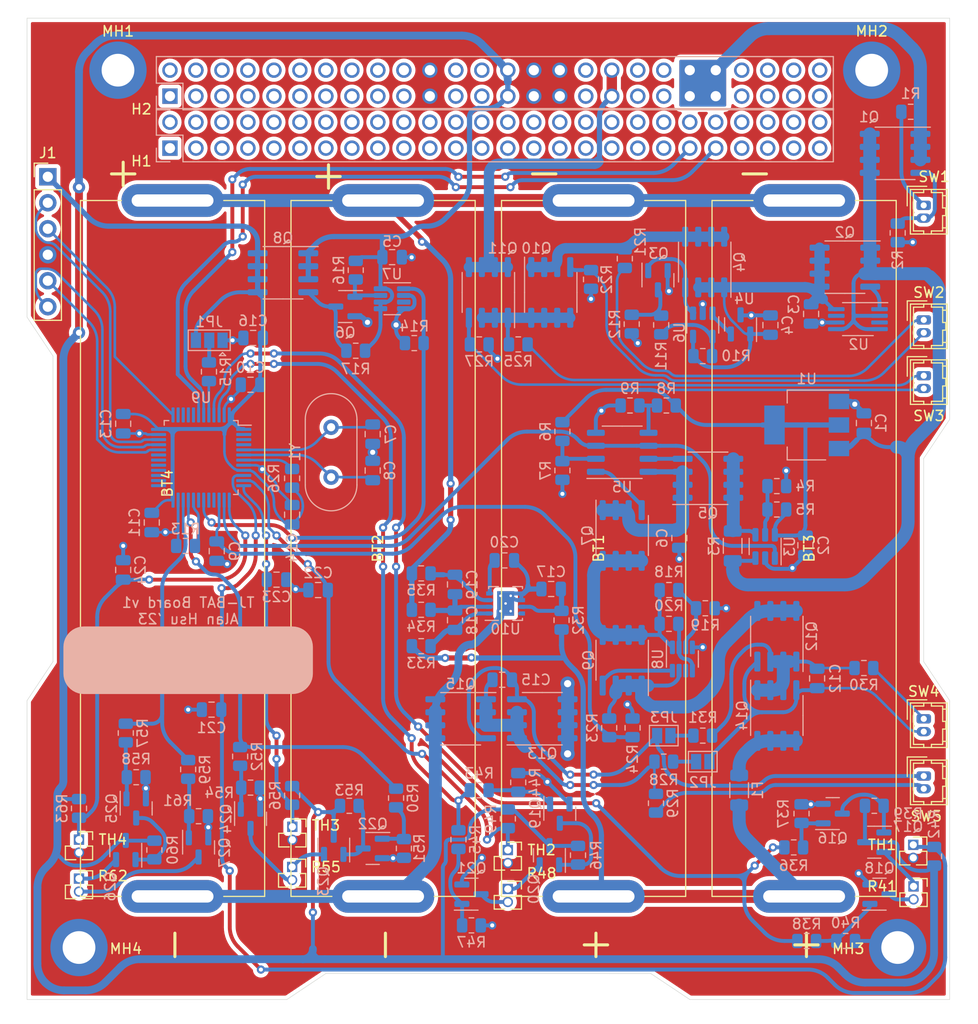
<source format=kicad_pcb>
(kicad_pcb (version 20211014) (generator pcbnew)
  (layers (0 "F.Cu" signal) (31 "B.Cu" signal) (34 "B.Paste" user) (35 "F.Paste" user) (36 "B.SilkS" user "B.Silkscreen") (37 "F.SilkS" user "F.Silkscreen") (38 "B.Mask" user) (39 "F.Mask" user) (44 "Edge.Cuts" user))
  (net 0 "")
  (net 1 "Net-(C1-Pad1)")
  (net 2 "Net-(C3-Pad1)")
  (net 52 "SW1")
  (net 53 "SW2")
  (net 54 "SW3")
  (net 55 "SW4")
  (net 56 "SW5")
  (net 57 "SW6")
  (net 58 "SW7")
  (net 59 "SW8")
  (net 60 "SW9")
  (net 61 "SW10")
  (net 68 "PCM_IN")
  (net 73 "BCR_OUT")
  (net 80 "Net-(BT1-Pad1)")
  (net 81 "Net-(BT1-Pad2)")
  (net 82 "-BATT")
  (net 83 "GND")
  (net 84 "+3.3VA")
  (net 85 "+3V3")
  (net 86 "Net-(C7-Pad1)")
  (net 87 "Net-(C8-Pad1)")
  (net 88 "/TELEM_VBAT")
  (net 89 "VDD")
  (net 90 "Net-(C6-Pad1)")
  (net 91 "Net-(C12-Pad1)")
  (net 92 "Net-(C12-Pad2)")
  (net 93 "Net-(C15-Pad1)")
  (net 94 "Net-(C20-Pad1)")
  (net 95 "Net-(C17-Pad1)")
  (net 96 "Net-(C18-Pad2)")
  (net 97 "Net-(Q16-Pad3)")
  (net 98 "Net-(C15-Pad2)")
  (net 99 "/TBAT1")
  (net 100 "/TBAT2")
  (net 101 "/TBAT3")
  (net 102 "/TBAT4")
  (net 103 "Net-(F1-Pad2)")
  (net 109 "VUSB")
  (net 110 "/SDA")
  (net 111 "/SCL")
  (net 115 "+5V")
  (net 116 "+BATT")
  (net 117 "/SWDIO")
  (net 118 "/SWDCLK")
  (net 119 "/D-")
  (net 120 "/D+")
  (net 121 "Net-(JP1-Pad2)")
  (net 122 "Net-(JP2-Pad2)")
  (net 123 "Net-(JP3-Pad1)")
  (net 124 "Net-(Q1-Pad4)")
  (net 125 "Net-(C18-Pad1)")
  (net 126 "Net-(Q3-Pad1)")
  (net 127 "Net-(Q3-Pad3)")
  (net 128 "Net-(Q10-Pad1)")
  (net 129 "Net-(Q5-Pad4)")
  (net 130 "Net-(Q5-Pad5)")
  (net 131 "Net-(Q6-Pad1)")
  (net 132 "Net-(Q6-Pad3)")
  (net 133 "Net-(Q7-Pad4)")
  (net 134 "Net-(Q7-Pad5)")
  (net 135 "Net-(Q12-Pad5)")
  (net 136 "Net-(Q9-Pad4)")
  (net 137 "Net-(Q10-Pad4)")
  (net 138 "Net-(Q10-Pad5)")
  (net 139 "Net-(Q11-Pad4)")
  (net 140 "Net-(Q16-Pad1)")
  (net 141 "Net-(C19-Pad2)")
  (net 142 "Net-(Q17-Pad2)")
  (net 143 "Net-(Q18-Pad3)")
  (net 144 "Net-(Q19-Pad1)")
  (net 145 "Net-(Q22-Pad3)")
  (net 146 "Net-(Q23-Pad2)")
  (net 147 "Net-(R10-Pad2)")
  (net 148 "Net-(Q22-Pad1)")
  (net 149 "Net-(Q24-Pad1)")
  (net 150 "Net-(Q24-Pad3)")
  (net 151 "Net-(Q25-Pad1)")
  (net 152 "Net-(R1-Pad2)")
  (net 153 "Net-(R4-Pad1)")
  (net 154 "Net-(R6-Pad2)")
  (net 155 "Net-(R8-Pad2)")
  (net 156 "/BOOT1")
  (net 157 "/HANDSHAKE")
  (net 158 "/BOOT0")
  (net 159 "Net-(R18-Pad2)")
  (net 160 "Net-(R20-Pad2)")
  (net 161 "Net-(R21-Pad2)")
  (net 162 "Net-(R25-Pad2)")
  (net 163 "/RESET")
  (net 164 "Net-(R29-Pad1)")
  (net 165 "Net-(R30-Pad2)")
  (net 166 "/H1CTRL")
  (net 167 "/H2CTRL")
  (net 168 "/H3CTRL")
  (net 169 "/H4CTRL")
  (net 172 "/TELEM_IBAT")
  (net 173 "Net-(Q25-Pad3)")
  (net 193 "Net-(Q26-Pad2)")
  (net 194 "Net-(Q18-Pad1)")
  (net 195 "Net-(Q27-Pad1)")
  (net 196 "Net-(Q20-Pad2)")
  (net 197 "Net-(Q21-Pad1)")
  (net 198 "Net-(U4-Pad2)")
  (net 199 "Net-(Q2-Pad4)")
  (net 200 "Net-(Q27-Pad3)")
  (net 201 "Net-(Q19-Pad3)")
  (net 202 "Net-(Q21-Pad3)")
  (footprint "MountingHole:MountingHole_3.2mm_M3_DIN965_Pad_TopBottom" (layer "F.Cu") (at 110.49 55.88)
    (fp_text reference "MH1")
    (fp_text value "M3")
  )
  (footprint "MountingHole:MountingHole_3.2mm_M3_DIN965_Pad_TopBottom" (layer "F.Cu") (at 184.15 55.88)
    (fp_text reference "MH2")
    (fp_text value "M3")
  )
  (footprint "MountingHole:MountingHole_3.2mm_M3_DIN965_Pad_TopBottom" (layer "F.Cu") (at 186.69 141.61)
    (fp_text reference "MH3")
    (fp_text value "M3")
  )
  (footprint "MountingHole:MountingHole_3.2mm_M3_DIN965_Pad_TopBottom" (layer "F.Cu") (at 106.68 141.61)
    (fp_text reference "MH4")
    (fp_text value "M3")
  )
  (footprint "Connector_PinSocket_1.27mm:PinSocket_1x02_P1.27mm_Vertical" (layer "F.Cu") (at 127.533 129.814)
    (fp_text reference "TH3")
    (fp_text value "100K NTC")
  )
  (footprint "footprints:18650-weld" (layer "F.Cu") (at 177.546 102.616 90)
    (fp_text reference "BT3")
    (fp_text value "18650")
  )
  (footprint "Connector_PinSocket_1.27mm:PinSocket_1x02_P1.27mm_Vertical" (layer "F.Cu") (at 148.59 132.08)
    (fp_text reference "TH2")
    (fp_text value "100K NTC")
  )
  (footprint "footprints:18650-weld" (layer "F.Cu") (at 156.972 102.616 90)
    (fp_text reference "BT1")
    (fp_text value "18650")
  )
  (footprint "Connector_Hirose:Hirose_DF13-02P-1.25DSA_1x02_P1.25mm_Vertical" (layer "F.Cu") (at 189.238 85.735 -90)
    (fp_text reference "SW3")
    (fp_text value "INHIBIT")
  )
  (footprint "footprints:18650-weld" (layer "F.Cu") (at 136.398 102.616 -90)
    (fp_text reference "BT2")
    (fp_text value "18650")
  )
  (footprint "Connector_PinSocket_1.27mm:PinSocket_1x02_P1.27mm_Vertical" (layer "F.Cu") (at 148.59 135.89)
    (fp_text reference "R48")
    (fp_text value "80R")
  )
  (footprint "Connector_Hirose:Hirose_DF13-02P-1.25DSA_1x02_P1.25mm_Vertical" (layer "F.Cu") (at 189.238 119.263 -90)
    (fp_text reference "SW4")
    (fp_text value "INHIBIT")
  )
  (footprint "Connector_PinSocket_1.27mm:PinSocket_1x02_P1.27mm_Vertical" (layer "F.Cu") (at 106.68 131.064)
    (fp_text reference "TH4")
    (fp_text value "100K NTC")
  )
  (footprint "Connector_PinSocket_1.27mm:PinSocket_1x02_P1.27mm_Vertical" (layer "F.Cu") (at 188.214 131.572)
    (fp_text reference "TH1")
    (fp_text value "100K NTC")
  )
  (footprint "Connector_PinSocket_1.27mm:PinSocket_1x02_P1.27mm_Vertical" (layer "F.Cu") (at 188.239 135.636)
    (fp_text reference "R41")
    (fp_text value "80R")
  )
  (footprint "footprints:18650-weld" (layer "F.Cu") (at 115.824 102.616 -90)
    (fp_text reference "BT4")
    (fp_text value "18650")
  )
  (footprint "Connector_Hirose:Hirose_DF13-02P-1.25DSA_1x02_P1.25mm_Vertical" (layer "F.Cu") (at 189.238 124.851 -90)
    (fp_text reference "SW5")
    (fp_text value "INHIBIT")
  )
  (footprint "Connector_Hirose:Hirose_DF13-02P-1.25DSA_1x02_P1.25mm_Vertical" (layer "F.Cu") (at 189.238 80.284 -90)
    (fp_text reference "SW2")
    (fp_text value "INHIBIT")
  )
  (footprint "Connector_PinSocket_1.27mm:PinSocket_1x02_P1.27mm_Vertical" (layer "F.Cu") (at 106.68 134.874)
    (fp_text reference "R62")
    (fp_text value "80R")
  )
  (footprint "Connector_PinHeader_2.54mm:PinHeader_1x06_P2.54mm_Vertical" (layer "F.Cu") (at 103.632 66.294)
    (fp_text reference "J1")
    (fp_text value "SWD/DEBUG")
  )
  (footprint "Connector_PinSocket_1.27mm:PinSocket_1x02_P1.27mm_Vertical" (layer "F.Cu") (at 127.508 133.741)
    (fp_text reference "R55")
    (fp_text value "80R")
  )
  (footprint "Connector_Hirose:Hirose_DF13-02P-1.25DSA_1x02_P1.25mm_Vertical" (layer "F.Cu") (at 189.23 69.088 -90)
    (fp_text reference "SW1")
    (fp_text value "INHIBIT")
  )
  (footprint "footprints:PinSocket_2x26_P2.54mm_Vertical" (layer "B.Cu") (at 115.57 63.5 -90)
    (fp_text reference "H1")
    (fp_text value "Stack Header")
  )
  (footprint "footprints:PinSocket_2x26_P2.54mm_Vertical" (layer "B.Cu") (at 115.57 58.42 -90)
    (fp_text reference "H2")
    (fp_text value "Stack Header")
  )
  (footprint "Package_TO_SOT_SMD:SOT-23" (layer "B.Cu") (at 123.444 129.032 -90)
    (fp_text reference "Q24")
    (fp_text value "DMG6968U-7")
  )
  (footprint "Capacitor_SMD:C_0805_2012Metric" (layer "B.Cu") (at 183.39 90.363 90)
    (fp_text reference "C1")
    (fp_text value "10uF")
  )
  (footprint "Resistor_SMD:R_0805_2012Metric" (layer "B.Cu") (at 167.64 83.82)
    (fp_text reference "R10")
    (fp_text value "40K")
  )
  (footprint "Resistor_SMD:R_0805_2012Metric" (layer "B.Cu") (at 174.879 96.522)
    (fp_text reference "R4")
    (fp_text value "100K")
  )
  (footprint "Resistor_SMD:R_0805_2012Metric" (layer "B.Cu") (at 163.576 80.772 90)
    (fp_text reference "R11")
    (fp_text value "30K")
  )
  (footprint "Resistor_SMD:R_0805_2012Metric" (layer "B.Cu") (at 156.72 76.327 -90)
    (fp_text reference "R22")
    (fp_text value "100K")
  )
  (footprint "Resistor_SMD:R_0805_2012Metric" (layer "B.Cu") (at 158.496 120.142 -90)
    (fp_text reference "R23")
    (fp_text value "22K")
  )
  (footprint "Resistor_SMD:R_1206_3216Metric" (layer "B.Cu") (at 170.561 102.364 -90)
    (fp_text reference "R3")
    (fp_text value "4m")
  )
  (footprint "Package_TO_SOT_SMD:SOT-23" (layer "B.Cu") (at 184.912 136.398)
    (fp_text reference "Q18")
    (fp_text value "DMG6968U-7")
  )
  (footprint "Resistor_SMD:R_0805_2012Metric" (layer "B.Cu") (at 164.338 106.68)
    (fp_text reference "R18")
    (fp_text value "790K")
  )
  (footprint "Package_SO:SOIC-8_3.9x4.9mm_P1.27mm" (layer "B.Cu") (at 159.766 113.538 90)
    (fp_text reference "Q9")
    (fp_text value "Si4186DY")
  )
  (footprint "Capacitor_SMD:C_0805_2012Metric" (layer "B.Cu") (at 110.998 104.714 90)
    (fp_text reference "C24")
    (fp_text value "0.1uF")
  )
  (footprint "Package_TO_SOT_SMD:SOT-23" (layer "B.Cu") (at 152.654 132.588 90)
    (fp_text reference "Q20")
    (fp_text value "Si2371EDS-T1-BE3")
  )
  (footprint "Resistor_SMD:R_0805_2012Metric" (layer "B.Cu") (at 155.448 132.588 -90)
    (fp_text reference "R46")
    (fp_text value "10K")
  )
  (footprint "Resistor_SMD:R_0805_2012Metric" (layer "B.Cu") (at 145.034 139.446)
    (fp_text reference "R47")
    (fp_text value "10K")
  )
  (footprint "Resistor_SMD:R_0805_2012Metric" (layer "B.Cu") (at 137.668 127 90)
    (fp_text reference "R50")
    (fp_text value "100R")
  )
  (footprint "Resistor_SMD:R_0805_2012Metric" (layer "B.Cu") (at 163.83 123.444 180)
    (fp_text reference "R28")
    (fp_text value "100K")
  )
  (footprint "Package_TO_SOT_SMD:SOT-223-3_TabPin2" (layer "B.Cu") (at 177.802 90.551 180)
    (fp_text reference "U1")
    (fp_text value "LM1117-3.3")
  )
  (footprint "Resistor_SMD:R_0805_2012Metric" (layer "B.Cu") (at 140.124 108.608)
    (fp_text reference "R34")
    (fp_text value "260R")
  )
  (footprint "Package_SO:SOIC-8_3.9x4.9mm_P1.27mm" (layer "B.Cu") (at 151.957 119.253)
    (fp_text reference "Q13")
    (fp_text value "Si4186DY")
  )
  (footprint "Package_SO:SOIC-8_3.9x4.9mm_P1.27mm" (layer "B.Cu") (at 186.436 64.008 180)
    (fp_text reference "Q1")
    (fp_text value "DMP3015LSSQ")
  )
  (footprint "Resistor_SMD:R_0805_2012Metric" (layer "B.Cu") (at 167.894 108.458)
    (fp_text reference "R19")
    (fp_text value "50K")
  )
  (footprint "Package_TO_SOT_SMD:SOT-23-6" (layer "B.Cu") (at 173.737 102.418 90)
    (fp_text reference "U3")
    (fp_text value "INA181A2")
  )
  (footprint "Package_TO_SOT_SMD:SOT-23" (layer "B.Cu") (at 163.25875 76.4055 -90)
    (fp_text reference "Q3")
    (fp_text value "2N7002")
  )
  (footprint "Capacitor_SMD:C_0805_2012Metric" (layer "B.Cu") (at 110.998 90.428 -90)
    (fp_text reference "C13")
    (fp_text value "0.1uF")
  )
  (footprint "Resistor_SMD:R_0805_2012Metric" (layer "B.Cu") (at 186.69 71.7785 -90)
    (fp_text reference "R2")
    (fp_text value "100K")
  )
  (footprint "Capacitor_SMD:C_0805_2012Metric" (layer "B.Cu") (at 174.25425 80.7885 90)
    (fp_text reference "C4")
    (fp_text value "0.1uF")
  )
  (footprint "Resistor_SMD:R_0805_2012Metric" (layer "B.Cu") (at 111.252 120.65 90)
    (fp_text reference "R57")
    (fp_text value "100R")
  )
  (footprint "Package_TO_SOT_SMD:SOT-23" (layer "B.Cu") (at 180.34 128.524)
    (fp_text reference "Q16")
    (fp_text value "2N7002")
  )
  (footprint "Capacitor_SMD:C_0805_2012Metric" (layer "B.Cu") (at 130.048 106.68 180)
    (fp_text reference "C22")
    (fp_text value "0.1uF")
  )
  (footprint "Capacitor_SMD:C_0805_2012Metric" (layer "B.Cu") (at 148.252 103.782)
    (fp_text reference "C20")
    (fp_text value "0.1uF")
  )
  (footprint "Package_TO_SOT_SMD:SOT-23" (layer "B.Cu") (at 135.382 131.9295 180)
    (fp_text reference "Q22")
    (fp_text value "2N7002")
  )
  (footprint "Resistor_SMD:R_0805_2012Metric" (layer "B.Cu") (at 127.508 126.746 -90)
    (fp_text reference "R56")
    (fp_text value "270K")
  )
  (footprint "Capacitor_SMD:C_0805_2012Metric" (layer "B.Cu") (at 143.426 109.624 90)
    (fp_text reference "C18")
    (fp_text value "0.1uF")
  )
  (footprint "Resistor_SMD:R_0805_2012Metric" (layer "B.Cu") (at 138.43 131.9295 -90)
    (fp_text reference "R51")
    (fp_text value "10K")
  )
  (footprint "Capacitor_SMD:C_0805_2012Metric" (layer "B.Cu") (at 177.673 102.3025 -90)
    (fp_text reference "C2")
    (fp_text value "0.1uF")
  )
  (footprint "Resistor_SMD:R_0805_2012Metric" (layer "B.Cu") (at 164.338 109.982)
    (fp_text reference "R20")
    (fp_text value "100K")
  )
  (footprint "Resistor_SMD:R_0805_2012Metric" (layer "B.Cu") (at 140.124 112.164)
    (fp_text reference "R33")
    (fp_text value "160R")
  )
  (footprint "Package_SO:SOIC-8_3.9x4.9mm_P1.27mm" (layer "B.Cu") (at 181.5315 75.128 180)
    (fp_text reference "Q2")
    (fp_text value "Si4186DY")
  )
  (footprint "Resistor_SMD:R_0805_2012Metric" (layer "B.Cu") (at 127.508 95.762 90)
    (fp_text reference "R26")
    (fp_text value "10K")
  )
  (footprint "Resistor_SMD:R_0805_2012Metric" (layer "B.Cu") (at 167.64 120.904 180)
    (fp_text reference "R31")
    (fp_text value "100K")
  )
  (footprint "Resistor_SMD:R_0805_2012Metric" (layer "B.Cu") (at 145.796 126.238 180)
    (fp_text reference "R43")
    (fp_text value "100R")
  )
  (footprint "Package_TO_SOT_SMD:SOT-23" (layer "B.Cu") (at 118.364 131.826 -90)
    (fp_text reference "Q27")
    (fp_text value "DMG6968U-7")
  )
  (footprint "Resistor_SMD:R_0805_2012Metric" (layer "B.Cu") (at 153.924 91.186 -90)
    (fp_text reference "R6")
    (fp_text value "45K")
  )
  (footprint "Resistor_SMD:R_0805_2012Metric" (layer "B.Cu") (at 133.096 127.762)
    (fp_text reference "R53")
    (fp_text value "10K")
  )
  (footprint "Package_TO_SOT_SMD:SOT-23" (layer "B.Cu") (at 131.572 131.572 90)
    (fp_text reference "Q23")
    (fp_text value "Si2371EDS-T1-BE3")
  )
  (footprint "Capacitor_SMD:C_0805_2012Metric" (layer "B.Cu") (at 143.426 106.134 90)
    (fp_text reference "C19")
    (fp_text value "0.1uF")
  )
  (footprint "Package_TO_SOT_SMD:SOT-23" (layer "B.Cu") (at 132.7095 78.976 180)
    (fp_text reference "Q6")
    (fp_text value "2N7002")
  )
  (footprint "Package_TO_SOT_SMD:TSOT-23-8" (layer "B.Cu") (at 165.649 113.4165 -90)
    (fp_text reference "U8")
    (fp_text value "LTC4365TS8-1")
  )
  (footprint "Package_SON:Texas_S-PVSON-N8_ThermalVias" (layer "B.Cu") (at 148.370334 107.991)
    (fp_text reference "U10")
    (fp_text value "BQ29209")
  )
  (footprint "Capacitor_SMD:C_0805_2012Metric" (layer "B.Cu") (at 178.2295 79.7 -90)
    (fp_text reference "C3")
    (fp_text value "10uF")
  )
  (footprint "Capacitor_SMD:C_0805_2012Metric" (layer "B.Cu") (at 125.984 105.664)
    (fp_text reference "C23")
    (fp_text value "0.1uF")
  )
  (footprint "Resistor_SMD:R_0805_2012Metric" (layer "B.Cu") (at 181.61 140.97)
    (fp_text reference "R40")
    (fp_text value "10K")
  )
  (footprint "Resistor_SMD:R_0805_2012Metric" (layer "B.Cu") (at 148.59 129.032 -90)
    (fp_text reference "R49")
    (fp_text value "270K")
  )
  (footprint "Resistor_SMD:R_0805_2012Metric" (layer "B.Cu") (at 149.608 82.677)
    (fp_text reference "R25")
    (fp_text value "100R")
  )
  (footprint "Resistor_SMD:R_0805_2012Metric" (layer "B.Cu") (at 163.068 127.508 90)
    (fp_text reference "R29")
    (fp_text value "100R")
  )
  (footprint "Package_SO:SOIC-8_3.9x4.9mm_P1.27mm" (layer "B.Cu") (at 174.879 118.937 -90)
    (fp_text reference "Q14")
    (fp_text value "DMP3015LSSQ")
  )
  (footprint "Resistor_SMD:R_1206_3216Metric" (layer "B.Cu") (at 171.196 126.238 90)
    (fp_text reference "F1")
    (fp_text value "6A")
  )
  (footprint "Capacitor_SMD:C_0805_2012Metric" (layer "B.Cu") (at 135.382 91.444 -90)
    (fp_text reference "C7")
    (fp_text value "20pF")
  )
  (footprint "Package_TO_SOT_SMD:SOT-23-5" (layer "B.Cu") (at 167.64 80.772 -90)
    (fp_text reference "U6")
    (fp_text value "TLV9361IDBVR")
  )
  (footprint "Capacitor_SMD:C_0805_2012Metric" (layer "B.Cu") (at 120.142 102.874 -90)
    (fp_text reference "C9")
    (fp_text value "0.1uF")
  )
  (footprint "Package_TO_SOT_SMD:SOT-23" (layer "B.Cu") (at 184.404 131.318 180)
    (fp_text reference "Q17")
    (fp_text value "Si2371EDS-T1-BE3")
  )
  (footprint "Resistor_SMD:R_0805_2012Metric" (layer "B.Cu") (at 187.96 59.944 180)
    (fp_text reference "R1")
    (fp_text value "100R")
  )
  (footprint "Resistor_SMD:R_0805_2012Metric" (layer "B.Cu") (at 117.348 124.206 90)
    (fp_text reference "R59")
    (fp_text value "100R")
  )
  (footprint "Package_SO:SOIC-8_3.9x4.9mm_P1.27mm" (layer "B.Cu") (at 126.6135 75.674 180)
    (fp_text reference "Q8")
    (fp_text value "DMP3015LSSQ")
  )
  (footprint "Package_TO_SOT_SMD:SOT-23" (layer "B.Cu") (at 112.268 128.016 -90)
    (fp_text reference "Q25")
    (fp_text value "2N7002")
  )
  (footprint "Jumper:SolderJumper-3_P1.3mm_Open_Pad1.0x1.5mm" (layer "B.Cu") (at 119.407666 82.273 180)
    (fp_text reference "JP1")
    (fp_text value "BOOT")
  )
  (footprint "Resistor_SMD:R_0805_2012Metric" (layer "B.Cu") (at 174.879 98.808)
    (fp_text reference "R5")
    (fp_text value "100K")
  )
  (footprint "Resistor_SMD:R_0805_2012Metric" (layer "B.Cu") (at 118.364 128.778)
    (fp_text reference "R61")
    (fp_text value "10K")
  )
  (footprint "Package_TO_SOT_SMD:SOT-23" (layer "B.Cu") (at 145.034 136.398)
    (fp_text reference "Q21")
    (fp_text value "DMG6968U-7")
  )
  (footprint "Resistor_SMD:R_0805_2012Metric" (layer "B.Cu") (at 177.8 140.97 180)
    (fp_text reference "R38")
    (fp_text value "100R")
  )
  (footprint "Package_SO:SOIC-8_3.9x4.9mm_P1.27mm" (layer "B.Cu") (at 174.879 111.193 90)
    (fp_text reference "Q12")
    (fp_text value "DMP3015LSSQ")
  )
  (footprint "Capacitor_SMD:C_0805_2012Metric" (layer "B.Cu") (at 123.698 82.046 180)
    (fp_text reference "C16")
    (fp_text value "10uF")
  )
  (footprint "Resistor_SMD:R_0805_2012Metric" (layer "B.Cu") (at 153.84 109.624 90)
    (fp_text reference "R32")
    (fp_text value "100R")
  )
  (footprint "Resistor_SMD:R_0805_2012Metric" (layer "B.Cu") (at 160.782 120.142 90)
    (fp_text reference "R24")
    (fp_text value "10K")
  )
  (footprint "Package_SO:SOIC-8_3.9x4.9mm_P1.27mm" (layer "B.Cu") (at 143.978666 119.257 180)
    (fp_text reference "Q15")
    (fp_text value "Si4186DY")
  )
  (footprint "Resistor_SMD:R_0805_2012Metric" (layer "B.Cu") (at 133.7255 83.294 180)
    (fp_text reference "R17")
    (fp_text value "10K")
  )
  (footprint "Capacitor_SMD:C_0805_2012Metric" (layer "B.Cu") (at 137.2815 74.15)
    (fp_text reference "C5")
    (fp_text value "0.1uF")
  )
  (footprint "Resistor_SMD:R_0805_2012Metric" (layer "B.Cu") (at 119.38 85.348 90)
    (fp_text reference "R15")
    (fp_text value "100K")
  )
  (footprint "Resistor_SMD:R_0805_2012Metric" (layer "B.Cu") (at 160.022 74.295 -90)
    (fp_text reference "R21")
    (fp_text value "100R")
  )
  (footprint "Package_SO:SOIC-8_3.9x4.9mm_P1.27mm" (layer "B.Cu") (at 168.148 95.758)
    (fp_text reference "Q5")
    (fp_text value "DMP3015LSSQ")
  )
  (footprint "Resistor_SMD:R_0805_2012Metric" (layer "B.Cu") (at 143.764 131.064 90)
    (fp_text reference "R45")
    (fp_text value "100R")
  )
  (footprint "Resistor_SMD:R_0805_2012Metric" (layer "B.Cu") (at 153.924 94.996 -90)
    (fp_text reference "R7")
    (fp_text value "285K")
  )
  (footprint "Resistor_SMD:R_0805_2012Metric" (layer "B.Cu") (at 164.084 88.646 180)
    (fp_text reference "R8")
    (fp_text value "285K")
  )
  (footprint "Capacitor_SMD:C_0805_2012Metric" (layer "B.Cu") (at 119.634 118.364 180)
    (fp_text reference "C21")
    (fp_text value "0.1uF")
  )
  (footprint "Package_SO:MSOP-8_3x3mm_P0.65mm" (layer "B.Cu") (at 182.8015 80.208 180)
    (fp_text reference "U2")
    (fp_text value "LTC4359-MS8")
  )
  (footprint "Resistor_SMD:R_0805_2012Metric" (layer "B.Cu") (at 160.69575 80.692 -90)
    (fp_text reference "R12")
    (fp_text value "7.5K")
  )
  (footprint "Resistor_SMD:R_0805_2012Metric" (layer "B.Cu") (at 123.444 125.984)
    (fp_text reference "R54")
    (fp_text value "10K")
  )
  (footprint "Resistor_SMD:R_0805_2012Metric" (layer "B.Cu") (at 122.428 122.936 90)
    (fp_text reference "R52")
    (fp_text value "100R")
  )
  (footprint "Package_SO:SOIC-8_3.9x4.9mm_P1.27mm" (layer "B.Cu") (at 159.766 101.346 -90)
    (fp_text reference "Q7")
    (fp_text value "DMP3015LSSQ")
  )
  (footprint "Crystal:Crystal_HC49-4H_Vertical" (layer "B.Cu") (at 131.318 90.772 -90)
    (fp_text reference "Y1")
    (fp_text value "8MHz")
  )
  (footprint "Jumper:SolderJumper-2_P1.3mm_Open_Pad1.0x1.5mm" (layer "B.Cu") (at 163.83 120.904 180)
    (fp_text reference "JP3")
    (fp_text value "LTDIS")
  )
  (footprint "Capacitor_SMD:C_0805_2012Metric" (layer "B.Cu") (at 165.354 101.6 -90)
    (fp_text reference "C6")
    (fp_text value "0.1uF")
  )
  (footprint "Package_TO_SOT_SMD:SOT-23" (layer "B.Cu") (at 153.67 128.524 -90)
    (fp_text reference "Q19")
    (fp_text value "2N7002")
  )
  (footprint "Resistor_SMD:R_0805_2012Metric" (layer "B.Cu") (at 190.246 132.6915 90)
    (fp_text reference "R42")
    (fp_text value "270K")
  )
  (footprint "Package_TO_SOT_SMD:SOT-23" (layer "B.Cu") (at 111.252 132.08 90)
    (fp_text reference "Q26")
    (fp_text value "Si2371EDS-T1-BE3")
  )
  (footprint "Jumper:SolderJumper-2_P1.3mm_Open_Pad1.0x1.5mm" (layer "B.Cu") (at 167.64 123.444 180)
    (fp_text reference "JP2")
    (fp_text value "LTDIS")
  )
  (footprint "Resistor_SMD:R_0805_2012Metric" (layer "B.Cu") (at 183.388 114.3)
    (fp_text reference "R30")
    (fp_text value "100R")
  )
  (footprint "Resistor_SMD:R_0805_2012Metric" (layer "B.Cu") (at 160.528 88.646 180)
    (fp_text reference "R9")
    (fp_text value "45K")
  )
  (footprint "Resistor_SMD:R_0805_2012Metric" (layer "B.Cu") (at 133.7255 75.42 -90)
    (fp_text reference "R16")
    (fp_text value "10K")
  )
  (footprint "Resistor_SMD:R_0805_2012Metric" (layer "B.Cu") (at 117.094 102.366 180)
    (fp_text reference "R13")
    (fp_text value "100K")
  )
  (footprint "Resistor_SMD:R_0805_2012Metric" (layer "B.Cu") (at 149.606 125.476 90)
    (fp_text reference "R44")
    (fp_text value "10K")
  )
  (footprint "Capacitor_SMD:C_0805_2012Metric" (layer "B.Cu") (at 178.816 115.316 -90)
    (fp_text reference "C12")
    (fp_text value "0.1uF")
  )
  (footprint "Resistor_SMD:R_0805_2012Metric" (layer "B.Cu") (at 177.292 128.524 90)
    (fp_text reference "R37")
    (fp_text value "10K")
  )
  (footprint "Capacitor_SMD:C_0805_2012Metric" (layer "B.Cu") (at 123.444 86.618 180)
    (fp_text reference "C10")
    (fp_text value "0.1uF")
  )
  (footprint "Resistor_SMD:R_0805_2012Metric" (layer "B.Cu") (at 106.68 128.016 -90)
    (fp_text reference "R63")
    (fp_text value "270K")
  )
  (footprint "Resistor_SMD:R_0805_2012Metric" (layer "B.Cu") (at 145.798 82.677)
    (fp_text reference "R27")
    (fp_text value "100K")
  )
  (footprint "Package_TO_SOT_SMD:SOT-23-8" (layer "B.Cu") (at 137.2815 78.214 180)
    (fp_text reference "U7")
    (fp_text value "MAX6369")
  )
  (footprint "Package_SO:SOIC-8_3.9x4.9mm_P1.27mm" (layer "B.Cu") (at 167.83075 74.6275 90)
    (fp_text reference "Q4")
    (fp_text value "DMP3015LSSQ")
  )
  (footprint "Resistor_SMD:R_0805_2012Metric" (layer "B.Cu") (at 139.446 82.55 180)
    (fp_text reference "R14")
    (fp_text value "50K")
  )
  (footprint "Resistor_SMD:R_0805_2012Metric" (layer "B.Cu") (at 176.53 131.826 180)
    (fp_text reference "R36")
    (fp_text value "100R")
  )
  (footprint "Capacitor_SMD:C_0805_2012Metric" (layer "B.Cu") (at 135.382 95 90)
    (fp_text reference "C8")
    (fp_text value "20pF")
  )
  (footprint "Resistor_SMD:R_0805_2012Metric" (layer "B.Cu") (at 112.268 124.968)
    (fp_text reference "R58")
    (fp_text value "10K")
  )
  (footprint "Package_SO:SOIC-8_3.9x4.9mm_P1.27mm" (layer "B.Cu") (at 152.783 77.597 -90)
    (fp_text reference "Q10")
    (fp_text value "DMP3015LSSQ")
  )
  (footprint "Capacitor_SMD:C_0805_2012Metric" (layer "B.Cu") (at 113.792 100.08 -90)
    (fp_text reference "C11")
    (fp_text value "0.1uF")
  )
  (footprint "Capacitor_SMD:C_0805_2012Metric" (layer "B.Cu") (at 148.042666 115.447 180)
    (fp_text reference "C15")
    (fp_text value "0.1uF")
  )
  (footprint "Capacitor_SMD:C_0805_2012Metric" (layer "B.Cu") (at 152.824 106.576 180)
    (fp_text reference "C17")
    (fp_text value "0.1uF")
  )
  (footprint "Resistor_SMD:R_0805_2012Metric" (layer "B.Cu") (at 114.046 132.08 -90)
    (fp_text reference "R60")
    (fp_text value "10K")
  )
  (footprint "Package_QFP:LQFP-48_7x7mm_P0.5mm" (layer "B.Cu") (at 118.618 93.73 180)
    (fp_text reference "U9")
    (fp_text value "STM32F103C8Tx")
  )
  (footprint "Capacitor_SMD:C_0805_2012Metric" (layer "B.Cu") (at 127.508 99.318 90)
    (fp_text reference "C14")
    (fp_text value "0.1uF")
  )
  (footprint "Package_SO:SO-8_3.9x4.9mm_P1.27mm" (layer "B.Cu") (at 159.766 93.218)
    (fp_text reference "U5")
    (fp_text value "LM358")
  )
  (footprint "Resistor_SMD:R_0805_2012Metric" (layer "B.Cu") (at 184.404 127.762)
    (fp_text reference "R39")
    (fp_text value "10K")
  )
  (footprint "Package_TO_SOT_SMD:SOT-23" (layer "B.Cu") (at 171.33325 80.7235 90)
    (fp_text reference "U4")
    (fp_text value "MAX6035xxUR30")
  )
  (footprint "Package_SO:SOIC-8_3.9x4.9mm_P1.27mm" (layer "B.Cu") (at 146.687 77.597 90)
    (fp_text reference "Q11")
    (fp_text value "DMP3015LSSQ")
  )
  (footprint "Resistor_SMD:R_0805_2012Metric" (layer "B.Cu") (at 140.124 105.052)
    (fp_text reference "R35")
    (fp_text value "100R")
  )
  (gr_line (start 191.77 146.69) (end 166.37 146.69) (layer "Edge.Cuts") (width 0.05))
  (gr_line (start 127 146.69) (end 130.81 144.145) (layer "Edge.Cuts") (width 0.05))
  (gr_line (start 104.14 83.82) (end 104.14 113.67) (layer "Edge.Cuts") (width 0.05))
  (gr_line (start 191.77 117.48) (end 191.77 146.69) (layer "Edge.Cuts") (width 0.05))
  (gr_line (start 101.6 80.01) (end 101.6 50.8) (layer "Edge.Cuts") (width 0.05))
  (gr_line (start 191.77 90.01) (end 191.77 50.8) (layer "Edge.Cuts") (width 0.05))
  (gr_line (start 101.6 80.01) (end 104.14 83.82) (layer "Edge.Cuts") (width 0.05))
  (gr_line (start 191.77 117.48) (end 189.23 113.67) (layer "Edge.Cuts") (width 0.05))
  (gr_line (start 189.23 113.67) (end 189.23 93.82) (layer "Edge.Cuts") (width 0.05))
  (gr_line (start 130.81 144.145) (end 162.56 144.15) (layer "Edge.Cuts") (width 0.05))
  (gr_line (start 104.14 113.67) (end 101.6 117.48) (layer "Edge.Cuts") (width 0.05))
  (gr_line (start 189.23 93.82) (end 191.77 90.01) (layer "Edge.Cuts") (width 0.05))
  (gr_line (start 162.56 144.15) (end 166.37 146.69) (layer "Edge.Cuts") (width 0.05))
  (gr_line (start 101.6 50.8) (end 191.77 50.8) (layer "Edge.Cuts") (width 0.05))
  (gr_line (start 101.6 146.69) (end 127 146.69) (layer "Edge.Cuts") (width 0.05))
  (gr_line (start 101.6 117.48) (end 101.6 146.69) (layer "Edge.Cuts") (width 0.05))
  (gr_text "TJ-BAT Board v1\nAlan Hsu '23" (at 117.348 108.712) (layer "B.SilkS") (effects (font (size 1 1)) (justify mirror)))
  (segment (start 172.6515 103.691) (end 172.787 103.5555) (width 0.381) (layer "B.Cu") (net 1))
  (segment (start 182.628 79.883) (end 184.914 79.883) (width 0.381) (layer "B.Cu") (net 1))
  (segment (start 181.402 92.851) (end 180.952 92.851) (width 0.508) (layer "B.Cu") (net 1))
  (segment (start 183.961 73.145326) (end 183.961 62.103) (width 1.27) (layer "B.Cu") (net 1))
  (segment (start 184.0065 73.255173) (end 184.0065 75.22875) (width 1.27) (layer "B.Cu") (net 1))
  (segment (start 183.47225 75.763) (end 183.336808 75.763) (width 0.381) (layer "B.Cu") (net 1))
  (segment (start 182.374 79.629) (end 182.374 77.851) (width 0.381) (layer "B.Cu") (net 1))
  (segment (start 187.706 99.965018) (end 187.706 93.709999) (width 1.27) (layer "B.Cu") (net 1))
  (segment (start 189.425599 75.763) (end 184.54075 75.763) (width 1.27) (layer "B.Cu") (net 1))
  (segment (start 189.6465 75.8545) (end 189.8295 76.0375) (width 1.016) (layer "B.Cu") (net 1))
  (segment (start 190.77252 88.516498) (end 190.77252 85.084228) (width 1.27) (layer "B.Cu") (net 1))
  (segment (start 182.374 80.137) (end 182.374 79.629) (width 0.381) (layer "B.Cu") (net 1))
  (segment (start 185.774828 92.71) (end 186.579018 92.71) (width 0.381) (layer "B.Cu") (net 1))
  (segment (start 181.1355 81.183) (end 180.689 81.183) (width 0.381) (layer "B.Cu") (net 1))
  (segment (start 182.170198 92.532801) (end 182.6915 92.0115) (width 0.508) (layer "B.Cu") (net 1))
  (segment (start 182.374 76.725808) (end 182.374 78.198492) (width 0.381) (layer "B.Cu") (net 1))
  (segment (start 184.54075 75.763) (end 183.47225 75.763) (width 1.27) (layer "B.Cu") (net 1))
  (segment (start 170.561 104.654382) (end 170.561 104.55475) (width 1.27) (layer "B.Cu") (net 1))
  (segment (start 172.078617 106.172) (end 181.499018 106.172) (width 1.27) (layer "B.Cu") (net 1))
  (segment (start 181.897722 80.867276) (end 182.194394 80.570605) (width 0.381) (layer "B.Cu") (net 1))
  (segment (start 171.28925 103.8265) (end 172.324374 103.8265) (width 0.381) (layer "B.Cu") (net 1))
  (segment (start 189.8295 76.0375) (end 190.246 76.454) (width 1.27) (layer "B.Cu") (net 1))
  (segment (start 190.77252 82.052969) (end 190.77252 79.633228) (width 1.27) (layer "B.Cu") (net 1))
  (segment (start 189.975623 90.440376) (end 188.502896 91.913103) (width 1.27) (layer "B.Cu") (net 1))
  (segment (start 190.754 82.09768) (end 190.754 85.039517) (width 1.27) (layer "B.Cu") (net 1))
  (segment (start 186.909103 101.888896) (end 183.422896 105.375103) (width 1.27) (layer "B.Cu") (net 1))
  (segment (start 183.726028 81.183) (end 184.914 81.183) (width 0.381) (layer "B.Cu") (net 1))
  (segment (start 182.77 80.787) (end 182.553605 80.570605) (width 0.381) (layer "B.Cu") (net 1))
  (segment (start 190.754 79.588517) (end 190.754 77.68042) (width 1.27) (layer "B.Cu") (net 1))
  (arc (start 190.76326 85.061873) (mid 190.770113 85.072129) (end 190.77252 85.084228) (width 1.27) (layer "B.Cu") (net 1))
  (arc (start 186.579018 92.71) (mid 187.620213 92.502893) (end 188.502896 91.913103) (width 0.381) (layer "B.Cu") (net 1))
  (arc (start 171.0055 105.7275) (mid 171.49785 106.056478) (end 172.078617 106.172) (width 1.27) (layer "B.Cu") (net 1))
  (arc (start 190.76326 79.610873) (mid 190.770113 79.621129) (end 190.77252 79.633228) (width 1.27) (layer "B.Cu") (net 1))
  (arc (start 172.6515 103.691) (mid 172.501413 103.791284) (end 172.324374 103.8265) (width 0.381) (layer "B.Cu") (net 1))
  (arc (start 170.561 104.654382) (mid 170.676521 105.235149) (end 171.0055 105.7275) (width 1.27) (layer "B.Cu") (net 1))
  (arc (start 183.336808 75.763) (mid 182.968357 75.836289) (end 182.656 76.045) (width 0.381) (layer "B.Cu") (net 1))
  (arc (start 182.77 80.787) (mid 183.208629 81.080082) (end 183.726028 81.183) (width 0.381) (layer "B.Cu") (net 1))
  (arc (start 190.246 76.454) (mid 190.621975 77.016686) (end 190.754 77.68042) (width 1.27) (layer "B.Cu") (net 1))
  (arc (start 183.98375 73.20025) (mid 184.000587 73.225448) (end 184.0065 73.255173) (width 1.27) (layer "B.Cu") (net 1))
  (arc (start 182.374 80.137) (mid 182.420677 80.371665) (end 182.553605 80.570605) (width 0.381) (layer "B.Cu") (net 1))
  (arc (start 184.0885 92.0115) (mid 184.862193 92.528465) (end 185.774828 92.71) (width 0.381) (layer "B.Cu") (net 1))
  (arc (start 184.0885 92.0115) (mid 183.39 91.722171) (end 182.6915 92.0115) (width 0.381) (layer "B.Cu") (net 1))
  (arc (start 184.0065 75.22875) (mid 184.162978 75.606521) (end 184.54075 75.763) (width 1.27) (layer "B.Cu") (net 1))
  (arc (start 183.961 73.145326) (mid 183.966912 73.17505) (end 183.98375 73.20025) (width 1.27) (layer "B.Cu") (net 1))
  (arc (start 190.754 85.039517) (mid 190.756406 85.051616) (end 190.76326 85.061873) (width 1.27) (layer "B.Cu") (net 1))
  (arc (start 190.754 79.588517) (mid 190.756406 79.600616) (end 190.76326 79.610873) (width 1.27) (layer "B.Cu") (net 1))
  (arc (start 182.628 79.883) (mid 182.448394 79.957394) (end 182.374 80.137) (width 0.381) (layer "B.Cu") (net 1))
  (arc (start 187.706 99.965018) (mid 187.498893 101.006213) (end 186.909103 101.888896) (width 1.27) (layer "B.Cu") (net 1))
  (arc (start 189.6465 75.8545) (mid 189.545149 75.78678) (end 189.425599 75.763) (width 1.016) (layer "B.Cu") (net 1))
  (arc (start 183.422896 105.375103) (mid 182.540213 105.964893) (end 181.499018 106.172) (width 1.27) (layer "B.Cu") (net 1))
  (arc (start 190.77252 88.516498) (mid 190.565413 89.557693) (end 189.975623 90.440376) (width 1.27) (layer "B.Cu") (net 1))
  (arc (start 183.47225 75.763) (mid 183.850021 75.606521) (end 184.0065 75.22875) (width 0.381) (layer "B.Cu") (net 1))
  (arc (start 182.194394 80.570605) (mid 182.327321 80.371665) (end 182.374 80.137) (width 0.381) (layer "B.Cu") (net 1))
  (arc (start 182.656 76.045) (mid 182.447289 76.357357) (end 182.374 76.725808) (width 0.381) (layer "B.Cu") (net 1))
  (arc (start 187.706 93.709999) (mid 187.375914 93.002892) (end 186.579018 92.71) (width 1.27) (layer "B.Cu") (net 1))
  (arc (start 190.77252 82.052969) (mid 190.770113 82.065068) (end 190.76326 82.075325) (width 1.27) (layer "B.Cu") (net 1))
  (arc (start 171.28925 103.8265) (mid 170.774299 104.039799) (end 170.561 104.55475) (width 0.381) (layer "B.Cu") (net 1))
  (arc (start 182.553605 80.570605) (mid 182.373999 80.49621) (end 182.194394 80.570605) (width 0.381) (layer "B.Cu") (net 1))
  (arc (start 190.76326 82.075325) (mid 190.756406 82.085581) (end 190.754 82.09768) (width 1.27) (layer "B.Cu") (net 1))
  (arc (start 181.897722 80.867276) (mid 181.548011 81.100945) (end 181.1355 81.183) (width 0.381) (layer "B.Cu") (net 1))
  (arc (start 182.170198 92.532801) (mid 181.817745 92.768302) (end 181.402 92.851) (width 0.508) (layer "B.Cu") (net 1))
  (arc (start 182.374 79.629) (mid 182.448394 79.808605) (end 182.628 79.883) (width 0.381) (layer "B.Cu") (net 1))
  (arc (start 188.502896 91.913103) (mid 187.913106 92.762784) (end 187.706 93.709999) (width 1.27) (layer "B.Cu") (net 1))
  (segment (start 167.2025 77.09575) (end 167.20925 77.089) (width 0.381) (layer "B.Cu") (net 2))
  (segment (start 179.0565 76.588) (end 179.0565 77.478) (width 1.016) (layer "B.Cu") (net 2))
  (segment (start 172.527549 81.661) (end 174.121949 81.661) (width 0.381) (layer "B.Cu") (net 2))
  (segment (start 166.74625 83.83875) (end 167.27251 84.36501) (width 0.381) (layer "B.Cu") (net 2))
  (segment (start 180.52775 79.233) (end 180.689 79.233) (width 0.381) (layer "B.Cu") (net 2))
  (segment (start 172.03895 81.661) (end 172.527549 81.661) (width 0.254) (layer "B.Cu") (net 2))
  (segment (start 169.7425 77.09575) (end 169.74925 77.089) (width 1.016) (layer "B.Cu") (net 2))
  (segment (start 169.7425 77.10925) (end 169.92375 77.2905) (width 0.381) (layer "B.Cu") (net 2))
  (segment (start 166.70875 83.80125) (end 166.74625 83.83875) (width 0.381) (layer "B.Cu") (net 2))
  (segment (start 172.28325 81.905299) (end 172.28325 82.577875) (width 0.381) (layer "B.Cu") (net 2))
  (segment (start 178.6395 77.506) (end 178.741837 77.608337) (width 1.016) (layer "B.Cu") (net 2))
  (segment (start 174.2155 81.69975) (end 174.25425 81.7385) (width 0.381) (layer "B.Cu") (net 2))
  (segment (start 180.252479 79.118979) (end 179.371162 78.237662) (width 0.381) (layer "B.Cu") (net 2))
  (segment (start 170.532646 80.398995) (end 171.621905 81.488254) (width 0.254) (layer "B.Cu") (net 2))
  (segment (start 166.69 83.755983) (end 166.69 81.9095) (width 0.381) (layer "B.Cu") (net 2))
  (segment (start 168.58828 84.91002) (end 169.867232 84.91002) (width 0.381) (layer "B.Cu") (net 2))
  (segment (start 177.632772 77.089) (end 168.55275 77.089) (width 1.016) (layer "B.Cu") (net 2))
  (segment (start 171.575614 84.202384) (end 171.634921 84.143078) (width 0.381) (layer "B.Cu") (net 2))
  (segment (start 169.726204 77.1025) (end 167.205295 77.1025) (width 1.016) (layer "B.Cu") (net 2))
  (segment (start 179.0565 76.588) (end 179.0565 73.223) (width 1.016) (layer "B.Cu") (net 2))
  (segment (start 178.741837 78.237662) (end 178.2295 78.75) (width 1.016) (layer "B.Cu") (net 2))
  (segment (start 169.73575 78.475117) (end 169.73575 77.112045) (width 0.254) (layer "B.Cu") (net 2))
  (arc (start 167.27251 84.36501) (mid 167.87619 84.768376) (end 168.58828 84.91002) (width 0.381) (layer "B.Cu") (net 2))
  (arc (start 169.7425 77.09575) (mid 169.739704 77.1025) (end 169.7425 77.10925) (width 1.016) (layer "B.Cu") (net 2))
  (arc (start 172.28325 82.577875) (mid 172.114754 83.424956) (end 171.634921 84.143078) (width 0.381) (layer "B.Cu") (net 2))
  (arc (start 179.371162 78.237662) (mid 179.056499 78.107324) (end 178.741837 78.237662) (width 0.381) (layer "B.Cu") (net 2))
  (arc (start 178.741837 77.608337) (mid 178.942712 77.648293) (end 179.0565 77.478) (width 1.016) (layer "B.Cu") (net 2))
  (arc (start 169.7425 77.10925) (mid 169.73819 77.108392) (end 169.73575 77.112045) (width 0.381) (layer "B.Cu") (net 2))
  (arc (start 169.726204 77.1025) (mid 169.735023 77.100745) (end 169.7425 77.09575) (width 1.016) (layer "B.Cu") (net 2))
  (arc (start 179.0565 77.478) (mid 179.138277 77.889126) (end 179.371162 78.237662) (width 1.016) (layer "B.Cu") (net 2))
  (arc (start 169.73575 78.475117) (mid 169.942856 79.516312) (end 170.532646 80.398995) (width 0.254) (layer "B.Cu") (net 2))
  (arc (start 178.741837 78.237662) (mid 178.872174 77.922999) (end 178.741837 77.608337) (width 1.016) (layer "B.Cu") (net 2))
  (arc (start 178.6395 77.506) (mid 178.177609 77.197374) (end 177.632772 77.089) (width 1.016) (layer "B.Cu") (net 2))
  (arc (start 172.28325 81.905299) (mid 172.211696 81.732553) (end 172.03895 81.661) (width 0.381) (layer "B.Cu") (net 2))
  (arc (start 171.575614 84.202384) (mid 170.791802 84.726111) (end 169.867232 84.91002) (width 0.381) (layer "B.Cu") (net 2))
  (arc (start 166.69 83.755983) (mid 166.694872 83.780481) (end 166.70875 83.80125) (width 0.381) (layer "B.Cu") (net 2))
  (arc (start 167.2025 77.09575) (mid 167.201642 77.100059) (end 167.205295 77.1025) (width 0.381) (layer "B.Cu") (net 2))
  (arc (start 172.527549 81.661) (mid 172.354803 81.732553) (end 172.28325 81.905299) (width 0.381) (layer "B.Cu") (net 2))
  (arc (start 171.621905 81.488254) (mid 171.813247 81.616104) (end 172.03895 81.661) (width 0.254) (layer "B.Cu") (net 2))
  (arc (start 169.73575 77.112045) (mid 169.732954 77.105295) (end 169.726204 77.1025) (width 0.254) (layer "B.Cu") (net 2))
  (arc (start 180.252479 79.118979) (mid 180.378774 79.203366) (end 180.52775 79.233) (width 0.381) (layer "B.Cu") (net 2))
  (arc (start 174.2155 81.69975) (mid 174.172578 81.67107) (end 174.121949 81.661) (width 0.381) (layer "B.Cu") (net 2))
  (segment (start 158.75 55.88) (end 158.75 58.42) (width 1.016) (layer "F.Cu") (net 68))
  (segment (start 157.546489 64.656496) (end 157.546489 60.474521) (width 0.508) (layer "B.Cu") (net 68))
  (segment (start 157.446755 64.803244) (end 157.353 64.897) (width 1.016) (layer "B.Cu") (net 68))
  (segment (start 157.046394 65.024) (end 147.723757 65.024) (width 1.016) (layer "B.Cu") (net 68))
  (segment (start 147.6705 75.122) (end 148.592 75.122) (width 1.016) (layer "B.Cu") (net 68))
  (segment (start 145.8275 75.122) (end 144.782 75.122) (width 1.016) (layer "B.Cu") (net 68))
  (segment (start 157.513244 64.736755) (end 157.446755 64.803244) (width 0.508) (layer "B.Cu") (net 68))
  (segment (start 147.6705 75.122) (end 145.8275 75.122) (width 1.016) (layer "B.Cu") (net 68))
  (segment (start 158.148244 59.021755) (end 158.75 58.42) (width 0.508) (layer "B.Cu") (net 68))
  (segment (start 146.749 74.2005) (end 146.749 65.998757) (width 1.016) (layer "B.Cu") (net 68))
  (arc (start 145.8275 75.122) (mid 146.479098 74.852098) (end 146.749 74.2005) (width 1.016) (layer "B.Cu") (net 68))
  (arc (start 157.353 64.897) (mid 157.212328 64.990993) (end 157.046394 65.024) (width 1.016) (layer "B.Cu") (net 68))
  (arc (start 146.749 74.2005) (mid 147.018901 74.852098) (end 147.6705 75.122) (width 1.016) (layer "B.Cu") (net 68))
  (arc (start 157.546489 64.656496) (mid 157.537848 64.699932) (end 157.513244 64.736755) (width 0.508) (layer "B.Cu") (net 68))
  (arc (start 158.148244 59.021755) (mid 157.70288 59.68829) (end 157.546489 60.474521) (width 0.508) (layer "B.Cu") (net 68))
  (arc (start 147.0345 65.3095) (mid 146.823199 65.625733) (end 146.749 65.998757) (width 1.016) (layer "B.Cu") (net 68))
  (arc (start 147.723757 65.024) (mid 147.350733 65.098199) (end 147.0345 65.3095) (width 1.016) (layer "B.Cu") (net 68))
  (segment (start 172.177103 52.612896) (end 168.91 55.88) (width 1.27) (layer "B.Cu") (net 73))
  (segment (start 188.911 58.329428) (end 188.911 55.671981) (width 1.27) (layer "B.Cu") (net 73))
  (segment (start 185.055018 51.816) (end 174.100981 51.816) (width 1.27) (layer "B.Cu") (net 73))
  (segment (start 188.911 58.329428) (end 188.911 60.672572) (width 1.27) (layer "B.Cu") (net 73))
  (segment (start 186.978896 52.612896) (end 188.114103 53.748103) (width 1.27) (layer "B.Cu") (net 73))
  (segment (start 188.911 60.672572) (end 188.911 64.643) (width 1.27) (layer "B.Cu") (net 73))
  (arc (start 188.114103 53.748103) (mid 188.703893 54.630786) (end 188.911 55.671981) (width 1.27) (layer "B.Cu") (net 73))
  (arc (start 186.978896 52.612896) (mid 186.096213 52.023106) (end 185.055018 51.816) (width 1.27) (layer "B.Cu") (net 73))
  (arc (start 174.100981 51.816) (mid 173.059786 52.023106) (end 172.177103 52.612896) (width 1.27) (layer "B.Cu") (net 73))
  (segment (start 177.546 136.616) (end 156.972 136.616) (width 1.27) (layer "F.Cu") (net 80))
  (segment (start 145.034 113.284) (end 145.01724 113.30076) (width 0.508) (layer "F.Cu") (net 80))
  (segment (start 142.46048 113.31752) (end 144.976777 113.31752) (width 0.508) (layer "F.Cu") (net 80))
  (via (at 145.034 113.284) (size 0.8) (drill 0.4) (layers "F.Cu" "B.Cu") (net 80))
  (via (at 142.46048 113.31752) (size 0.8) (drill 0.4) (layers "F.Cu" "B.Cu") (net 80))
  (arc (start 145.01724 113.30076) (mid 144.998675 113.313164) (end 144.976777 113.31752) (width 0.508) (layer "F.Cu") (net 80))
  (segment (start 145.05076 113.30076) (end 145.034 113.284) (width 0.508) (layer "B.Cu") (net 80))
  (segment (start 157.734 135.315184) (end 157.734 130.666981) (width 0.508) (layer "B.Cu") (net 80))
  (segment (start 157.353 136.235) (end 156.972 136.616) (width 0.508) (layer "B.Cu") (net 80))
  (segment (start 153.84 112.073018) (end 153.84 110.5365) (width 0.508) (layer "B.Cu") (net 80))
  (segment (start 155.956 116.442981) (end 155.956 126.635018) (width 0.508) (layer "B.Cu") (net 80))
  (segment (start 171.196 129.139018) (end 171.196 127.7005) (width 1.27) (layer "B.Cu") (net 80))
  (segment (start 145.091222 113.31752) (end 153.89048 113.31752) (width 0.508) (layer "B.Cu") (net 80))
  (segment (start 141.180681 113.31752) (end 142.46048 113.31752) (width 0.508) (layer "B.Cu") (net 80))
  (segment (start 156.937103 128.743103) (end 156.752896 128.558896) (width 0.508) (layer "B.Cu") (net 80))
  (segment (start 139.78826 112.74076) (end 139.2115 112.164) (width 0.508) (layer "B.Cu") (net 80))
  (segment (start 154.636896 113.996896) (end 155.159103 114.519103) (width 0.508) (layer "B.Cu") (net 80))
  (segment (start 171.992896 131.062896) (end 177.546 136.616) (width 1.27) (layer "B.Cu") (net 80))
  (arc (start 157.734 135.315184) (mid 157.634981 135.812984) (end 157.353 136.235) (width 0.508) (layer "B.Cu") (net 80))
  (arc (start 145.05076 113.30076) (mid 145.069324 113.313164) (end 145.091222 113.31752) (width 0.508) (layer "B.Cu") (net 80))
  (arc (start 153.84 112.073018) (mid 154.047106 113.114213) (end 154.636896 113.996896) (width 0.508) (layer "B.Cu") (net 80))
  (arc (start 155.159103 114.519103) (mid 155.748893 115.401786) (end 155.956 116.442981) (width 0.508) (layer "B.Cu") (net 80))
  (arc (start 156.937103 128.743103) (mid 157.526893 129.625786) (end 157.734 130.666981) (width 0.508) (layer "B.Cu") (net 80))
  (arc (start 139.78826 112.74076) (mid 140.427108 113.167624) (end 141.180681 113.31752) (width 0.508) (layer "B.Cu") (net 80))
  (arc (start 171.196 129.139018) (mid 171.403106 130.180213) (end 171.992896 131.062896) (width 1.27) (layer "B.Cu") (net 80))
  (arc (start 155.956 126.635018) (mid 156.163106 127.676213) (end 156.752896 128.558896) (width 0.508) (layer "B.Cu") (net 80))
  (segment (start 143.002 99.822) (end 143.002 96.266) (width 0.508) (layer "F.Cu") (net 81))
  (segment (start 137.207956 68.616) (end 156.972 68.616) (width 1.27) (layer "F.Cu") (net 81))
  (segment (start 140.208 72.644) (end 140.208 72.535) (width 0.508) (layer "F.Cu") (net 81))
  (segment (start 140.130925 72.348925) (end 136.970725 69.188725) (width 0.508) (layer "F.Cu") (net 81))
  (via (at 143.002 96.266) (size 0.8) (drill 0.4) (layers "F.Cu" "B.Cu") (net 81))
  (via (at 140.208 72.644) (size 0.8) (drill 0.4) (layers "F.Cu" "B.Cu") (net 81))
  (via (at 143.002 99.822) (size 0.8) (drill 0.4) (layers "F.Cu" "B.Cu") (net 81))
  (arc (start 140.130925 72.348925) (mid 140.187968 72.434297) (end 140.208 72.535) (width 0.508) (layer "F.Cu") (net 81))
  (arc (start 137.207956 68.616) (mid 136.897999 68.823106) (end 136.970725 69.188725) (width 1.27) (layer "F.Cu") (net 81))
  (segment (start 139.2115 105.26375) (end 139.2115 108.608) (width 0.508) (layer "B.Cu") (net 81))
  (segment (start 143.002 99.822) (end 143.002 100.33) (width 0.508) (layer "B.Cu") (net 81))
  (segment (start 140.208 72.644) (end 140.317 72.644) (width 0.508) (layer "B.Cu") (net 81))
  (segment (start 156.972 68.616) (end 177.546 68.616) (width 1.27) (layer "B.Cu") (net 81))
  (segment (start 143.002 76.346981) (end 143.002 96.266) (width 0.508) (layer "B.Cu") (net 81))
  (segment (start 136.398 68.616) (end 115.824 68.616) (width 1.27) (layer "B.Cu") (net 81))
  (segment (start 139.361229 104.47877) (end 142.642789 101.19721) (width 0.508) (layer "B.Cu") (net 81))
  (segment (start 139.2115 104.84025) (end 139.2115 105.26375) (width 0.508) (layer "B.Cu") (net 81))
  (segment (start 142.205103 74.423103) (end 140.503074 72.721074) (width 0.508) (layer "B.Cu") (net 81))
  (arc (start 139.361229 104.47877) (mid 139.250413 104.644618) (end 139.2115 104.84025) (width 0.508) (layer "B.Cu") (net 81))
  (arc (start 143.002 100.33) (mid 142.908644 100.79933) (end 142.642789 101.19721) (width 0.508) (layer "B.Cu") (net 81))
  (arc (start 142.205103 74.423103) (mid 142.794893 75.305786) (end 143.002 76.346981) (width 0.508) (layer "B.Cu") (net 81))
  (arc (start 140.503074 72.721074) (mid 140.417702 72.66403) (end 140.317 72.644) (width 0.508) (layer "B.Cu") (net 81))
  (segment (start 141.503666 118.478981) (end 141.503666 119.990428) (width 1.27) (layer "B.Cu") (net 82))
  (segment (start 148.982834 107.3535) (end 149.082834 107.4535) (width 0.381) (layer "B.Cu") (net 82))
  (segment (start 145.557407 111.744592) (end 147.626146 109.675853) (width 0.762) (layer "B.Cu") (net 82))
  (segment (start 150.340334 106.796) (end 150.120334 107.016) (width 0.508) (layer "B.Cu") (net 82))
  (segment (start 149.607834 107.666) (end 149.595854 107.666) (width 0.381) (layer "B.Cu") (net 82))
  (segment (start 141.503666 119.990428) (end 141.503666 122.333572) (width 1.27) (layer "B.Cu") (net 82))
  (segment (start 140.706769 133.61323) (end 138.16574 136.154259) (width 1.27) (layer "B.Cu") (net 82))
  (segment (start 135.745 136.616) (end 115.824 136.616) (width 1.27) (layer "B.Cu") (net 82))
  (segment (start 149.920334 107.3535) (end 149.920334 107.341) (width 0.381) (layer "B.Cu") (net 82))
  (segment (start 150.560334 106.264873) (end 150.560334 105.858167) (width 0.381) (layer "B.Cu") (net 82))
  (segment (start 137.051 136.616) (end 135.745 136.616) (width 1.27) (layer "B.Cu") (net 82))
  (segment (start 147.870334 109.086333) (end 147.870334 108.741) (width 0.762) (layer "B.Cu") (net 82))
  (segment (start 150.052749 104.632749) (end 149.202 103.782) (width 0.381) (layer "B.Cu") (net 82))
  (segment (start 143.764 113.964684) (end 143.764 113.314815) (width 0.762) (layer "B.Cu") (net 82))
  (segment (start 144.256592 112.283407) (end 144.145 112.395) (width 0.762) (layer "B.Cu") (net 82))
  (segment (start 142.967103 115.888562) (end 142.300562 116.555103) (width 0.762) (layer "B.Cu") (net 82))
  (segment (start 150.87146 106.576) (end 151.874 106.576) (width 0.508) (layer "B.Cu") (net 82))
  (segment (start 149.254433 107.016) (end 149.595334 107.016) (width 0.381) (layer "B.Cu") (net 82))
  (segment (start 141.503666 131.689352) (end 141.503666 122.333572) (width 1.27) (layer "B.Cu") (net 82))
  (arc (start 144.145 112.395) (mid 143.863018 112.817014) (end 143.764 113.314815) (width 0.762) (layer "B.Cu") (net 82))
  (arc (start 150.560334 106.264873) (mid 150.65146 106.484873) (end 150.87146 106.576) (width 0.381) (layer "B.Cu") (net 82))
  (arc (start 150.052749 104.632749) (mid 150.428416 105.194975) (end 150.560334 105.858167) (width 0.381) (layer "B.Cu") (net 82))
  (arc (start 144.907 112.014) (mid 144.555001 112.084016) (end 144.256592 112.283407) (width 0.762) (layer "B.Cu") (net 82))
  (arc (start 145.557407 111.744592) (mid 145.258997 111.943983) (end 144.907 112.014) (width 0.762) (layer "B.Cu") (net 82))
  (arc (start 143.764 113.964684) (mid 143.556893 115.005879) (end 142.967103 115.888562) (width 0.762) (layer "B.Cu") (net 82))
  (arc (start 147.870334 109.086333) (mid 147.806871 109.405379) (end 147.626146 109.675853) (width 0.762) (layer "B.Cu") (net 82))
  (arc (start 141.503666 131.689352) (mid 141.296559 132.730547) (end 140.706769 133.61323) (width 1.27) (layer "B.Cu") (net 82))
  (arc (start 149.082834 107.4535) (mid 149.318209 107.610773) (end 149.595854 107.666) (width 0.381) (layer "B.Cu") (net 82))
  (arc (start 142.300562 116.555103) (mid 141.710772 117.437786) (end 141.503666 118.478981) (width 0.762) (layer "B.Cu") (net 82))
  (arc (start 150.340334 106.796) (mid 150.503157 106.552316) (end 150.560334 106.264873) (width 0.508) (layer "B.Cu") (net 82))
  (arc (start 138.16574 136.154259) (mid 137.654293 136.495997) (end 137.051 136.616) (width 1.27) (layer "B.Cu") (net 82))
  (arc (start 149.254433 107.016) (mid 149.107444 107.045237) (end 148.982834 107.1285) (width 0.381) (layer "B.Cu") (net 82))
  (arc (start 149.920334 107.341) (mid 149.825143 107.11119) (end 149.595334 107.016) (width 0.381) (layer "B.Cu") (net 82))
  (arc (start 150.87146 106.576) (mid 150.584016 106.633176) (end 150.340334 106.796) (width 0.508) (layer "B.Cu") (net 82))
  (arc (start 148.982834 107.1285) (mid 148.936234 107.241) (end 148.982834 107.3535) (width 0.381) (layer "B.Cu") (net 82))
  (arc (start 149.920334 107.3535) (mid 149.828804 107.57447) (end 149.607834 107.666) (width 0.381) (layer "B.Cu") (net 82))
  (via (at 169.926 108.458) (size 0.8) (drill 0.4) (layers "F.Cu" "B.Cu") (net 83))
  (via (at 124.394 127.066) (size 0.8) (drill 0.4) (layers "F.Cu" "B.Cu") (net 83))
  (via (at 154.432 122.682) (size 1.4) (drill 0.7) (layers "F.Cu" "B.Cu") (net 83))
  (via (at 121.158 104.14) (size 0.8) (drill 0.4) (layers "F.Cu" "B.Cu") (net 83))
  (via (at 161.29 82.55) (size 0.8) (drill 0.4) (layers "F.Cu" "B.Cu") (net 83))
  (via (at 188.167 72.691) (size 0.8) (drill 0.4) (layers "F.Cu" "B.Cu") (net 83))
  (via (at 147.574 84.074) (size 0.8) (drill 0.4) (layers "F.Cu" "B.Cu") (net 83))
  (via (at 121.689 82.273) (size 0.8) (drill 0.4) (layers "F.Cu" "B.Cu") (net 83))
  (via (at 121.539 88.011) (size 0.8) (drill 0.4) (layers "F.Cu" "B.Cu") (net 83))
  (via (at 176.40375 104.52175) (size 0.8) (drill 0.4) (layers "F.Cu" "B.Cu") (net 83))
  (via (at 146.05 132.842) (size 0.8) (drill 0.4) (layers "F.Cu" "B.Cu") (net 83))
  (via (at 139.192 74.168) (size 0.8) (drill 0.4) (layers "F.Cu" "B.Cu") (net 83))
  (via (at 110.998 102.362) (size 0.8) (drill 0.4) (layers "F.Cu" "B.Cu") (net 83))
  (via (at 182.88 134.366) (size 0.8) (drill 0.4) (layers "F.Cu" "B.Cu") (net 83))
  (via (at 127.856 106.586) (size 0.8) (drill 0.4) (layers "F.Cu" "B.Cu") (net 83))
  (via (at 156.718 78.232) (size 0.8) (drill 0.4) (layers "F.Cu" "B.Cu") (net 83))
  (via (at 167.64 78.74) (size 0.8) (drill 0.4) (layers "F.Cu" "B.Cu") (net 83))
  (via (at 164.338 77.47) (size 0.8) (drill 0.4) (layers "F.Cu" "B.Cu") (net 83))
  (via (at 134.874 80.518) (size 1) (drill 0.5) (layers "F.Cu" "B.Cu") (net 83))
  (via (at 112.584 91.378) (size 0.8) (drill 0.4) (layers "F.Cu" "B.Cu") (net 83))
  (via (at 157.734 89.154) (size 0.8) (drill 0.4) (layers "F.Cu" "B.Cu") (net 83))
  (via (at 179.309 80.533) (size 0.8) (drill 0.4) (layers "F.Cu" "B.Cu") (net 83))
  (via (at 117.348 118.364) (size 0.8) (drill 0.4) (layers "F.Cu" "B.Cu") (net 83))
  (via (at 178.2045 127.6115) (size 0.8) (drill 0.4) (layers "F.Cu" "B.Cu") (net 83))
  (via (at 113.218 126.05) (size 0.8) (drill 0.4) (layers "F.Cu" "B.Cu") (net 83))
  (via (at 137.3765 132.8795) (size 0.8) (drill 0.4) (layers "F.Cu" "B.Cu") (net 83))
  (via (at 152.45475 125.42125) (size 0.8) (drill 0.4) (layers "F.Cu" "B.Cu") (net 83))
  (via (at 119.314 129.86) (size 0.8) (drill 0.4) (layers "F.Cu" "B.Cu") (net 83))
  (via (at 147.066 139.446) (size 0.8) (drill 0.4) (layers "F.Cu" "B.Cu") (net 83))
  (via (at 165.354 103.632) (size 0.8) (drill 0.4) (layers "F.Cu" "B.Cu") (net 83))
  (via (at 153.924 97.282) (size 0.8) (drill 0.4) (layers "F.Cu" "B.Cu") (net 83))
  (via (at 135.382 93.218) (size 1) (drill 0.5) (layers "F.Cu" "B.Cu") (net 83))
  (via (at 154.432 115.824) (size 1.4) (drill 0.7) (layers "F.Cu" "B.Cu") (net 83))
  (via (at 182.4975 88.5205) (size 1) (drill 0.5) (layers "F.Cu" "B.Cu") (net 83))
  (via (at 115.124 101.03) (size 0.8) (drill 0.4) (layers "F.Cu" "B.Cu") (net 83))
  (via (at 167.64 112.268) (size 0.8) (drill 0.4) (layers "F.Cu" "B.Cu") (net 83))
  (via (at 137.668 80.772) (size 1) (drill 0.5) (layers "F.Cu" "B.Cu") (net 83))
  (via (at 160.274 117.856) (size 0.8) (drill 0.4) (layers "F.Cu" "B.Cu") (net 83))
  (via (at 172.3835 79.8385) (size 0.8) (drill 0.4) (layers "F.Cu" "B.Cu") (net 83))
  (via (at 175.7915 95.0195) (size 0.8) (drill 0.4) (layers "F.Cu" "B.Cu") (net 83))
  (via (at 124.587 94.869) (size 0.8) (drill 0.4) (layers "F.Cu" "B.Cu") (net 83))
  (segment (start 121.689 82.273) (end 120.707666 82.273) (width 0.381) (layer "B.Cu") (net 83))
  (segment (start 146.89912 83.39912) (end 147.574 84.074) (width 0.381) (layer "B.Cu") (net 83))
  (segment (start 138.15707 79.450929) (end 137.962156 79.645843) (width 0.381) (layer "B.Cu") (net 83))
  (segment (start 121.158 104.14) (end 121 103.982) (width 0.381) (layer "B.Cu") (net 83))
  (segment (start 113.392124 91.48) (end 114.4555 91.48) (width 0.254) (layer "B.Cu") (net 83))
  (segment (start 158.60121 88.646) (end 159.6155 88.646) (width 0.381) (layer "B.Cu") (net 83))
  (segment (start 135.382 93.218) (end 135.382 94.05) (width 0.381) (layer "B.Cu") (net 83))
  (segment (start 122.339143 87.210856) (end 121.539 88.011) (width 0.254) (layer "B.Cu") (net 83))
  (segment (start 178.2045 127.6115) (end 179.338483 127.6115) (width 0.381) (layer "B.Cu") (net 83))
  (segment (start 165.354 103.632) (end 165.354 102.55) (width 0.381) (layer "B.Cu") (net 83))
  (segment (start 144.0965 135.12175) (end 144.0965 135.448) (width 0.381) (layer "B.Cu") (net 83))
  (segment (start 182.4975 88.5205) (end 182.36275 88.38575) (width 0.508) (layer "B.Cu") (net 83))
  (segment (start 122.6345 82.1595) (end 122.748 82.046) (width 0.381) (layer "B.Cu") (net 83))
  (segment (start 178.288 80.5915) (end 178.2295 80.65) (width 0.381) (layer "B.Cu") (net 83))
  (segment (start 115.124 101.03) (end 113.792 101.03) (width 0.254) (layer "B.Cu") (net 83))
  (segment (start 185.597451 140.97) (end 182.5225 140.97) (width 0.381) (layer "B.Cu") (net 83))
  (segment (start 188.167 72.691) (end 186.69 72.691) (width 0.381) (layer "B.Cu") (net 83))
  (segment (start 123.922935 94.48) (end 122.7805 94.48) (width 0.254) (layer "B.Cu") (net 83))
  (segment (start 179.38375 127.59275) (end 179.4025 127.574) (width 0.381) (layer "B.Cu") (net 83))
  (segment (start 133.9645 79.926) (end 133.647 79.926) (width 0.508) (layer "B.Cu") (net 83))
  (segment (start 172.3835 79.8385) (end 174.25425 79.8385) (width 0.381) (layer "B.Cu") (net 83))
  (segment (start 121.689 82.273) (end 122.360486 82.273) (width 0.381) (layer "B.Cu") (net 83))
  (segment (start 183.96825 135.448) (end 183.9745 135.448) (width 0.381) (layer "B.Cu") (net 83))
  (segment (start 154.432 120.396) (end 154.432 121.92) (width 1.27) (layer "B.Cu") (net 83))
  (segment (start 138.41125 132.86075) (end 138.43 132.842) (width 0.381) (layer "B.Cu") (net 83))
  (segment (start 150.990479 124.5635) (end 149.606 124.5635) (width 0.381) (layer "B.Cu") (net 83))
  (segment (start 176.360615 104.564885) (end 176.40375 104.52175) (width 0.381) (layer "B.Cu") (net 83))
  (segment (start 134.874 80.518) (end 134.506506 80.150506) (width 0.508) (layer "B.Cu") (net 83))
  (segment (start 147.066 139.446) (end 145.9465 139.446) (width 0.381) (layer "B.Cu") (net 83))
  (segment (start 173.905363 104.200066) (end 174.025158 104.319861) (width 0.381) (layer "B.Cu") (net 83))
  (segment (start 161.29 82.55) (end 160.819935 82.079935) (width 0.381) (layer "B.Cu") (net 83))
  (segment (start 182.4975 88.5205) (end 183.39 89.413) (width 0.508) (layer "B.Cu") (net 83))
  (segment (start 183.95758 135.44358) (end 182.88 134.366) (width 0.381) (layer "B.Cu") (net 83))
  (segment (start 127.856 106.586) (end 126.934 105.664) (width 0.381) (layer "B.Cu") (net 83))
  (segment (start 122.494 86.837) (end 122.494 86.618) (width 0.254) (layer "B.Cu") (net 83))
  (segment (start 137.3765 132.8795) (end 138.365983 132.8795) (width 0.381) (layer "B.Cu") (net 83))
  (segment (start 137.668 80.772) (end 137.668 81.22825) (width 0.381) (layer "B.Cu") (net 83))
  (segment (start 120.618554 103.824) (end 120.142 103.824) (width 0.381) (layer "B.Cu") (net 83))
  (segment (start 152.025875 124.992375) (end 152.45475 125.42125) (width 0.381) (layer "B.Cu") (net 83))
  (segment (start 157.191 90.080958) (end 157.191 91.313) (width 0.381) (layer "B.Cu") (net 83))
  (segment (start 157.734 89.154) (end 157.988 88.9) (width 0.381) (layer "B.Cu") (net 83))
  (segment (start 138.939462 77.889) (end 138.419 77.889) (width 0.381) (layer "B.Cu") (net 83))
  (segment (start 137.3765 132.8795) (end 136.3195 132.8795) (width 0.381) (layer "B.Cu") (net 83))
  (segment (start 112.584 91.378) (end 110.998 91.378) (width 0.254) (layer "B.Cu") (net 83))
  (segment (start 127.470095 98.222886) (end 126.150449 96.90324) (width 0.254) (layer "B.Cu") (net 83))
  (segment (start 167.621221 112.279) (end 166.624 112.279) (width 0.381) (layer "B.Cu") (net 83))
  (segment (start 156.719 78.231) (end 156.718 78.232) (width 0.381) (layer "B.Cu") (net 83))
  (segment (start 127.856 106.586) (end 127.903 106.633) (width 0.381) (layer "B.Cu") (net 83))
  (segment (start 160.528 118.11) (end 160.274 117.856) (width 0.381) (layer "B.Cu") (net 83))
  (segment (start 174.720834 104.60802) (end 176.256477 104.60802) (width 0.381) (layer "B.Cu") (net 83))
  (segment (start 179.309 80.533) (end 178.429231 80.533) (width 0.381) (layer "B.Cu") (net 83))
  (segment (start 124.394 127.066) (end 124.394 128.0945) (width 0.381) (layer "B.Cu") (net 83))
  (segment (start 154.432 116.586) (end 154.432 115.824) (width 1.27) (layer "B.Cu") (net 83))
  (segment (start 113.218 126.05) (end 113.218 127.0785) (width 0.381) (layer "B.Cu") (net 83))
  (segment (start 120.868 89.12475) (end 120.868 89.5675) (width 0.254) (layer "B.Cu") (net 83))
  (segment (start 146.7105 82.94375) (end 146.7105 82.677) (width 0.381) (layer "B.Cu") (net 83))
  (segment (start 139.47152 78.421057) (end 139.47152 78.656942) (width 0.381) (layer "B.Cu") (net 83))
  (segment (start 138.789424 79.189) (end 138.939462 79.189) (width 0.381) (layer "B.Cu") (net 83))
  (segment (start 116.368 100.408) (end 116.368 98.478286) (width 0.254) (layer "B.Cu") (net 83))
  (segment (start 119.314 129.86) (end 119.314 128.842016) (width 0.381) (layer "B.Cu") (net 83))
  (segment (start 152.45475 125.42125) (end 154.62 127.5865) (width 0.381) (layer "B.Cu") (net 83))
  (segment (start 173.737 103.793601) (end 173.737 103.5555) (width 0.381) (layer "B.Cu") (net 83))
  (segment (start 116.368 102.047624) (end 116.368 98.478286) (width 0.254) (layer "B.Cu") (net 83))
  (segment (start 128.016468 106.68) (end 129.098 106.68) (width 0.381) (layer "B.Cu") (net 83))
  (segment (start 127.508 98.314395) (end 127.508 98.368) (width 0.254) (layer "B.Cu") (net 83))
  (segment (start 154.432 121.92) (end 154.432 122.682) (width 1.27) (layer "B.Cu") (net 83))
  (segment (start 182.037434 88.251) (end 180.952 88.251) (width 0.508) (layer "B.Cu") (net 83))
  (segment (start 171.3595 79.81225) (end 171.33325 79.786) (width 0.381) (layer "B.Cu") (net 83))
  (segment (start 119.29525 128.79675) (end 119.2765 128.778) (width 0.381) (layer "B.Cu") (net 83))
  (segment (start 137.990617 82.007117) (end 138.5335 82.55) (width 0.381) (layer "B.Cu") (net 83))
  (segment (start 175.7915 95.0195) (end 175.7915 96.522) (width 0.381) (layer "B.Cu") (net 83))
  (segment (start 186.37 141.29) (end 186.69 141.61) (width 0.381) (layer "B.Cu") (net 83))
  (segment (start 135.382 93.218) (end 135.382 92.394) (width 0.381) (layer "B.Cu") (net 83))
  (segment (start 124.37525 126.00275) (end 124.3565 125.984) (width 0.381) (layer "B.Cu") (net 83))
  (segment (start 156.72 78.228585) (end 156.72 77.2395) (width 0.381) (layer "B.Cu") (net 83))
  (segment (start 117.348 118.364) (end 118.684 118.364) (width 0.381) (layer "B.Cu") (net 83))
  (segment (start 164.20875 77.249356) (end 164.20875 75.468) (width 0.381) (layer "B.Cu") (net 83))
  (segment (start 137.668 80.356) (end 137.668 80.772) (width 0.381) (layer "B.Cu") (net 83))
  (segment (start 157.734 89.154) (end 157.4625 89.4255) (width 0.381) (layer "B.Cu") (net 83))
  (segment (start 167.6345 112.2735) (end 167.64 112.268) (width 0.381) (layer "B.Cu") (net 83))
  (segment (start 116.27475 102.27275) (end 116.1815 102.366) (width 0.254) (layer "B.Cu") (net 83))
  (segment (start 124.394 127.066) (end 124.394 126.048016) (width 0.381) (layer "B.Cu") (net 83))
  (segment (start 153.924 97.282) (end 153.924 95.9085) (width 0.381) (layer "B.Cu") (net 83))
  (segment (start 171.422873 79.8385) (end 172.3835 79.8385) (width 0.381) (layer "B.Cu") (net 83))
  (segment (start 169.926 108.458) (end 168.8065 108.458) (width 0.381) (layer "B.Cu") (net 83))
  (segment (start 160.69575 81.780125) (end 160.69575 81.6045) (width 0.381) (layer "B.Cu") (net 83))
  (segment (start 119.314 129.86) (end 119.314 130.8885) (width 0.381) (layer "B.Cu") (net 83))
  (segment (start 139.161272 74.15) (end 138.2315 74.15) (width 0.381) (layer "B.Cu") (net 83))
  (segment (start 121.181071 88.368928) (end 121.539 88.011) (width 0.254) (layer "B.Cu") (net 83))
  (segment (start 113.218 125.032016) (end 113.218 126.05) (width 0.381) (layer "B.Cu") (net 83))
  (segment (start 113.145875 91.378) (end 112.584 91.378) (width 0.254) (layer "B.Cu") (net 83))
  (segment (start 178.2045 127.6115) (end 177.292 127.6115) (width 0.381) (layer "B.Cu") (net 83))
  (segment (start 115.124 101.03) (end 115.746 101.03) (width 0.254) (layer "B.Cu") (net 83))
  (segment (start 124.587 94.869) (end 125.81755 96.09955) (width 0.254) (layer "B.Cu") (net 83))
  (segment (start 154.432 116.586) (end 154.432 118.11) (width 1.27) (layer "B.Cu") (net 83))
  (segment (start 176.40375 104.52175) (end 177.673 103.2525) (width 0.381) (layer "B.Cu") (net 83))
  (segment (start 139.192 74.168) (end 139.183 74.159) (width 0.381) (layer "B.Cu") (net 83))
  (segment (start 160.782 118.72321) (end 160.782 119.2295) (width 0.381) (layer "B.Cu") (net 83))
  (segment (start 164.273375 77.405375) (end 164.338 77.47) (width 0.381) (layer "B.Cu") (net 83))
  (segment (start 110.998 102.362) (end 110.998 103.764) (width 0.381) (layer "B.Cu") (net 83))
  (segment (start 124.3925 94.6745) (end 124.587 94.869) (width 0.254) (layer "B.Cu") (net 83))
  (segment (start 113.19925 124.98675) (end 113.1805 124.968) (width 0.381) (layer "B.Cu") (net 83))
  (segment (start 144.327193 134.564806) (end 146.05 132.842) (width 0.381) (layer "B.Cu") (net 83))
  (segment (start 167.64 78.74) (end 167.64 79.6345) (width 0.381) (layer "B.Cu") (net 83))
  (segment (start 154.432 118.11) (end 154.432 120.396) (width 1.27) (layer "B.Cu") (net 83))
  (segment (start 179.309 80.533) (end 180.689 80.533) (width 0.381) (layer "B.Cu") (net 83))
  (arc (start 139.315684 79.033164) (mid 139.143072 79.148499) (end 138.939462 79.189) (width 0.381) (layer "B.Cu") (net 83))
  (arc (start 137.668 81.22825) (mid 137.751845 81.649769) (end 137.990617 82.007117) (width 0.381) (layer "B.Cu") (net 83))
  (arc (start 122.494 86.837) (mid 122.453753 87.039329) (end 122.339143 87.210856) (width 0.254) (layer "B.Cu") (net 83))
  (arc (start 158.60121 88.646) (mid 158.269343 88.712012) (end 157.988 88.9) (width 0.381) (layer "B.Cu") (net 83))
  (arc (start 139.315684 78.044836) (mid 139.143072 77.9295) (end 138.939462 77.889) (width 0.381) (layer "B.Cu") (net 83))
  (arc (start 186.37 141.29) (mid 186.015551 141.053165) (end 185.597451 140.97) (width 0.381) (layer "B.Cu") (net 83))
  (arc (start 144.327193 134.564806) (mid 144.156455 134.820334) (end 144.0965 135.12175) (width 0.381) (layer "B.Cu") (net 83))
  (arc (start 125.81755 96.09955) (mid 125.940741 96.283918) (end 125.984 96.501395) (width 0.254) (layer "B.Cu") (net 83))
  (arc (start 146.7105 82.94375) (mid 146.75952 83.190194) (end 146.89912 83.39912) (width 0.381) (layer "B.Cu") (net 83))
  (arc (start 116.368 102.047624) (mid 116.343765 102.169461) (end 116.27475 102.27275) (width 0.254) (layer "B.Cu") (net 83))
  (arc (start 139.183 74.159) (mid 139.173031 74.152339) (end 139.161272 74.15) (width 0.381) (layer "B.Cu") (net 83))
  (arc (start 178.429231 80.533) (mid 178.352797 80.548203) (end 178.288 80.5915) (width 0.381) (layer "B.Cu") (net 83))
  (arc (start 116.368 98.478286) (mid 116.368 98.478286) (end 116.368 98.478286) (width 0.254) (layer "B.Cu") (net 83))
  (arc (start 160.528 118.11) (mid 160.715987 118.391343) (end 160.782 118.72321) (width 0.381) (layer "B.Cu") (net 83))
  (arc (start 116.368 100.408) (mid 116.18582 100.84782) (end 115.746 101.03) (width 0.254) (layer "B.Cu") (net 83))
  (arc (start 139.47152 78.656942) (mid 139.431019 78.860552) (end 139.315684 79.033164) (width 0.381) (layer "B.Cu") (net 83))
  (arc (start 113.269 91.429) (mid 113.325489 91.466745) (end 113.392124 91.48) (width 0.254) (layer "B.Cu") (net 83))
  (arc (start 134.506506 80.150506) (mid 134.257831 79.984347) (end 133.9645 79.926) (width 0.508) (layer "B.Cu") (net 83))
  (arc (start 179.38375 127.59275) (mid 179.362981 127.606627) (end 179.338483 127.6115) (width 0.381) (layer "B.Cu") (net 83))
  (arc (start 164.20875 77.249356) (mid 164.225545 77.333792) (end 164.273375 77.405375) (width 0.381) (layer "B.Cu") (net 83))
  (arc (start 176.360615 104.564885) (mid 176.312836 104.596809) (end 176.256477 104.60802) (width 0.381) (layer "B.Cu") (net 83))
  (arc (start 173.737 103.793601) (mid 173.780756 104.013578) (end 173.905363 104.200066) (width 0.381) (layer "B.Cu") (net 83))
  (arc (start 119.29525 128.79675) (mid 119.309127 128.817518) (end 119.314 128.842016) (width 0.381) (layer "B.Cu") (net 83))
  (arc (start 124.3925 94.6745) (mid 124.177061 94.530548) (end 123.922935 94.48) (width 0.254) (layer "B.Cu") (net 83))
  (arc (start 122.6345 82.1595) (mid 122.508781 82.243502) (end 122.360486 82.273) (width 0.381) (layer "B.Cu") (net 83))
  (arc (start 167.6345 112.2735) (mid 167.628407 112.27757) (end 167.621221 112.279) (width 0.381) (layer "B.Cu") (net 83))
  (arc (start 125.984 96.501395) (mid 126.027258 96.718872) (end 126.150449 96.90324) (width 0.254) (layer "B.Cu") (net 83))
  (arc (start 156.72 78.228585) (mid 156.71974 78.229892) (end 156.719 78.231) (width 0.381) (layer "B.Cu") (net 83))
  (arc (start 138.41125 132.86075) (mid 138.390481 132.874627) (end 138.365983 132.8795) (width 0.381) (layer "B.Cu") (net 83))
  (arc (start 113.269 91.429) (mid 113.212509 91.391254) (end 113.145875 91.378) (width 0.254) (layer "B.Cu") (net 83))
  (arc (start 152.025875 124.992375) (mid 151.550831 124.67496) (end 150.990479 124.5635) (width 0.381) (layer "B.Cu") (net 83))
  (arc (start 121 103.982) (mid 120.824991 103.865062) (end 120.618554 103.824) (width 0.381) (layer "B.Cu") (net 83))
  (arc (start 139.315684 78.044836) (mid 139.431019 78.217447) (end 139.47152 78.421057) (width 0.381) (layer "B.Cu") (net 83))
  (arc (start 138.789424 79.189) (mid 138.447196 79.257073) (end 138.15707 79.450929) (width 0.381) (layer "B.Cu") (net 83))
  (arc (start 157.4625 89.4255) (mid 157.26156 89.726226) (end 157.191 90.080958) (width 0.381) (layer "B.Cu") (net 83))
  (arc (start 182.36275 88.38575) (mid 182.213493 88.28602) (end 182.037434 88.251) (width 0.508) (layer "B.Cu") (net 83))
  (arc (start 160.69575 81.780125) (mid 160.728024 81.942381) (end 160.819935 82.079935) (width 0.381) (layer "B.Cu") (net 83))
  (arc (start 171.3595 79.81225) (mid 171.388575 79.831677) (end 171.422873 79.8385) (width 0.381) (layer "B.Cu") (net 83))
  (arc (start 174.025158 104.319861) (mid 174.344337 104.533129) (end 174.720834 104.60802) (width 0.381) (layer "B.Cu") (net 83))
  (arc (start 127.470095 98.222886) (mid 127.498148 98.264871) (end 127.508 98.314395) (width 0.254) (layer "B.Cu") (net 83))
  (arc (start 127.903 106.633) (mid 127.955059 106.667785) (end 128.016468 106.68) (width 0.381) (layer "B.Cu") (net 83))
  (arc (start 121.181071 88.368928) (mid 120.949364 88.715702) (end 120.868 89.12475) (width 0.254) (layer "B.Cu") (net 83))
  (arc (start 183.95758 135.44358) (mid 183.962475 135.446851) (end 183.96825 135.448) (width 0.381) (layer "B.Cu") (net 83))
  (arc (start 124.37525 126.00275) (mid 124.389127 126.023518) (end 124.394 126.048016) (width 0.381) (layer "B.Cu") (net 83))
  (arc (start 137.962156 79.645843) (mid 137.744448 79.971665) (end 137.668 80.356) (width 0.381) (layer "B.Cu") (net 83))
  (arc (start 113.19925 124.98675) (mid 113.213127 125.007518) (end 113.218 125.032016) (width 0.381) (layer "B.Cu") (net 83))
  (segment (start 162.394869 87.122) (end 158.202481 87.122) (width 0.381) (layer "B.Cu") (net 84))
  (segment (start 174.809911 101.3525) (end 176.673 101.3525) (width 0.381) (layer "B.Cu") (net 84))
  (segment (start 173.480428 90.551) (end 168.028481 90.551) (width 0.381) (layer "B.Cu") (net 84))
  (segment (start 175.823572 90.551) (end 177.710783 90.551) (width 0.508) (layer "B.Cu") (net 84))
  (segment (start 177.893216 90.551) (end 180.952 90.551) (width 0.508) (layer "B.Cu") (net 84))
  (segment (start 156.278603 87.918896) (end 153.924 90.2735) (width 0.381) (layer "B.Cu") (net 84))
  (segment (start 165.7585 89.408) (end 166.104603 89.754103) (width 0.381) (layer "B.Cu") (net 84))
  (segment (start 177.710783 90.551) (end 177.893216 90.551) (width 0.508) (layer "B.Cu") (net 84))
  (segment (start 175.7915 98.98675) (end 175.7915 98.808) (width 0.381) (layer "B.Cu") (net 84))
  (segment (start 164.2345 87.884) (end 165.7585 89.408) (width 0.381) (layer "B.Cu") (net 84))
  (segment (start 175.823572 90.551) (end 173.480428 90.551) (width 0.508) (layer "B.Cu") (net 84))
  (segment (start 175.044265 99.912734) (end 175.665104 99.291895) (width 0.381) (layer "B.Cu") (net 84))
  (segment (start 177.673 90.771216) (end 177.673 100.3525) (width 0.381) (layer "B.Cu") (net 84))
  (segment (start 174.687 100.77525) (end 174.687 101.229588) (width 0.381) (layer "B.Cu") (net 84))
  (arc (start 177.673 100.3525) (mid 177.380106 101.059606) (end 176.673 101.3525) (width 0.381) (layer "B.Cu") (net 84))
  (arc (start 164.2345 87.884) (mid 163.39047 87.320037) (end 162.394869 87.122) (width 0.381) (layer "B.Cu") (net 84))
  (arc (start 177.893216 90.551) (mid 177.808943 90.567763) (end 177.7375 90.6155) (width 0.508) (layer "B.Cu") (net 84))
  (arc (start 175.7915 98.98675) (mid 175.75865 99.151893) (end 175.665104 99.291895) (width 0.381) (layer "B.Cu") (net 84))
  (arc (start 177.7375 90.6155) (mid 177.689763 90.686943) (end 177.673 90.771216) (width 0.381) (layer "B.Cu") (net 84))
  (arc (start 158.202481 87.122) (mid 157.161286 87.329106) (end 156.278603 87.918896) (width 0.381) (layer "B.Cu") (net 84))
  (arc (start 177.7375 90.6155) (mid 177.74569 90.574324) (end 177.710783 90.551) (width 0.381) (layer "B.Cu") (net 84))
  (arc (start 174.723 101.3165) (mid 174.762875 101.343143) (end 174.809911 101.3525) (width 0.381) (layer "B.Cu") (net 84))
  (arc (start 166.104603 89.754103) (mid 166.987286 90.343893) (end 168.028481 90.551) (width 0.381) (layer "B.Cu") (net 84))
  (arc (start 174.687 101.229588) (mid 174.696356 101.276624) (end 174.723 101.3165) (width 0.381) (layer "B.Cu") (net 84))
  (arc (start 175.044265 99.912734) (mid 174.77985 100.308459) (end 174.687 100.77525) (width 0.381) (layer "B.Cu") (net 84))
  (segment (start 129.794 128.6275) (end 130.048 128.3735) (width 0.381) (layer "F.Cu") (net 85))
  (segment (start 106.68 81.534) (end 106.68 67.31) (width 0.762) (layer "F.Cu") (net 85))
  (segment (start 129.54 138.176) (end 129.54 129.24071) (width 0.381) (layer "F.Cu") (net 85))
  (via (at 106.68 81.534) (size 1.2) (drill 0.6) (layers "F.Cu" "B.Cu") (net 85))
  (via (at 106.68 67.31) (size 1.2) (drill 0.6) (layers "F.Cu" "B.Cu") (net 85))
  (via (at 129.54 138.176) (size 0.8) (drill 0.4) (layers "F.Cu" "B.Cu") (net 85))
  (via (at 130.048 128.3735) (size 0.8) (drill 0.4) (layers "F.Cu" "B.Cu") (net 85))
  (arc (start 129.794 128.6275) (mid 129.606012 128.908843) (end 129.54 129.24071) (width 0.381) (layer "F.Cu") (net 85))
  (segment (start 129.0885 73.68625) (end 129.0885 73.85175) (width 0.508) (layer "B.Cu") (net 85))
  (segment (start 136.350977 72.136) (end 136.445022 72.136) (width 0.508) (layer "B.Cu") (net 85))
  (segment (start 190.246 133.96321) (end 190.246 142.129018) (width 0.762) (layer "B.Cu") (net 85))
  (segment (start 136.144 74.470082) (end 136.144 76.868576) (width 0.381) (layer "B.Cu") (net 85))
  (segment (start 105.156 133.096) (end 104.648 132.588) (width 0.381) (layer "B.Cu") (net 85))
  (segment (start 107.476896 54.112337) (end 108.292848 53.296385) (width 0.762) (layer "B.Cu") (net 85))
  (segment (start 136.144 78.864) (end 136.144 79.514) (width 0.381) (layer "B.Cu") (net 85))
  (segment (start 142.24 133.808131) (end 142.24 142.748) (width 0.381) (layer "B.Cu") (net 85))
  (segment (start 148.3235 128.1195) (end 147.152605 128.1195) (width 0.381) (layer "B.Cu") (net 85))
  (segment (start 144.85402 130.406941) (end 144.85402 130.072542) (width 0.381) (layer "B.Cu") (net 85))
  (segment (start 148.8565 128.1195) (end 148.3235 128.1195) (width 0.381) (layer "B.Cu") (net 85))
  (segment (start 144.049592 68.802407) (end 142.45042 70.401579) (width 0.508) (layer "B.Cu") (net 85))
  (segment (start 136.350977 72.136) (end 131.593679 72.136) (width 0.508) (layer "B.Cu") (net 85))
  (segment (start 129.54 138.176) (end 129.54 141.748) (width 0.381) (layer "B.Cu") (net 85))
  (segment (start 148.59 57.006981) (end 148.59 57.568989) (width 0.508) (layer "B.Cu") (net 85))
  (segment (start 130.048 128.3735) (end 127.508 125.8335) (width 0.381) (layer "B.Cu") (net 85))
  (segment (start 135.391 82.541) (end 134.638 83.294) (width 0.381) (layer "B.Cu") (net 85))
  (segment (start 129.147013 73.544986) (end 129.82225 72.86975) (width 0.508) (layer "B.Cu") (net 85))
  (segment (start 131.87775 128.06775) (end 132.1835 127.762) (width 0.381) (layer "B.Cu") (net 85))
  (segment (start 110.963898 131.1425) (end 111.234322 131.1425) (width 0.381) (layer "B.Cu") (net 85))
  (segment (start 136.604372 78.539) (end 136.469 78.539) (width 0.381) (layer "B.Cu") (net 85))
  (segment (start 105.21763 145.796) (end 107.331018 145.796) (width 0.762) (layer "B.Cu") (net 85))
  (segment (start 142.528686 133.111182) (end 142.528686 131.438392) (width 0.381) (layer "B.Cu") (net 85))
  (segment (start 106.68 81.534) (end 105.918 82.296) (width 0.762) (layer "B.Cu") (net 85))
  (segment (start 189.264895 144.237103) (end 189.449103 144.052896) (width 0.762) (layer "B.Cu") (net 85))
  (segment (start 189.378789 134.112) (end 188.87224 134.112) (width 0.381) (layer "B.Cu") (net 85))
  (segment (start 186.256394 131.318) (end 183.484177 131.318) (width 0.381) (layer "B.Cu") (net 85))
  (segment (start 129.0885 73.85175) (end 129.0885 76.309) (width 0.508) (layer "B.Cu") (net 85))
  (segment (start 103.773623 133.462376) (end 103.412896 133.823103) (width 0.762) (layer "B.Cu") (net 85))
  (segment (start 186.69 131.751605) (end 186.69 132.18376) (width 0.381) (layer "B.Cu") (net 85))
  (segment (start 106.68 127.1035) (end 104.57052 127.1035) (width 0.381) (layer "B.Cu") (net 85))
  (segment (start 110.709103 143.544896) (end 109.254896 144.999103) (width 0.762) (layer "B.Cu") (net 85))
  (segment (start 144.196961 131.064) (end 142.903078 131.064) (width 0.381) (layer "B.Cu") (net 85))
  (segment (start 104.57052 126.729476) (end 104.57052 131.538498) (width 0.762) (layer "B.Cu") (net 85))
  (segment (start 146.535478 59.623511) (end 145.7137 59.623511) (width 0.508) (layer "B.Cu") (net 85))
  (segment (start 152.6415 131.638) (end 152.6665 131.663) (width 0.381) (layer "B.Cu") (net 85))
  (segment (start 146.006385 53.296385) (end 147.793103 55.083103) (width 0.762) (layer "B.Cu") (net 85))
  (segment (start 137.102355 77.456507) (end 137.083174 77.437326) (width 0.381) (layer "B.Cu") (net 85))
  (segment (start 144.082507 52.499489) (end 110.216726 52.499489) (width 0.762) (layer "B.Cu") (net 85))
  (segment (start 102.616 143.194369) (end 102.616 135.746981) (width 0.762) (layer "B.Cu") (net 85))
  (segment (start 187.122579 133.228099) (end 187.394295 133.499815) (width 0.381) (layer "B.Cu") (net 85))
  (segment (start 183.4915 131.275322) (end 183.4915 127.762) (width 0.381) (layer "B.Cu") (net 85))
  (segment (start 107.087315 133.604) (end 106.38242 133.604) (width 0.381) (layer "B.Cu") (net 85))
  (segment (start 144.846489 66.878529) (end 144.846489 60.490722) (width 0.508) (layer "B.Cu") (net 85))
  (segment (start 152.696677 131.6755) (end 155.448 131.6755) (width 0.381) (layer "B.Cu") (net 85))
  (segment (start 136.604372 77.239) (end 136.514424 77.239) (width 0.381) (layer "B.Cu") (net 85))
  (segment (start 128.54 142.748) (end 112.632981 142.748) (width 0.762) (layer "B.Cu") (net 85))
  (segment (start 140.41842 71.12) (end 140.716 71.12) (width 0.508) (layer "B.Cu") (net 85))
  (segment (start 137.965579 72.136) (end 136.445022 72.136) (width 0.508) (layer "B.Cu") (net 85))
  (segment (start 149.311443 128.307943) (end 152.6415 131.638) (width 0.381) (layer "B.Cu") (net 85))
  (segment (start 136.144 80.723097) (end 136.144 79.514) (width 0.381) (layer "B.Cu") (net 85))
  (segment (start 130.711572 142.748) (end 128.54 142.748) (width 0.762) (layer "B.Cu") (net 85))
  (segment (start 131.572 128.805895) (end 131.572 130.6345) (width 0.381) (layer "B.Cu") (net 85))
  (segment (start 106.68 67.31) (end 106.68 56.036215) (width 0.762) (layer "B.Cu") (net 85))
  (segment (start 105.156 125.316003) (end 105.156 84.13563) (width 0.762) (layer "B.Cu") (net 85))
  (segment (start 183.498981 145.034) (end 187.341018 145.034) (width 0.762) (layer "B.Cu") (net 85))
  (segment (start 133.90425 74.32875) (end 133.7255 74.5075) (width 0.381) (layer "B.Cu") (net 85))
  (segment (start 137.083173 78.340673) (end 137.102355 78.321492) (width 0.381) (layer "B.Cu") (net 85))
  (segment (start 145.527259 128.792739) (end 145.282924 129.037075) (width 0.381) (layer "B.Cu") (net 85))
  (segment (start 134.33579 74.15) (end 136.198917 74.15) (width 0.381) (layer "B.Cu") (net 85))
  (segment (start 181.575103 144.237103) (end 180.882896 143.544896) (width 0.762) (layer "B.Cu") (net 85))
  (segment (start 130.048 128.3735) (end 131.139604 128.3735) (width 0.381) (layer "B.Cu") (net 85))
  (segment (start 111.294677 131.1675) (end 114.046 131.1675) (width 0.381) (layer "B.Cu") (net 85))
  (segment (start 136.3315 72.249522) (end 136.3315 74.017417) (width 0.508) (layer "B.Cu") (net 85))
  (segment (start 110.472078 131.346218) (end 109.011193 132.807103) (width 0.381) (layer "B.Cu") (net 85))
  (segment (start 178.959018 142.748) (end 130.711572 142.748) (width 0.762) (layer "B.Cu") (net 85))
  (arc (start 145.100489 59.877511) (mid 144.912501 60.158854) (end 144.846489 60.490722) (width 0.508) (layer "B.Cu") (net 85))
  (arc (start 136.469 78.539) (mid 136.23919 78.63419) (end 136.144 78.864) (width 0.381) (layer "B.Cu") (net 85))
  (arc (start 186.69 132.18376) (mid 186.802423 132.748952) (end 187.122579 133.228099) (width 0.381) (layer "B.Cu") (net 85))
  (arc (start 137.2815 77.889) (mid 137.234941 78.123063) (end 137.102355 78.321492) (width 0.381) (layer "B.Cu") (net 85))
  (arc (start 111.2645 131.155) (mid 111.278345 131.164251) (end 111.294677 131.1675) (width 0.381) (layer "B.Cu") (net 85))
  (arc (start 149.311443 128.307943) (mid 149.102713 128.168474) (end 148.8565 128.1195) (width 0.381) (layer "B.Cu") (net 85))
  (arc (start 112.632981 142.748) (mid 111.591786 142.955106) (end 110.709103 143.544896) (width 0.762) (layer "B.Cu") (net 85))
  (arc (start 129.54 141.748) (mid 129.883145 142.455106) (end 130.711572 142.748) (width 0.381) (layer "B.Cu") (net 85))
  (arc (start 190.246 142.129018) (mid 190.038893 143.170213) (end 189.449103 144.052896) (width 0.762) (layer "B.Cu") (net 85))
  (arc (start 183.4915 131.275322) (mid 183.488251 131.291654) (end 183.479 131.3055) (width 0.381) (layer "B.Cu") (net 85))
  (arc (start 110.216726 52.499489) (mid 109.175531 52.706595) (end 108.292848 53.296385) (width 0.762) (layer "B.Cu") (net 85))
  (arc (start 131.139604 128.3735) (mid 131.539085 128.294038) (end 131.87775 128.06775) (width 0.381) (layer "B.Cu") (net 85))
  (arc (start 109.011193 132.807103) (mid 108.12851 133.396893) (end 107.087315 133.604) (width 0.381) (layer "B.Cu") (net 85))
  (arc (start 107.476896 54.112337) (mid 106.887106 54.99502) (end 106.68 56.036215) (width 0.762) (layer "B.Cu") (net 85))
  (arc (start 142.384343 133.459657) (mid 142.277513 133.619538) (end 142.24 133.808131) (width 0.381) (layer "B.Cu") (net 85))
  (arc (start 131.87775 128.06775) (mid 131.651461 128.406413) (end 131.572 128.805895) (width 0.381) (layer "B.Cu") (net 85))
  (arc (start 144.846489 66.878529) (mid 144.639382 67.919724) (end 144.049592 68.802407) (width 0.508) (layer "B.Cu") (net 85))
  (arc (start 142.45042 70.401579) (mid 141.654661 70.933288) (end 140.716 71.12) (width 0.508) (layer "B.Cu") (net 85))
  (arc (start 105.156 133.096) (mid 105.718686 133.471975) (end 106.38242 133.604) (width 0.381) (layer "B.Cu") (net 85))
  (arc (start 147.988244 59.021755) (mid 147.321709 59.467119) (end 146.535478 59.623511) (width 0.508) (layer "B.Cu") (net 85))
  (arc (start 129.147013 73.544986) (mid 129.103707 73.609798) (end 129.0885 73.68625) (width 0.508) (layer "B.Cu") (net 85))
  (arc (start 137.102355 77.456507) (mid 137.234941 77.654936) (end 137.2815 77.889) (width 0.381) (layer "B.Cu") (net 85))
  (arc (start 136.23775 74.24375) (mid 136.249654 74.183901) (end 136.198917 74.15) (width 0.381) (layer "B.Cu") (net 85))
  (arc (start 136.198917 74.15) (mid 136.292667 74.111167) (end 136.3315 74.017417) (width 0.381) (layer "B.Cu") (net 85))
  (arc (start 181.575103 144.237103) (mid 182.457786 144.826893) (end 183.498981 145.034) (width 0.762) (layer "B.Cu") (net 85))
  (arc (start 186.563 131.445) (mid 186.422328 131.351006) (end 186.256394 131.318) (width 0.381) (layer "B.Cu") (net 85))
  (arc (start 186.563 131.445) (mid 186.656993 131.585671) (end 186.69 131.751605) (width 0.381) (layer "B.Cu") (net 85))
  (arc (start 136.144 80.723097) (mid 135.948301 81.706939) (end 135.391 82.541) (width 0.381) (layer "B.Cu") (net 85))
  (arc (start 136.36475 72.16925) (mid 136.340141 72.206079) (end 136.3315 72.249522) (width 0.508) (layer "B.Cu") (net 85))
  (arc (start 105.918 82.296) (mid 105.354037 83.140029) (end 105.156 84.13563) (width 0.762) (layer "B.Cu") (net 85))
  (arc (start 131.572 128.805895) (mid 131.445354 128.500145) (end 131.139604 128.3735) (width 0.381) (layer "B.Cu") (net 85))
  (arc (start 136.144 76.868576) (mid 136.252494 77.130505) (end 136.514424 77.239) (width 0.381) (layer "B.Cu") (net 85))
  (arc (start 103.378 145.034) (mid 104.222029 145.597962) (end 105.21763 145.796) (width 0.762) (layer "B.Cu") (net 85))
  (arc (start 111.2645 131.155) (mid 111.250654 131.145748) (end 111.234322 131.1425) (width 0.381) (layer "B.Cu") (net 85))
  (arc (start 152.6665 131.663) (mid 152.680345 131.672251) (end 152.696677 131.6755) (width 0.381) (layer "B.Cu") (net 85))
  (arc (start 110.963898 131.1425) (mid 110.697727 131.195444) (end 110.472078 131.346218) (width 0.381) (layer "B.Cu") (net 85))
  (arc (start 128.54 142.748) (mid 129.247106 142.455106) (end 129.54 141.748) (width 0.762) (layer "B.Cu") (net 85))
  (arc (start 105.156 125.316003) (mid 105.079919 125.698486) (end 104.86326 126.02274) (width 0.762) (layer "B.Cu") (net 85))
  (arc (start 109.254896 144.999103) (mid 108.372213 145.588893) (end 107.331018 145.796) (width 0.762) (layer "B.Cu") (net 85))
  (arc (start 103.412896 133.823103) (mid 102.823106 134.705786) (end 102.616 135.746981) (width 0.762) (layer "B.Cu") (net 85))
  (arc (start 190.246 133.96321) (mid 190.154149 133.825746) (end 189.992 133.858) (width 0.762) (layer "B.Cu") (net 85))
  (arc (start 104.86326 126.02274) (mid 104.6466 126.346993) (end 104.57052 126.729476) (width 0.762) (layer "B.Cu") (net 85))
  (arc (start 148.59 57.568989) (mid 148.433608 58.35522) (end 147.988244 59.021755) (width 0.508) (layer "B.Cu") (net 85))
  (arc (start 183.479 131.3055) (mid 183.477412 131.313479) (end 183.484177 131.318) (width 0.381) (layer "B.Cu") (net 85))
  (arc (start 144.85402 130.406941) (mid 144.804004 130.658386) (end 144.661572 130.871552) (width 0.381) (layer "B.Cu") (net 85))
  (arc (start 139.192 71.628) (mid 138.629313 72.003975) (end 137.965579 72.136) (width 0.508) (layer "B.Cu") (net 85))
  (arc (start 147.793103 55.083103) (mid 148.382893 55.965786) (end 148.59 57.006981) (width 0.762) (layer "B.Cu") (net 85))
  (arc (start 140.41842 71.12) (mid 139.754686 71.252024) (end 139.192 71.628) (width 0.508) (layer "B.Cu") (net 85))
  (arc (start 187.394295 133.499815) (mid 188.072381 133.952898) (end 188.87224 134.112) (width 0.381) (layer "B.Cu") (net 85))
  (arc (start 137.083174 77.437326) (mid 136.863497 77.290543) (end 136.604372 77.239) (width 0.381) (layer "B.Cu") (net 85))
  (arc (start 142.528686 133.111182) (mid 142.491172 133.299775) (end 142.384343 133.459657) (width 0.381) (layer "B.Cu") (net 85))
  (arc (start 142.903078 131.064) (mid 142.759804 131.092498) (end 142.638343 131.173657) (width 0.381) (layer "B.Cu") (net 85))
  (arc (start 147.152605 128.1195) (mid 146.272974 128.294469) (end 145.527259 128.792739) (width 0.381) (layer "B.Cu") (net 85))
  (arc (start 142.638343 131.173657) (mid 142.557184 131.295118) (end 142.528686 131.438392) (width 0.381) (layer "B.Cu") (net 85))
  (arc (start 136.445022 72.136) (mid 136.401579 72.144641) (end 136.36475 72.16925) (width 0.508) (layer "B.Cu") (net 85))
  (arc (start 146.006385 53.296385) (mid 145.123702 52.706595) (end 144.082507 52.499489) (width 0.762) (layer "B.Cu") (net 85))
  (arc (start 145.282924 129.037075) (mid 144.965488 129.512151) (end 144.85402 130.072542) (width 0.381) (layer "B.Cu") (net 85))
  (arc (start 180.882896 143.544896) (mid 180.000213 142.955106) (end 178.959018 142.748) (width 0.762) (layer "B.Cu") (net 85))
  (arc (start 102.616 143.194369) (mid 102.814037 144.18997) (end 103.378 145.034) (width 0.762) (layer "B.Cu") (net 85))
  (arc (start 104.57052 131.538498) (mid 104.363413 132.579693) (end 103.773623 133.462376) (width 0.762) (layer "B.Cu") (net 85))
  (arc (start 136.23775 74.24375) (mid 136.168364 74.347592) (end 136.144 74.470082) (width 0.381) (layer "B.Cu") (net 85))
  (arc (start 136.36475 72.16925) (mid 136.368972 72.148023) (end 136.350977 72.136) (width 0.508) (layer "B.Cu") (net 85))
  (arc (start 131.593679 72.136) (mid 130.634988 72.326695) (end 129.82225 72.86975) (width 0.508) (layer "B.Cu") (net 85))
  (arc (start 145.7137 59.623511) (mid 145.381832 59.689523) (end 145.100489 59.877511) (width 0.508) (layer "B.Cu") (net 85))
  (arc (start 144.661572 130.871552) (mid 144.448406 131.013984) (end 144.196961 131.064) (width 0.381) (layer "B.Cu") (net 85))
  (arc (start 189.264895 144.237103) (mid 188.382213 144.826893) (end 187.341018 145.034) (width 0.762) (layer "B.Cu") (net 85))
  (arc (start 134.33579 74.15) (mid 134.102242 74.196455) (end 133.90425 74.32875) (width 0.381) (layer "B.Cu") (net 85))
  (arc (start 136.3315 74.017417) (mid 136.307135 74.139907) (end 136.23775 74.24375) (width 0.508) (layer "B.Cu") (net 85))
  (arc (start 189.992 133.858) (mid 189.710656 134.045987) (end 189.378789 134.112) (width 0.381) (layer "B.Cu") (net 85))
  (arc (start 137.083173 78.340673) (mid 136.863497 78.487456) (end 136.604372 78.539) (width 0.381) (layer "B.Cu") (net 85))
  (segment (start 130.521103 91.568896) (end 129.906896 92.183103) (width 0.254) (layer "B.Cu") (net 86))
  (segment (start 134.907424 90.772) (end 132.444981 90.772) (width 0.254) (layer "B.Cu") (net 86))
  (segment (start 127.983018 92.98) (end 122.7805 92.98) (width 0.254) (layer "B.Cu") (net 86))
  (segment (start 135.243 90.633) (end 135.382 90.494) (width 0.254) (layer "B.Cu") (net 86))
  (arc (start 135.243 90.633) (mid 135.089036 90.735875) (end 134.907424 90.772) (width 0.254) (layer "B.Cu") (net 86))
  (arc (start 129.906896 92.183103) (mid 129.024213 92.772893) (end 127.983018 92.98) (width 0.254) (layer "B.Cu") (net 86))
  (arc (start 132.444981 90.772) (mid 131.403786 90.979106) (end 130.521103 91.568896) (width 0.254) (layer "B.Cu") (net 86))
  (segment (start 129.942896 94.276896) (end 130.521103 94.855103) (width 0.254) (layer "B.Cu") (net 87))
  (segment (start 135.233 95.801) (end 135.382 95.95) (width 0.254) (layer "B.Cu") (net 87))
  (segment (start 134.873282 95.652) (end 132.444981 95.652) (width 0.254) (layer "B.Cu") (net 87))
  (segment (start 128.019018 93.48) (end 122.7805 93.48) (width 0.254) (layer "B.Cu") (net 87))
  (arc (start 130.521103 94.855103) (mid 131.403786 95.444893) (end 132.444981 95.652) (width 0.254) (layer "B.Cu") (net 87))
  (arc (start 135.233 95.801) (mid 135.06796 95.690723) (end 134.873282 95.652) (width 0.254) (layer "B.Cu") (net 87))
  (arc (start 129.942896 94.276896) (mid 129.060213 93.687106) (end 128.019018 93.48) (width 0.254) (layer "B.Cu") (net 87))
  (segment (start 156.60002 118.031538) (end 156.60002 112.183824) (width 0.381) (layer "B.Cu") (net 88))
  (segment (start 154.397103 101.565103) (end 152.180896 99.348896) (width 0.381) (layer "B.Cu") (net 88))
  (segment (start 122.197356 103.128) (end 137.299018 103.128) (width 0.381) (layer "B.Cu") (net 88))
  (segment (start 155.194 103.488981) (end 155.194 108.789391) (width 0.381) (layer "B.Cu") (net 88))
  (segment (start 120.368 100.415017) (end 120.368 97.8925) (width 0.254) (layer "B.Cu") (net 88))
  (segment (start 120.142 101.362412) (end 120.142 100.96063) (width 0.254) (layer "B.Cu") (net 88))
  (segment (start 142.205103 99.348896) (end 139.222896 102.331103) (width 0.381) (layer "B.Cu") (net 88))
  (segment (start 144.128981 98.552) (end 150.257018 98.552) (width 0.381) (layer "B.Cu") (net 88))
  (segment (start 120.539102 102.321102) (end 120.744 102.526) (width 0.381) (layer "B.Cu") (net 88))
  (segment (start 157.396916 119.955416) (end 157.699103 120.257603) (width 0.381) (layer "B.Cu") (net 88))
  (segment (start 159.622981 121.0545) (end 160.782 121.0545) (width 0.381) (layer "B.Cu") (net 88))
  (arc (start 155.194 108.789391) (mid 155.376706 109.707918) (end 155.89701 110.486608) (width 0.381) (layer "B.Cu") (net 88))
  (arc (start 120.142 101.362412) (mid 120.245203 101.881251) (end 120.539102 102.321102) (width 0.254) (layer "B.Cu") (net 88))
  (arc (start 139.222896 102.331103) (mid 138.340213 102.920893) (end 137.299018 103.128) (width 0.381) (layer "B.Cu") (net 88))
  (arc (start 156.60002 118.031538) (mid 156.807126 119.072733) (end 157.396916 119.955416) (width 0.381) (layer "B.Cu") (net 88))
  (arc (start 120.255 100.687824) (mid 120.171367 100.812988) (end 120.142 100.96063) (width 0.254) (layer "B.Cu") (net 88))
  (arc (start 120.744 102.526) (mid 121.410805 102.971545) (end 122.197356 103.128) (width 0.381) (layer "B.Cu") (net 88))
  (arc (start 155.89701 110.486608) (mid 156.417313 111.265297) (end 156.60002 112.183824) (width 0.381) (layer "B.Cu") (net 88))
  (arc (start 144.128981 98.552) (mid 143.087786 98.759106) (end 142.205103 99.348896) (width 0.381) (layer "B.Cu") (net 88))
  (arc (start 152.180896 99.348896) (mid 151.298213 98.759106) (end 150.257018 98.552) (width 0.381) (layer "B.Cu") (net 88))
  (arc (start 120.368 100.415017) (mid 120.338632 100.562659) (end 120.255 100.687824) (width 0.254) (layer "B.Cu") (net 88))
  (arc (start 157.699103 120.257603) (mid 158.581786 120.847393) (end 159.622981 121.0545) (width 0.381) (layer "B.Cu") (net 88))
  (arc (start 154.397103 101.565103) (mid 154.986893 102.447786) (end 155.194 103.488981) (width 0.381) (layer "B.Cu") (net 88))
  (segment (start 121.922431 89.089568) (end 123.597103 87.414896) (width 0.381) (layer "B.Cu") (net 89))
  (segment (start 115.44875 97.8925) (end 115.868 97.8925) (width 0.254) (layer "B.Cu") (net 89))
  (segment (start 127.699272 100.076727) (end 128.03376 99.74224) (width 0.254) (layer "B.Cu") (net 89))
  (segment (start 125.73 98.077582) (end 125.73 98.156308) (width 0.254) (layer "B.Cu") (net 89))
  (segment (start 111.97575 89.478) (end 110.998 89.478) (width 0.254) (layer "B.Cu") (net 89))
  (segment (start 107.661103 70.323103) (end 103.632 66.294) (width 0.508) (layer "B.Cu") (net 89))
  (segment (start 122.429981 77.579) (end 123.778229 77.579) (width 0.381) (layer "B.Cu") (net 89))
  (segment (start 128.03376 97.20026) (end 127.508 96.6745) (width 0.254) (layer "B.Cu") (net 89))
  (segment (start 114.733045 98.188954) (end 113.792 99.13) (width 0.254) (layer "B.Cu") (net 89))
  (segment (start 113.644873 90.169373) (end 114.4555 90.98) (width 0.254) (layer "B.Cu") (net 89))
  (segment (start 118.637524 80.244475) (end 120.506103 78.375896) (width 0.381) (layer "B.Cu") (net 89))
  (segment (start 109.584981 71.12) (end 122.519309 71.12) (width 0.508) (layer "B.Cu") (net 89))
  (segment (start 116.51422 90.93998) (end 120.365741 90.93998) (width 0.381) (layer "B.Cu") (net 89))
  (segment (start 123.183167 94.98) (end 122.377832 94.98) (width 0.254) (layer "B.Cu") (net 89))
  (segment (start 121.46775 89.412) (end 121.6 89.412) (width 0.381) (layer "B.Cu") (net 89))
  (segment (start 115.82798 91.62622) (end 115.82798 97.8925) (width 0.381) (layer "B.Cu") (net 89))
  (segment (start 124.1385 72.73919) (end 124.1385 72.91875) (width 0.508) (layer "B.Cu") (net 89))
  (segment (start 124.394 82.479605) (end 124.394 85.491018) (width 0.381) (layer "B.Cu") (net 89))
  (segment (start 121.690436 94.695271) (end 121.432911 94.437746) (width 0.254) (layer "B.Cu") (net 89))
  (segment (start 121.484078 89.451421) (end 121.368 89.5675) (width 0.254) (layer "B.Cu") (net 89))
  (segment (start 121.261828 90.568808) (end 121.343568 90.487068) (width 0.381) (layer "B.Cu") (net 89))
  (segment (start 128.55952 98.469556) (end 128.55952 98.472943) (width 0.254) (layer "B.Cu") (net 89))
  (segment (start 120.890657 91.464895) (end 120.890657 93.128629) (width 0.254) (layer "B.Cu") (net 89))
  (segment (start 115.14174 90.93998) (end 114.4555 90.93998) (width 0.381) (layer "B.Cu") (net 89))
  (segment (start 115.14174 90.93998) (end 116.51422 90.93998) (width 0.381) (layer "B.Cu") (net 89))
  (segment (start 124.648 81.866394) (end 124.648 78.44877) (width 0.381) (layer "B.Cu") (net 89))
  (segment (start 122.577921 90.93998) (end 122.7805 90.93998) (width 0.381) (layer "B.Cu") (net 89))
  (segment (start 124.1385 72.91875) (end 124.1385 74.61925) (width 0.508) (layer "B.Cu") (net 89))
  (segment (start 124.1385 74.61925) (end 124.1385 77.218729) (width 0.508) (layer "B.Cu") (net 89))
  (segment (start 118.107666 81.523667) (end 118.107666 82.273) (width 0.381) (layer "B.Cu") (net 89))
  (segment (start 122.232098 90.796735) (end 121.922431 90.487068) (width 0.381) (layer "B.Cu") (net 89))
  (segment (start 126.3485 99.6495) (end 126.775727 100.076727) (width 0.254) (layer "B.Cu") (net 89))
  (segment (start 125.055832 96.449997) (end 123.870563 95.264728) (width 0.254) (layer "B.Cu") (net 89))
  (arc (start 126.775727 100.076727) (mid 126.98759 100.218289) (end 127.2375 100.268) (width 0.254) (layer "B.Cu") (net 89))
  (arc (start 123.778229 77.579) (mid 124.032979 77.473479) (end 124.1385 77.218729) (width 0.381) (layer "B.Cu") (net 89))
  (arc (start 121.343568 90.487068) (mid 121.557779 90.166479) (end 121.633 89.788318) (width 0.381) (layer "B.Cu") (net 89))
  (arc (start 128.03376 97.20026) (mid 128.422879 97.782618) (end 128.55952 98.469556) (width 0.254) (layer "B.Cu") (net 89))
  (arc (start 125.73 98.156308) (mid 125.890742 98.964417) (end 126.3485 99.6495) (width 0.254) (layer "B.Cu") (net 89))
  (arc (start 115.44875 97.8925) (mid 115.061413 97.969545) (end 114.733045 98.188954) (width 0.254) (layer "B.Cu") (net 89))
  (arc (start 128.55952 98.472943) (mid 128.422879 99.159881) (end 128.03376 99.74224) (width 0.254) (layer "B.Cu") (net 89))
  (arc (start 107.661103 70.323103) (mid 108.543786 70.912893) (end 109.584981 71.12) (width 0.508) (layer "B.Cu") (net 89))
  (arc (start 124.1385 77.218729) (mid 124.204707 77.551575) (end 124.39325 77.83375) (width 0.508) (layer "B.Cu") (net 89))
  (arc (start 116.51422 90.93998) (mid 116.028975 91.140975) (end 115.82798 91.62622) (width 0.381) (layer "B.Cu") (net 89))
  (arc (start 121.261828 90.568808) (mid 120.987121 90.979936) (end 120.890657 91.464895) (width 0.381) (layer "B.Cu") (net 89))
  (arc (start 121.690436 94.695271) (mid 122.005816 94.906001) (end 122.377832 94.98) (width 0.254) (layer "B.Cu") (net 89))
  (arc (start 124.394 85.491018) (mid 124.186893 86.532213) (end 123.597103 87.414896) (width 0.381) (layer "B.Cu") (net 89))
  (arc (start 123.66425 71.59425) (mid 123.138946 71.243253) (end 122.519309 71.12) (width 0.508) (layer "B.Cu") (net 89))
  (arc (start 121.484078 89.451421) (mid 121.489084 89.426255) (end 121.46775 89.412) (width 0.254) (layer "B.Cu") (net 89))
  (arc (start 123.66425 71.59425) (mid 124.015246 72.119553) (end 124.1385 72.73919) (width 0.508) (layer "B.Cu") (net 89))
  (arc (start 121.46775 89.412) (mid 121.46775 89.412) (end 121.46775 89.412) (width 0.381) (layer "B.Cu") (net 89))
  (arc (start 122.429981 77.579) (mid 121.388786 77.786106) (end 120.506103 78.375896) (width 0.381) (layer "B.Cu") (net 89))
  (arc (start 121.922431 89.089568) (mid 121.70822 89.410157) (end 121.633 89.788318) (width 0.381) (layer "B.Cu") (net 89))
  (arc (start 120.365741 90.93998) (mid 120.850699 90.843515) (end 121.261828 90.568808) (width 0.381) (layer "B.Cu") (net 89))
  (arc (start 120.890657 91.464895) (mid 120.736912 91.093724) (end 120.365741 90.93998) (width 0.254) (layer "B.Cu") (net 89))
  (arc (start 113.644873 90.169373) (mid 112.879073 89.657681) (end 111.97575 89.478) (width 0.254) (layer "B.Cu") (net 89))
  (arc (start 118.637524 80.244475) (mid 118.245371 80.831373) (end 118.107666 81.523667) (width 0.381) (layer "B.Cu") (net 89))
  (arc (start 122.232098 90.796735) (mid 122.390763 90.902751) (end 122.577921 90.93998) (width 0.381) (layer "B.Cu") (net 89))
  (arc (start 125.055832 96.449997) (mid 125.554789 97.196739) (end 125.73 98.077582) (width 0.254) (layer "B.Cu") (net 89))
  (arc (start 124.39325 77.83375) (mid 124.581792 78.115923) (end 124.648 78.44877) (width 0.381) (layer "B.Cu") (net 89))
  (arc (start 123.870563 95.264728) (mid 123.555183 95.053998) (end 123.183167 94.98) (width 0.254) (layer "B.Cu") (net 89))
  (arc (start 121.922431 90.487068) (mid 121.632999 90.367181) (end 121.343568 90.487068) (width 0.381) (layer "B.Cu") (net 89))
  (arc (start 124.648 81.866394) (mid 124.614993 82.032328) (end 124.521 82.173) (width 0.381) (layer "B.Cu") (net 89))
  (arc (start 124.39325 77.83375) (mid 124.111075 77.645207) (end 123.778229 77.579) (width 0.381) (layer "B.Cu") (net 89))
  (arc (start 115.82798 91.62622) (mid 115.626984 91.140975) (end 115.14174 90.93998) (width 0.381) (layer "B.Cu") (net 89))
  (arc (start 124.521 82.173) (mid 124.427006 82.313671) (end 124.394 82.479605) (width 0.381) (layer "B.Cu") (net 89))
  (arc (start 127.699272 100.076727) (mid 127.487409 100.218289) (end 127.2375 100.268) (width 0.254) (layer "B.Cu") (net 89))
  (arc (start 120.890657 93.128629) (mid 121.031584 93.837118) (end 121.432911 94.437746) (width 0.254) (layer "B.Cu") (net 89))
  (arc (start 121.633 89.788318) (mid 121.70822 90.166479) (end 121.922431 90.487068) (width 0.381) (layer "B.Cu") (net 89))
  (segment (start 161.485012 100.838) (end 165.033063 100.838) (width 1.27) (layer "B.Cu") (net 90))
  (segment (start 159.735 98.871) (end 157.861 98.871) (width 1.27) (layer "B.Cu") (net 90))
  (segment (start 165.673 96.122999) (end 165.672999 95.123) (width 1.27) (layer "B.Cu") (net 90))
  (segment (start 165.448 100.556) (end 165.26 100.744) (width 1.27) (layer "B.Cu") (net 90))
  (segment (start 165.673 96.491428) (end 165.673 96.122999) (width 1.27) (layer "B.Cu") (net 90))
  (segment (start 160.401 99.537) (end 160.401 99.753987) (width 1.27) (layer "B.Cu") (net 90))
  (segment (start 165.673 96.491428) (end 165.673 98.834572) (width 1.27) (layer "B.Cu") (net 90))
  (segment (start 165.672999 95.123) (end 162.341 95.123) (width 0.508) (layer "B.Cu") (net 90))
  (segment (start 165.448 100.556) (end 165.5135 100.4905) (width 1.27) (layer "B.Cu") (net 90))
  (segment (start 165.673 100.105432) (end 165.673 98.834572) (width 1.27) (layer "B.Cu") (net 90))
  (arc (start 165.26 100.744) (mid 165.15588 100.81357) (end 165.033063 100.838) (width 1.27) (layer "B.Cu") (net 90))
  (arc (start 160.401 99.753987) (mid 160.483515 100.16882) (end 160.7185 100.5205) (width 1.27) (layer "B.Cu") (net 90))
  (arc (start 165.673 100.105432) (mid 165.631547 100.313829) (end 165.5135 100.4905) (width 1.27) (layer "B.Cu") (net 90))
  (arc (start 160.401 99.537) (mid 160.205933 99.066066) (end 159.735 98.871) (width 1.27) (layer "B.Cu") (net 90))
  (arc (start 160.7185 100.5205) (mid 161.070178 100.755484) (end 161.485012 100.838) (width 1.27) (layer "B.Cu") (net 90))
  (segment (start 174.244 113.095) (end 174.244 112.88121) (width 0.381) (layer "B.Cu") (net 91))
  (segment (start 177.451 113.668) (end 177.624439 113.668) (width 0.381) (layer "B.Cu") (net 91))
  (segment (start 178.928669 114.3) (end 182.4755 114.3) (width 0.254) (layer "B.Cu") (net 91))
  (segment (start 171.673184 112.552815) (end 171.230896 112.995103) (width 0.381) (layer "B.Cu") (net 91))
  (segment (start 177.451 113.668) (end 176.117 113.668) (width 0.381) (layer "B.Cu") (net 91))
  (segment (start 169.637103 119.819396) (end 168.5525 120.904) (width 0.381) (layer "B.Cu") (net 91))
  (segment (start 175.514 115.462) (end 175.514 113.668) (width 1.27) (layer "B.Cu") (net 91))
  (segment (start 178.467 114.017) (end 178.783 114.333) (width 0.381) (layer "B.Cu") (net 91))
  (segment (start 176.117 113.668) (end 174.817 113.668) (width 1.27) (layer "B.Cu") (net 91))
  (segment (start 172.974 112.014) (end 173.376789 112.014) (width 0.381) (layer "B.Cu") (net 91))
  (segment (start 174.514 116.462) (end 172.974 116.462) (width 1.27) (layer "B.Cu") (net 91))
  (segment (start 170.434 114.918981) (end 170.434 117.895518) (width 0.381) (layer "B.Cu") (net 91))
  (arc (start 171.230896 112.995103) (mid 170.641106 113.877786) (end 170.434 114.918981) (width 0.381) (layer "B.Cu") (net 91))
  (arc (start 178.783 114.333) (mid 178.816 114.346669) (end 178.849 114.333) (width 0.381) (layer "B.Cu") (net 91))
  (arc (start 172.974 112.014) (mid 172.270003 112.154033) (end 171.673184 112.552815) (width 0.381) (layer "B.Cu") (net 91))
  (arc (start 173.99 112.268) (mid 174.177987 112.549343) (end 174.244 112.88121) (width 0.381) (layer "B.Cu") (net 91))
  (arc (start 170.434 117.895518) (mid 170.226893 118.936713) (end 169.637103 119.819396) (width 0.381) (layer "B.Cu") (net 91))
  (arc (start 178.928669 114.3) (mid 178.885552 114.308576) (end 178.849 114.333) (width 0.254) (layer "B.Cu") (net 91))
  (arc (start 178.467 114.017) (mid 178.080429 113.758702) (end 177.624439 113.668) (width 0.381) (layer "B.Cu") (net 91))
  (arc (start 175.514 115.462) (mid 175.221106 116.169106) (end 174.514 116.462) (width 1.27) (layer "B.Cu") (net 91))
  (arc (start 174.244 113.095) (mid 174.411827 113.500172) (end 174.817 113.668) (width 0.381) (layer "B.Cu") (net 91))
  (arc (start 173.99 112.268) (mid 173.708656 112.080012) (end 173.376789 112.014) (width 0.381) (layer "B.Cu") (net 91))
  (segment (start 188.6575 120.513) (end 189.238 120.513) (width 0.254) (layer "B.Cu") (net 92))
  (segment (start 172.339 114.303) (end 172.974 113.668) (width 0.381) (layer "B.Cu") (net 92))
  (segment (start 175.483184 118.618) (end 173.43842 118.618) (width 0.381) (layer "B.Cu") (net 92))
  (segment (start 176.784 117.159) (end 176.784 117.317184) (width 0.381) (layer "B.Cu") (net 92))
  (segment (start 177.481 116.462) (end 178.481407 116.462) (width 0.381) (layer "B.Cu") (net 92))
  (segment (start 171.704 115.836025) (end 171.704 116.883579) (width 0.381) (layer "B.Cu") (net 92))
  (segment (start 168.430007 122.907992) (end 172.212 119.126) (width 0.381) (layer "B.Cu") (net 92))
  (segment (start 184.626896 117.062896) (end 187.666524 120.102524) (width 0.254) (layer "B.Cu") (net 92))
  (segment (start 168.29 123.246) (end 168.29 123.444) (width 0.381) (layer "B.Cu") (net 92))
  (segment (start 178.954592 116.266) (end 182.703018 116.266) (width 0.254) (layer "B.Cu") (net 92))
  (arc (start 172.212 119.126) (mid 172.42242 118.618) (end 172.212 118.11) (width 0.381) (layer "B.Cu") (net 92))
  (arc (start 187.666524 120.102524) (mid 188.121187 120.40632) (end 188.6575 120.513) (width 0.254) (layer "B.Cu") (net 92))
  (arc (start 178.718 116.364) (mid 178.60945 116.43653) (end 178.481407 116.462) (width 0.381) (layer "B.Cu") (net 92))
  (arc (start 171.704 116.883579) (mid 171.836024 117.547313) (end 172.212 118.11) (width 0.381) (layer "B.Cu") (net 92))
  (arc (start 168.430007 122.907992) (mid 168.326386 123.063071) (end 168.29 123.246) (width 0.381) (layer "B.Cu") (net 92))
  (arc (start 172.339 114.303) (mid 171.869031 115.006357) (end 171.704 115.836025) (width 0.381) (layer "B.Cu") (net 92))
  (arc (start 176.403 118.237) (mid 175.980984 118.518981) (end 175.483184 118.618) (width 0.381) (layer "B.Cu") (net 92))
  (arc (start 172.212 118.11) (mid 172.774686 118.485975) (end 173.43842 118.618) (width 0.381) (layer "B.Cu") (net 92))
  (arc (start 176.784 117.317184) (mid 176.684981 117.814984) (end 176.403 118.237) (width 0.381) (layer "B.Cu") (net 92))
  (arc (start 184.626896 117.062896) (mid 183.744213 116.473106) (end 182.703018 116.266) (width 0.254) (layer "B.Cu") (net 92))
  (arc (start 178.954592 116.266) (mid 178.826549 116.291469) (end 178.718 116.364) (width 0.254) (layer "B.Cu") (net 92))
  (arc (start 177.481 116.462) (mid 176.988146 116.666146) (end 176.784 117.159) (width 0.381) (layer "B.Cu") (net 92))
  (arc (start 173.43842 118.618) (mid 172.774686 118.750024) (end 172.212 119.126) (width 0.381) (layer "B.Cu") (net 92))
  (segment (start 154.686 124.714) (end 156.972 124.714) (width 0.381) (layer "F.Cu") (net 93))
  (via (at 154.686 124.714) (size 0.8) (drill 0.4) (layers "F.Cu" "B.Cu") (net 93))
  (via (at 156.972 124.714) (size 0.8) (drill 0.4) (layers "F.Cu" "B.Cu") (net 93))
  (segment (start 150.749 117.729) (end 150.681248 117.661248) (width 0.381) (layer "B.Cu") (net 93))
  (segment (start 163.83998 123.444) (end 163.83998 123.195572) (width 0.381) (layer "B.Cu") (net 93))
  (segment (start 148.905986 115.115153) (end 148.541749 114.750916) (width 0.381) (layer "B.Cu") (net 93))
  (segment (start 154.559 124.714) (end 154.686 124.714) (width 0.381) (layer "B.Cu") (net 93))
  (segment (start 164.684499 125.003623) (end 164.345634 124.664758) (width 0.381) (layer "B.Cu") (net 93))
  (segment (start 146.219314 121.162) (end 146.453666 121.162) (width 0.381) (layer "B.Cu") (net 93))
  (segment (start 145.707141 114.922629) (end 145.554885 115.074885) (width 0.381) (layer "B.Cu") (net 93))
  (segment (start 147.210302 114.3) (end 147.45314 114.3) (width 0.381) (layer "B.Cu") (net 93))
  (segment (start 163.18 121.602239) (end 163.18 121.486458) (width 0.381) (layer "B.Cu") (net 93))
  (segment (start 166.608377 125.80052) (end 172.486067 125.80052) (width 0.381) (layer "B.Cu") (net 93))
  (segment (start 149.482 116.282345) (end 149.482 116.905) (width 0.381) (layer "B.Cu") (net 93))
  (segment (start 156.972 124.714) (end 158.243018 124.714) (width 0.381) (layer "B.Cu") (net 93))
  (segment (start 174.778412 124.851) (end 189.238 124.851) (width 0.381) (layer "B.Cu") (net 93))
  (segment (start 144.78 116.945624) (end 144.78 119.104999) (width 0.381) (layer "B.Cu") (net 93))
  (segment (start 151.13 120.285018) (end 151.13 118.648815) (width 0.381) (layer "B.Cu") (net 93))
  (segment (start 149.079345 115.533679) (end 149.237333 115.691667) (width 0.381) (layer "B.Cu") (net 93))
  (segment (start 151.926896 122.208896) (end 154.342197 124.624197) (width 0.381) (layer "B.Cu") (net 93))
  (segment (start 145.819251 120.996288) (end 145.382481 120.559518) (width 0.381) (layer "B.Cu") (net 93))
  (segment (start 160.166896 123.917103) (end 162.768139 121.31586) (width 0.381) (layer "B.Cu") (net 93))
  (arc (start 150.749 117.729) (mid 151.030981 118.151014) (end 151.13 118.648815) (width 0.381) (layer "B.Cu") (net 93))
  (arc (start 149.482 116.905) (mid 149.611751 117.218248) (end 149.925 117.348) (width 0.381) (layer "B.Cu") (net 93))
  (arc (start 163.18 121.486458) (mid 163.031064 121.26356) (end 162.768139 121.31586) (width 0.381) (layer "B.Cu") (net 93))
  (arc (start 154.342197 124.624197) (mid 154.441667 124.69066) (end 154.559 124.714) (width 0.381) (layer "B.Cu") (net 93))
  (arc (start 160.166896 123.917103) (mid 159.284213 124.506893) (end 158.243018 124.714) (width 0.381) (layer "B.Cu") (net 93))
  (arc (start 173.63224 125.32576) (mid 173.106371 125.677133) (end 172.486067 125.80052) (width 0.381) (layer "B.Cu") (net 93))
  (arc (start 148.992666 115.324416) (mid 149.015193 115.437668) (end 149.079345 115.533679) (width 0.381) (layer "B.Cu") (net 93))
  (arc (start 151.13 120.285018) (mid 151.337106 121.326213) (end 151.926896 122.208896) (width 0.381) (layer "B.Cu") (net 93))
  (arc (start 163.50999 122.398906) (mid 163.754218 122.764419) (end 163.83998 123.195572) (width 0.381) (layer "B.Cu") (net 93))
  (arc (start 145.554885 115.074885) (mid 144.981386 115.933187) (end 144.78 116.945624) (width 0.381) (layer "B.Cu") (net 93))
  (arc (start 163.18 121.602239) (mid 163.265761 122.033392) (end 163.50999 122.398906) (width 0.381) (layer "B.Cu") (net 93))
  (arc (start 149.237333 115.691667) (mid 149.418413 115.962672) (end 149.482 116.282345) (width 0.381) (layer "B.Cu") (net 93))
  (arc (start 148.905986 115.115153) (mid 148.970138 115.211163) (end 148.992666 115.324416) (width 0.381) (layer "B.Cu") (net 93))
  (arc (start 147.210302 114.3) (mid 146.396797 114.461815) (end 145.707141 114.922629) (width 0.381) (layer "B.Cu") (net 93))
  (arc (start 144.78 119.104999) (mid 144.936579 119.892179) (end 145.382481 120.559518) (width 0.381) (layer "B.Cu") (net 93))
  (arc (start 164.684499 125.003623) (mid 165.567182 125.593413) (end 166.608377 125.80052) (width 0.381) (layer "B.Cu") (net 93))
  (arc (start 150.681248 117.661248) (mid 150.334278 117.42941) (end 149.925 117.348) (width 0.381) (layer "B.Cu") (net 93))
  (arc (start 163.83998 123.444) (mid 163.971395 124.104669) (end 164.345634 124.664758) (width 0.381) (layer "B.Cu") (net 93))
  (arc (start 174.778412 124.851) (mid 174.158108 124.974386) (end 173.63224 125.32576) (width 0.381) (layer "B.Cu") (net 93))
  (arc (start 148.541749 114.750916) (mid 148.042291 114.417189) (end 147.45314 114.3) (width 0.381) (layer "B.Cu") (net 93))
  (arc (start 145.819251 120.996288) (mid 146.002801 121.118932) (end 146.219314 121.162) (width 0.381) (layer "B.Cu") (net 93))
  (segment (start 146.820334 104.604255) (end 146.820334 107.016) (width 0.381) (layer "B.Cu") (net 94))
  (segment (start 147.061167 104.022833) (end 147.302 103.782) (width 0.381) (layer "B.Cu") (net 94))
  (arc (start 147.061167 104.022833) (mid 146.882924 104.289591) (end 146.820334 104.604255) (width 0.381) (layer "B.Cu") (net 94))
  (segment (start 150.728339 108.316) (end 149.920334 108.316) (width 0.381) (layer "B.Cu") (net 95))
  (segment (start 153.807 108.6785) (end 153.774 108.6455) (width 0.381) (layer "B.Cu") (net 95))
  (segment (start 151.68316 108.7115) (end 153.79333 108.7115) (width 0.381) (layer "B.Cu") (net 95))
  (segment (start 153.84 106.688669) (end 153.84 108.66483) (width 0.508) (layer "B.Cu") (net 95))
  (segment (start 153.807 106.609) (end 153.774 106.576) (width 0.508) (layer "B.Cu") (net 95))
  (arc (start 153.84 108.66483) (mid 153.82633 108.69783) (end 153.79333 108.7115) (width 0.508) (layer "B.Cu") (net 95))
  (arc (start 153.807 108.6785) (mid 153.828066 108.68269) (end 153.84 108.66483) (width 0.381) (layer "B.Cu") (net 95))
  (arc (start 153.807 106.609) (mid 153.831423 106.645552) (end 153.84 106.688669) (width 0.508) (layer "B.Cu") (net 95))
  (arc (start 151.20575 108.51375) (mid 151.424787 108.660106) (end 151.68316 108.7115) (width 0.381) (layer "B.Cu") (net 95))
  (arc (start 151.20575 108.51375) (mid 150.986712 108.367393) (end 150.728339 108.316) (width 0.381) (layer "B.Cu") (net 95))
  (arc (start 153.79333 108.7115) (mid 153.81119 108.699566) (end 153.807 108.6785) (width 0.381) (layer "B.Cu") (net 95))
  (segment (start 143.426 108.420855) (end 143.426 107.084) (width 0.508) (layer "B.Cu") (net 96))
  (segment (start 141.0695 108.641) (end 141.0365 108.608) (width 0.508) (layer "B.Cu") (net 96))
  (segment (start 143.172855 108.674) (end 141.149169 108.674) (width 0.508) (layer "B.Cu") (net 96))
  (segment (start 144.037144 108.316) (end 146.620334 108.316) (width 0.381) (layer "B.Cu") (net 96))
  (arc (start 143.172855 108.674) (mid 143.351855 108.599855) (end 143.426 108.420855) (width 0.508) (layer "B.Cu") (net 96))
  (arc (start 144.037144 108.316) (mid 143.803269 108.36252) (end 143.605 108.495) (width 0.381) (layer "B.Cu") (net 96))
  (arc (start 143.426 108.420855) (mid 143.490729 108.517729) (end 143.605 108.495) (width 0.508) (layer "B.Cu") (net 96))
  (arc (start 141.0695 108.641) (mid 141.106052 108.665423) (end 141.149169 108.674) (width 0.508) (layer "B.Cu") (net 96))
  (arc (start 143.605 108.495) (mid 143.40673 108.627479) (end 143.172855 108.674) (width 0.381) (layer "B.Cu") (net 96))
  (segment (start 185.304 127.7495) (end 185.329 127.7745) (width 0.381) (layer "B.Cu") (net 97))
  (segment (start 185.304 127.7495) (end 184.77149 127.21699) (width 0.381) (layer "B.Cu") (net 97))
  (segment (start 185.3415 127.804677) (end 185.3415 130.368) (width 0.381) (layer "B.Cu") (net 97))
  (segment (start 183.272288 126.67198) (end 183.455719 126.67198) (width 0.381) (layer "B.Cu") (net 97))
  (segment (start 181.861759 127.256239) (end 181.519153 127.598846) (width 0.381) (layer "B.Cu") (net 97))
  (segment (start 181.2775 128.18225) (end 181.2775 128.524) (width 0.381) (layer "B.Cu") (net 97))
  (arc (start 185.329 127.7745) (mid 185.338251 127.788345) (end 185.3415 127.804677) (width 0.381) (layer "B.Cu") (net 97))
  (arc (start 183.272288 126.67198) (mid 182.508915 126.823823) (end 181.861759 127.256239) (width 0.381) (layer "B.Cu") (net 97))
  (arc (start 181.519153 127.598846) (mid 181.340303 127.866514) (end 181.2775 128.18225) (width 0.381) (layer "B.Cu") (net 97))
  (arc (start 184.77149 127.21699) (mid 184.167809 126.813623) (end 183.455719 126.67198) (width 0.381) (layer "B.Cu") (net 97))
  (segment (start 154.686 125.73) (end 156.972 125.73) (width 0.381) (layer "F.Cu") (net 98))
  (via (at 154.686 125.73) (size 0.8) (drill 0.4) (layers "F.Cu" "B.Cu") (net 98))
  (via (at 156.972 125.73) (size 0.8) (drill 0.4) (layers "F.Cu" "B.Cu") (net 98))
  (segment (start 146.453666 117.985) (end 146.453666 119.889171) (width 1.27) (layer "B.Cu") (net 98))
  (segment (start 159.504518 125.73) (end 156.972 125.73) (width 0.381) (layer "B.Cu") (net 98))
  (segment (start 146.453666 116.719) (end 146.453666 117.985) (width 0.381) (layer "B.Cu") (net 98))
  (segment (start 154.37 125.73) (end 154.686 125.73) (width 0.381) (layer "B.Cu") (net 98))
  (segment (start 146.773166 115.7665) (end 147.092666 115.447) (width 0.381) (layer "B.Cu") (net 98))
  (segment (start 149.482 120.031018) (end 149.482 118.618) (width 1.27) (layer "B.Cu") (net 98))
  (segment (start 146.453666 116.537841) (end 146.453666 116.719) (width 0.381) (layer "B.Cu") (net 98))
  (segment (start 153.830554 125.506554) (end 150.278896 121.954896) (width 0.381) (layer "B.Cu") (net 98))
  (segment (start 161.428396 124.933103) (end 162.344774 124.016725) (width 0.381) (layer "B.Cu") (net 98))
  (segment (start 146.460494 119.888) (end 149.482 119.888) (width 1.27) (layer "B.Cu") (net 98))
  (segment (start 162.99275 126.52025) (end 163.068 126.5955) (width 0.254) (layer "B.Cu") (net 98))
  (segment (start 162.9175 124.253956) (end 162.9175 126.33858) (width 0.254) (layer "B.Cu") (net 98))
  (arc (start 153.830554 125.506554) (mid 154.078054 125.671928) (end 154.37 125.73) (width 0.381) (layer "B.Cu") (net 98))
  (arc (start 146.453666 119.889171) (mid 146.454389 119.890253) (end 146.455666 119.89) (width 1.27) (layer "B.Cu") (net 98))
  (arc (start 161.428396 124.933103) (mid 160.545713 125.522893) (end 159.504518 125.73) (width 0.381) (layer "B.Cu") (net 98))
  (arc (start 146.460494 119.888) (mid 146.457881 119.888519) (end 146.455666 119.89) (width 1.27) (layer "B.Cu") (net 98))
  (arc (start 162.9175 124.253956) (mid 162.710393 123.943999) (end 162.344774 124.016725) (width 0.254) (layer "B.Cu") (net 98))
  (arc (start 162.9175 126.33858) (mid 162.937056 126.436899) (end 162.99275 126.52025) (width 0.254) (layer "B.Cu") (net 98))
  (arc (start 146.773166 115.7665) (mid 146.536701 116.120394) (end 146.453666 116.537841) (width 0.381) (layer "B.Cu") (net 98))
  (arc (start 149.482 120.031018) (mid 149.689106 121.072213) (end 150.278896 121.954896) (width 1.27) (layer "B.Cu") (net 98))
  (segment (start 122.208896 141.512896) (end 124.46 143.764) (width 0.381) (layer "F.Cu") (net 99))
  (segment (start 120.613385 106.490615) (end 121.234385 106.490615) (width 0.381) (layer "F.Cu") (net 99))
  (segment (start 123.952 101.346) (end 123.952 103.267018) (width 0.381) (layer "F.Cu") (net 99))
  (segment (start 122.294498 106.051501) (end 123.155103 105.190896) (width 0.381) (layer "F.Cu") (net 99))
  (segment (start 121.412 139.589018) (end 121.412 134.112) (width 0.381) (layer "F.Cu") (net 99))
  (via (at 121.412 134.112) (size 0.8) (drill 0.4) (layers "F.Cu" "B.Cu") (net 99))
  (via (at 120.613385 106.490615) (size 0.8) (drill 0.4) (layers "F.Cu" "B.Cu") (net 99))
  (via (at 123.952 101.346) (size 0.8) (drill 0.4) (layers "F.Cu" "B.Cu") (net 99))
  (via (at 124.46 143.764) (size 0.8) (drill 0.4) (layers "F.Cu" "B.Cu") (net 99))
  (arc (start 121.412 139.589018) (mid 121.619106 140.630213) (end 122.208896 141.512896) (width 0.381) (layer "F.Cu") (net 99))
  (arc (start 122.294498 106.051501) (mid 121.808114 106.376492) (end 121.234385 106.490615) (width 0.381) (layer "F.Cu") (net 99))
  (arc (start 123.952 103.267018) (mid 123.744893 104.308213) (end 123.155103 105.190896) (width 0.381) (layer "F.Cu") (net 99))
  (segment (start 121.71648 95.921602) (end 121.71648 96.23) (width 0.254) (layer "B.Cu") (net 99))
  (segment (start 189.772896 145.253103) (end 190.539123 144.486876) (width 0.381) (layer "B.Cu") (net 99))
  (segment (start 177.943018 143.764) (end 124.46 143.764) (width 0.381) (layer "B.Cu") (net 99))
  (segment (start 120.613385 106.490615) (end 120.631692 106.508922) (width 0.381) (layer "B.Cu") (net 99))
  (segment (start 191.33602 133.63978) (end 191.33602 142.562998) (width 0.381) (layer "B.Cu") (net 99))
  (segment (start 182.482981 146.05) (end 187.849018 146.05) (width 0.381) (layer "B.Cu") (net 99))
  (segment (start 121.031 133.731) (end 121.412 134.112) (width 0.381) (layer "B.Cu") (net 99))
  (segment (start 188.567371 131.779) (end 189.475239 131.779) (width 0.381) (layer "B.Cu") (net 99))
  (segment (start 123.952 100.083816) (end 123.952 101.346) (width 0.254) (layer "B.Cu") (net 99))
  (segment (start 179.866896 144.560896) (end 180.559103 145.253103) (width 0.381) (layer "B.Cu") (net 99))
  (segment (start 122.158082 95.48) (end 122.7805 95.48) (width 0.254) (layer "B.Cu") (net 99))
  (segment (start 120.65 132.811184) (end 120.65 106.55312) (width 0.381) (layer "B.Cu") (net 99))
  (segment (start 123.155103 98.159938) (end 122.063892 97.068727) (width 0.254) (layer "B.Cu") (net 99))
  (segment (start 188.3175 131.6755) (end 188.214 131.572) (width 0.381) (layer "B.Cu") (net 99))
  (arc (start 121.71648 96.23) (mid 121.806769 96.683915) (end 122.063892 97.068727) (width 0.254) (layer "B.Cu") (net 99))
  (arc (start 179.866896 144.560896) (mid 178.984213 143.971106) (end 177.943018 143.764) (width 0.381) (layer "B.Cu") (net 99))
  (arc (start 120.65 132.811184) (mid 120.749018 133.308984) (end 121.031 133.731) (width 0.381) (layer "B.Cu") (net 99))
  (arc (start 190.79101 132.32401) (mid 190.187329 131.920643) (end 189.475239 131.779) (width 0.381) (layer "B.Cu") (net 99))
  (arc (start 121.845822 95.609342) (mid 121.750094 95.752608) (end 121.71648 95.921602) (width 0.254) (layer "B.Cu") (net 99))
  (arc (start 190.79101 132.32401) (mid 191.194376 132.92769) (end 191.33602 133.63978) (width 0.381) (layer "B.Cu") (net 99))
  (arc (start 189.772896 145.253103) (mid 188.890213 145.842893) (end 187.849018 146.05) (width 0.381) (layer "B.Cu") (net 99))
  (arc (start 191.33602 142.562998) (mid 191.128913 143.604193) (end 190.539123 144.486876) (width 0.381) (layer "B.Cu") (net 99))
  (arc (start 120.631692 106.508922) (mid 120.645241 106.5292) (end 120.65 106.55312) (width 0.381) (layer "B.Cu") (net 99))
  (arc (start 122.158082 95.48) (mid 121.989088 95.513614) (end 121.845822 95.609342) (width 0.254) (layer "B.Cu") (net 99))
  (arc (start 180.559103 145.253103) (mid 181.441786 145.842893) (end 182.482981 146.05) (width 0.381) (layer "B.Cu") (net 99))
  (arc (start 123.155103 98.159938) (mid 123.744893 99.042621) (end 123.952 100.083816) (width 0.254) (layer "B.Cu") (net 99))
  (arc (start 188.3175 131.6755) (mid 188.432141 131.752101) (end 188.567371 131.779) (width 0.381) (layer "B.Cu") (net 99))
  (segment (start 140.258622 122.682) (end 140.208 122.682) (width 0.381) (layer "F.Cu") (net 100))
  (segment (start 128.905 104.14) (end 129.032 104.14) (width 0.381) (layer "F.Cu") (net 100))
  (segment (start 140.34504 122.717795) (end 145.803783 128.176538) (width 0.381) (layer "F.Cu") (net 100))
  (segment (start 146.558 131.064) (end 146.558 129.997377) (width 0.381) (layer "F.Cu") (net 100))
  (segment (start 125.984 101.346) (end 128.688197 104.050197) (width 0.381) (layer "F.Cu") (net 100))
  (via (at 146.558 131.064) (size 0.8) (drill 0.4) (layers "F.Cu" "B.Cu") (net 100))
  (via (at 140.208 122.682) (size 0.8) (drill 0.4) (layers "F.Cu" "B.Cu") (net 100))
  (via (at 129.032 104.14) (size 0.8) (drill 0.4) (layers "F.Cu" "B.Cu") (net 100))
  (via (at 125.984 101.346) (size 0.8) (drill 0.4) (layers "F.Cu" "B.Cu") (net 100))
  (arc (start 128.688197 104.050197) (mid 128.787667 104.11666) (end 128.905 104.14) (width 0.381) (layer "F.Cu") (net 100))
  (arc (start 145.803783 128.176538) (mid 146.361985 129.011946) (end 146.558 129.997377) (width 0.381) (layer "F.Cu") (net 100))
  (arc (start 140.34504 122.717795) (mid 140.305391 122.691302) (end 140.258622 122.682) (width 0.381) (layer "F.Cu") (net 100))
  (segment (start 139.573 122.682) (end 140.208 122.682) (width 0.381) (layer "B.Cu") (net 100))
  (segment (start 129.032 104.14) (end 130.267103 105.375103) (width 0.381) (layer "B.Cu") (net 100))
  (segment (start 125.984 101.346) (end 125.698556 101.060556) (width 0.254) (layer "B.Cu") (net 100))
  (segment (start 125.272977 100.623534) (end 125.690465 101.041022) (width 0.254) (layer "B.Cu") (net 100))
  (segment (start 146.558 131.064) (end 147.354882 130.267117) (width 0.381) (layer "B.Cu") (net 100))
  (segment (start 131.860896 115.604896) (end 138.488987 122.232987) (width 0.381) (layer "B.Cu") (net 100))
  (segment (start 125.253443 100.615443) (end 125.239744 100.601744) (width 0.254) (layer "B.Cu") (net 100))
  (segment (start 123.183167 95.98) (end 122.7805 95.98) (width 0.254) (layer "B.Cu") (net 100))
  (segment (start 131.064 113.681018) (end 131.064 107.298981) (width 0.381) (layer "B.Cu") (net 100))
  (segment (start 148.59 130.40075) (end 148.59 132.08) (width 0.381) (layer "B.Cu") (net 100))
  (segment (start 123.870563 96.264728) (end 124.425103 96.819268) (width 0.254) (layer "B.Cu") (net 100))
  (segment (start 125.222 100.558905) (end 125.222 98.743146) (width 0.254) (layer "B.Cu") (net 100))
  (arc (start 125.272977 100.623534) (mid 125.268496 100.62054) (end 125.26321 100.619489) (width 0.254) (layer "B.Cu") (net 100))
  (arc (start 125.694511 101.050789) (mid 125.695562 101.056075) (end 125.698556 101.060556) (width 0.254) (layer "B.Cu") (net 100))
  (arc (start 125.222 100.558905) (mid 125.226611 100.582089) (end 125.239744 100.601744) (width 0.254) (layer "B.Cu") (net 100))
  (arc (start 148.13375 129.9445) (mid 147.712229 130.028345) (end 147.354882 130.267117) (width 0.381) (layer "B.Cu") (net 100))
  (arc (start 148.59 130.40075) (mid 148.456367 130.078132) (end 148.13375 129.9445) (width 0.381) (layer "B.Cu") (net 100))
  (arc (start 123.870563 96.264728) (mid 123.555183 96.053998) (end 123.183167 95.98) (width 0.254) (layer "B.Cu") (net 100))
  (arc (start 130.267103 105.375103) (mid 130.856893 106.257786) (end 131.064 107.298981) (width 0.381) (layer "B.Cu") (net 100))
  (arc (start 138.488987 122.232987) (mid 138.986336 122.565305) (end 139.573 122.682) (width 0.381) (layer "B.Cu") (net 100))
  (arc (start 131.064 113.681018) (mid 131.271106 114.722213) (end 131.860896 115.604896) (width 0.381) (layer "B.Cu") (net 100))
  (arc (start 125.253443 100.615443) (mid 125.257924 100.618437) (end 125.26321 100.619489) (width 0.254) (layer "B.Cu") (net 100))
  (arc (start 125.690465 101.041022) (mid 125.693459 101.045503) (end 125.694511 101.050789) (width 0.254) (layer "B.Cu") (net 100))
  (arc (start 124.425103 96.819268) (mid 125.014893 97.701951) (end 125.222 98.743146) (width 0.254) (layer "B.Cu") (net 100))
  (segment (start 124.968 101.346) (end 124.968 104.14) (width 0.381) (layer "F.Cu") (net 101))
  (segment (start 125.984 123.19) (end 125.984 120.904) (width 0.381) (layer "F.Cu") (net 101))
  (via (at 125.984 123.19) (size 0.8) (drill 0.4) (layers "F.Cu" "B.Cu") (net 101))
  (via (at 125.984 120.904) (size 0.8) (drill 0.4) (layers "F.Cu" "B.Cu") (net 101))
  (via (at 124.968 104.14) (size 0.8) (drill 0.4) (layers "F.Cu" "B.Cu") (net 101))
  (via (at 124.968 101.346) (size 0.8) (drill 0.4) (layers "F.Cu" "B.Cu") (net 101))
  (segment (start 125.984 120.904) (end 125.476 120.396) (width 0.381) (layer "B.Cu") (net 101))
  (segment (start 125.984 124.714) (end 125.984 125.17025) (width 0.381) (layer "B.Cu") (net 101))
  (segment (start 127.4955 127.646) (end 127.5205 127.671) (width 0.381) (layer "B.Cu") (net 101))
  (segment (start 124.968 119.169579) (end 124.968 104.14) (width 0.381) (layer "B.Cu") (net 101))
  (segment (start 123.009072 97.355072) (end 123.96009 98.30609) (width 0.254) (layer "B.Cu") (net 101))
  (segment (start 125.984 123.698) (end 125.984 123.19) (width 0.381) (layer "B.Cu") (net 101))
  (segment (start 124.968 101.346) (end 124.823255 101.201255) (width 0.254) (layer "B.Cu") (net 101))
  (segment (start 124.678511 100.851811) (end 124.678511 100.040511) (width 0.254) (layer "B.Cu") (net 101))
  (segment (start 125.984 123.698) (end 125.984 124.714) (width 0.381) (layer "B.Cu") (net 101))
  (segment (start 127.533 127.701177) (end 127.533 129.814) (width 0.381) (layer "B.Cu") (net 101))
  (segment (start 126.665827 126.816327) (end 127.4955 127.646) (width 0.381) (layer "B.Cu") (net 101))
  (segment (start 122.7805 96.80325) (end 122.7805 96.48) (width 0.254) (layer "B.Cu") (net 101))
  (arc (start 127.5205 127.671) (mid 127.529751 127.684845) (end 127.533 127.701177) (width 0.381) (layer "B.Cu") (net 101))
  (arc (start 122.7805 96.80325) (mid 122.839903 97.101893) (end 123.009072 97.355072) (width 0.254) (layer "B.Cu") (net 101))
  (arc (start 124.678511 100.851811) (mid 124.716128 101.040928) (end 124.823255 101.201255) (width 0.254) (layer "B.Cu") (net 101))
  (arc (start 123.96009 98.30609) (mid 124.491799 99.101849) (end 124.678511 100.040511) (width 0.254) (layer "B.Cu") (net 101))
  (arc (start 124.968 119.169579) (mid 125.100024 119.833313) (end 125.476 120.396) (width 0.381) (layer "B.Cu") (net 101))
  (arc (start 125.984 125.17025) (mid 126.161201 126.0611) (end 126.665827 126.816327) (width 0.381) (layer "B.Cu") (net 101))
  (segment (start 120.334369 105.664) (end 113.538 105.664) (width 0.381) (layer "F.Cu") (net 102))
  (segment (start 122.936 103.062369) (end 122.936 101.346) (width 0.381) (layer "F.Cu") (net 102))
  (via (at 113.538 105.664) (size 0.8) (drill 0.4) (layers "F.Cu" "B.Cu") (net 102))
  (via (at 122.936 101.346) (size 0.8) (drill 0.4) (layers "F.Cu" "B.Cu") (net 102))
  (arc (start 122.936 103.062369) (mid 122.737962 104.05797) (end 122.174 104.902) (width 0.381) (layer "F.Cu") (net 102))
  (arc (start 122.174 104.902) (mid 121.32997 105.465962) (end 120.334369 105.664) (width 0.381) (layer "F.Cu") (net 102))
  (segment (start 113.538 105.664) (end 112.124981 105.664) (width 0.381) (layer "B.Cu") (net 102))
  (segment (start 121.368 98.83525) (end 121.368 97.8925) (width 0.254) (layer "B.Cu") (net 102))
  (segment (start 108.458 126.937159) (end 108.458 109.330981) (width 0.381) (layer "B.Cu") (net 102))
  (segment (start 110.201103 106.460896) (end 109.254896 107.407103) (width 0.381) (layer "B.Cu") (net 102))
  (segment (start 106.68 129.23425) (end 106.68 131.064) (width 0.381) (layer "B.Cu") (net 102))
  (segment (start 107.874749 128.345249) (end 107.507697 128.712302) (width 0.381) (layer "B.Cu") (net 102))
  (segment (start 122.936 101.346) (end 122.034624 100.444624) (width 0.254) (layer "B.Cu") (net 102))
  (arc (start 121.368 98.83525) (mid 121.541249 99.706237) (end 122.034624 100.444624) (width 0.254) (layer "B.Cu") (net 102))
  (arc (start 108.458 126.937159) (mid 108.306417 127.699212) (end 107.874749 128.345249) (width 0.381) (layer "B.Cu") (net 102))
  (arc (start 112.124981 105.664) (mid 111.083786 105.871106) (end 110.201103 106.460896) (width 0.381) (layer "B.Cu") (net 102))
  (arc (start 107.507697 128.712302) (mid 107.268225 128.872311) (end 106.98575 128.9285) (width 0.381) (layer "B.Cu") (net 102))
  (arc (start 106.98575 128.9285) (mid 106.769552 129.018052) (end 106.68 129.23425) (width 0.381) (layer "B.Cu") (net 102))
  (arc (start 109.254896 107.407103) (mid 108.665106 108.289786) (end 108.458 109.330981) (width 0.381) (layer "B.Cu") (net 102))
  (segment (start 171.196 123.98275) (end 171.196 124.7755) (width 1.27) (layer "B.Cu") (net 103))
  (segment (start 174.100981 121.412) (end 176.784 121.412) (width 1.27) (layer "B.Cu") (net 103))
  (segment (start 171.756558 122.62944) (end 172.177103 122.208896) (width 1.27) (layer "B.Cu") (net 103))
  (arc (start 171.756558 122.62944) (mid 171.341684 123.250344) (end 171.196 123.98275) (width 1.27) (layer "B.Cu") (net 103))
  (arc (start 174.100981 121.412) (mid 173.059786 121.619106) (end 172.177103 122.208896) (width 1.27) (layer "B.Cu") (net 103))
  (segment (start 143.764 66.294) (end 148.336 66.294) (width 0.381) (layer "F.Cu") (net 110))
  (segment (start 121.666 73.66) (end 121.666 66.548) (width 0.381) (layer "F.Cu") (net 110))
  (via (at 121.666 73.66) (size 0.8) (drill 0.4) (layers "F.Cu" "B.Cu") (net 110))
  (via (at 148.336 66.294) (size 0.8) (drill 0.4) (layers "F.Cu" "B.Cu") (net 110))
  (via (at 143.764 66.294) (size 0.8) (drill 0.4) (layers "F.Cu" "B.Cu") (net 110))
  (via (at 121.666 66.548) (size 0.8) (drill 0.4) (layers "F.Cu" "B.Cu") (net 110))
  (segment (start 117.094 84.803746) (end 117.094 79.358981) (width 0.381) (layer "B.Cu") (net 110))
  (segment (start 148.52199 66.10801) (end 148.336 66.294) (width 0.381) (layer "B.Cu") (net 110))
  (segment (start 143.383 65.913) (end 143.764 66.294) (width 0.381) (layer "B.Cu") (net 110))
  (segment (start 117.775235 86.224255) (end 118.503745 86.952765) (width 0.381) (layer "B.Cu") (net 110))
  (segment (start 117.890896 77.435103) (end 121.666 73.66) (width 0.381) (layer "B.Cu") (net 110))
  (segment (start 117.616745 86.065765) (end 117.775235 86.224255) (width 0.381) (layer "B.Cu") (net 110))
  (segment (start 164.744876 65.125123) (end 166.37 63.5) (width 0.381) (layer "B.Cu") (net 110))
  (segment (start 132.489572 65.532) (end 130.146428 65.532) (width 0.381) (layer "B.Cu") (net 110))
  (segment (start 142.463184 65.532) (end 132.489572 65.532) (width 0.381) (layer "B.Cu") (net 110))
  (segment (start 118.868 87.832154) (end 118.868 89.5675) (width 0.254) (layer "B.Cu") (net 110))
  (segment (start 122.174 66.04) (end 121.666 66.548) (width 0.381) (layer "B.Cu") (net 110))
  (segment (start 123.40042 65.532) (end 130.146428 65.532) (width 0.381) (layer "B.Cu") (net 110))
  (segment (start 148.971009 65.92202) (end 162.820998 65.92202) (width 0.381) (layer "B.Cu") (net 110))
  (arc (start 143.383 65.913) (mid 142.960984 65.631018) (end 142.463184 65.532) (width 0.381) (layer "B.Cu") (net 110))
  (arc (start 164.744876 65.125123) (mid 163.862193 65.714913) (end 162.820998 65.92202) (width 0.381) (layer "B.Cu") (net 110))
  (arc (start 118.503745 86.952765) (mid 118.773333 87.356232) (end 118.868 87.832154) (width 0.254) (layer "B.Cu") (net 110))
  (arc (start 117.094 84.803746) (mid 117.229856 85.486745) (end 117.616745 86.065765) (width 0.381) (layer "B.Cu") (net 110))
  (arc (start 117.890896 77.435103) (mid 117.301106 78.317786) (end 117.094 79.358981) (width 0.381) (layer "B.Cu") (net 110))
  (arc (start 123.40042 65.532) (mid 122.736686 65.664024) (end 122.174 66.04) (width 0.381) (layer "B.Cu") (net 110))
  (arc (start 148.971009 65.92202) (mid 148.728001 65.970357) (end 148.52199 66.10801) (width 0.381) (layer "B.Cu") (net 110))
  (segment (start 122.682 67.056) (end 122.682 72.136) (width 0.381) (layer "F.Cu") (net 111))
  (segment (start 143.51 67.31) (end 148.844 67.31) (width 0.381) (layer "F.Cu") (net 111))
  (via (at 148.844 67.31) (size 0.8) (drill 0.4) (layers "F.Cu" "B.Cu") (net 111))
  (via (at 143.51 67.31) (size 0.8) (drill 0.4) (layers "F.Cu" "B.Cu") (net 111))
  (via (at 122.682 72.136) (size 0.8) (drill 0.4) (layers "F.Cu" "B.Cu") (net 111))
  (via (at 122.682 67.056) (size 0.8) (drill 0.4) (layers "F.Cu" "B.Cu") (net 111))
  (segment (start 123.063 66.675) (end 122.682 67.056) (width 0.381) (layer "B.Cu") (net 111))
  (segment (start 117.6 86.87) (end 118.112 87.382) (width 0.381) (layer "B.Cu") (net 111))
  (segment (start 141.125572 66.294) (end 138.782428 66.294) (width 0.381) (layer "B.Cu") (net 111))
  (segment (start 150.011695 66.62598) (end 164.657038 66.62598) (width 0.381) (layer "B.Cu") (net 111))
  (segment (start 122.682 72.136) (end 122.428 72.39) (width 0.381) (layer "B.Cu") (net 111))
  (segment (start 118.368 88.000038) (end 118.368 89.5675) (width 0.254) (layer "B.Cu") (net 111))
  (segment (start 148.844 67.31) (end 149.18601 66.96799) (width 0.381) (layer "B.Cu") (net 111))
  (segment (start 120.798789 73.00321) (end 117.128896 76.673103) (width 0.381) (layer "B.Cu") (net 111))
  (segment (start 116.332 78.596981) (end 116.332 85.598) (width 0.381) (layer "B.Cu") (net 111))
  (segment (start 123.982815 66.294) (end 138.782428 66.294) (width 0.381) (layer "B.Cu") (net 111))
  (segment (start 143.51 67.31) (end 143.002 66.802) (width 0.381) (layer "B.Cu") (net 111))
  (segment (start 117.6 86.87) (end 116.332 85.602) (width 0.381) (layer "B.Cu") (net 111))
  (segment (start 121.666 72.644) (end 121.814789 72.644) (width 0.381) (layer "B.Cu") (net 111))
  (segment (start 141.125572 66.294) (end 141.775579 66.294) (width 0.381) (layer "B.Cu") (net 111))
  (segment (start 166.580916 65.829083) (end 168.91 63.5) (width 0.381) (layer "B.Cu") (net 111))
  (arc (start 122.428 72.39) (mid 122.146656 72.577987) (end 121.814789 72.644) (width 0.381) (layer "B.Cu") (net 111))
  (arc (start 123.982815 66.294) (mid 123.485014 66.393018) (end 123.063 66.675) (width 0.381) (layer "B.Cu") (net 111))
  (arc (start 166.580916 65.829083) (mid 165.698233 66.418873) (end 164.657038 66.62598) (width 0.381) (layer "B.Cu") (net 111))
  (arc (start 118.112 87.382) (mid 118.301467 87.665558) (end 118.368 88.000038) (width 0.254) (layer "B.Cu") (net 111))
  (arc (start 117.128896 76.673103) (mid 116.539106 77.555786) (end 116.332 78.596981) (width 0.381) (layer "B.Cu") (net 111))
  (arc (start 143.002 66.802) (mid 142.439313 66.426024) (end 141.775579 66.294) (width 0.381) (layer "B.Cu") (net 111))
  (arc (start 150.011695 66.62598) (mid 149.564837 66.714865) (end 149.18601 66.96799) (width 0.381) (layer "B.Cu") (net 111))
  (arc (start 121.666 72.644) (mid 121.196669 72.737355) (end 120.798789 73.00321) (width 0.381) (layer "B.Cu") (net 111))
  (segment (start 102.455489 71.241788) (end 102.455489 70.842429) (width 0.254) (layer "B.Cu") (net 117))
  (segment (start 102.893569 72.299408) (end 103.053163 72.459002) (width 0.254) (layer "B.Cu") (net 117))
  (segment (start 109.728 79.473142) (end 109.728 91.25503) (width 0.254) (layer "B.Cu") (net 117))
  (segment (start 103.043744 69.422255) (end 103.632 68.834) (width 0.254) (layer "B.Cu") (net 117))
  (segment (start 108.931103 77.549264) (end 104.397814 73.015975) (width 0.254) (layer "B.Cu") (net 117))
  (segment (start 112.61472 92.20452) (end 110.677489 92.20452) (width 0.254) (layer "B.Cu") (net 117))
  (segment (start 113.156759 91.98) (end 114.4555 91.98) (width 0.254) (layer "B.Cu") (net 117))
  (arc (start 102.455489 71.241788) (mid 102.569342 71.814168) (end 102.893569 72.299408) (width 0.254) (layer "B.Cu") (net 117))
  (arc (start 103.053163 72.459002) (mid 103.361629 72.665112) (end 103.725489 72.737489) (width 0.254) (layer "B.Cu") (net 117))
  (arc (start 104.397814 73.015975) (mid 104.089348 72.809865) (end 103.725489 72.737489) (width 0.254) (layer "B.Cu") (net 117))
  (arc (start 110.006099 91.926421) (mid 110.314135 92.132244) (end 110.677489 92.20452) (width 0.254) (layer "B.Cu") (net 117))
  (arc (start 109.728 91.25503) (mid 109.800275 91.618384) (end 110.006099 91.926421) (width 0.254) (layer "B.Cu") (net 117))
  (arc (start 103.043744 69.422255) (mid 102.608371 70.073836) (end 102.455489 70.842429) (width 0.254) (layer "B.Cu") (net 117))
  (arc (start 108.931103 77.549264) (mid 109.520893 78.431947) (end 109.728 79.473142) (width 0.254) (layer "B.Cu") (net 117))
  (arc (start 113.156759 91.98) (mid 113.010084 92.009175) (end 112.88574 92.09226) (width 0.254) (layer "B.Cu") (net 117))
  (arc (start 112.88574 92.09226) (mid 112.761395 92.175344) (end 112.61472 92.20452) (width 0.254) (layer "B.Cu") (net 117))
  (segment (start 110.18152 79.050501) (end 110.18152 83.78949) (width 0.254) (layer "B.Cu") (net 118))
  (segment (start 109.384623 77.126623) (end 103.632 71.374) (width 0.254) (layer "B.Cu") (net 118))
  (segment (start 110.18152 83.78949) (end 110.18152 83.85051) (width 0.254) (layer "B.Cu") (net 118))
  (segment (start 110.203093 83.902593) (end 115.868 89.5675) (width 0.254) (layer "B.Cu") (net 118))
  (arc (start 109.384623 77.126623) (mid 109.974413 78.009306) (end 110.18152 79.050501) (width 0.254) (layer "B.Cu") (net 118))
  (arc (start 110.18152 83.85051) (mid 110.187126 83.878697) (end 110.203093 83.902593) (width 0.254) (layer "B.Cu") (net 118))
  (segment (start 108.458 82.406981) (end 108.458 91.948) (width 0.254) (layer "B.Cu") (net 119))
  (segment (start 107.661103 80.483103) (end 103.632 76.454) (width 0.254) (layer "B.Cu") (net 119))
  (segment (start 109.093 92.587) (end 108.458 91.952) (width 0.254) (layer "B.Cu") (net 119))
  (segment (start 110.626025 93.222) (end 113.10888 93.222) (width 0.254) (layer "B.Cu") (net 119))
  (segment (start 113.693119 92.98) (end 114.4555 92.98) (width 0.254) (layer "B.Cu") (net 119))
  (arc (start 109.093 92.587) (mid 109.796357 93.056968) (end 110.626025 93.222) (width 0.254) (layer "B.Cu") (net 119))
  (arc (start 113.693119 92.98) (mid 113.535025 93.011446) (end 113.401 93.101) (width 0.254) (layer "B.Cu") (net 119))
  (arc (start 113.401 93.101) (mid 113.266974 93.190553) (end 113.10888 93.222) (width 0.254) (layer "B.Cu") (net 119))
  (arc (start 107.661103 80.483103) (mid 108.250893 81.365786) (end 108.458 82.406981) (width 0.254) (layer "B.Cu") (net 119))
  (segment (start 108.966 90.972751) (end 108.966 81.251142) (width 0.254) (layer "B.Cu") (net 120))
  (segment (start 104.594085 75.752246) (end 108.169103 79.327264) (width 0.254) (layer "B.Cu") (net 120))
  (segment (start 103.003507 75.277489) (end 103.447919 75.277489) (width 0.254) (layer "B.Cu") (net 120))
  (segment (start 112.860537 92.714) (end 110.707248 92.714) (width 0.254) (layer "B.Cu") (net 120))
  (segment (start 103.043744 78.405744) (end 103.632 78.994) (width 0.254) (layer "B.Cu") (net 120))
  (segment (start 113.425462 92.48) (end 114.4555 92.48) (width 0.254) (layer "B.Cu") (net 120))
  (segment (start 102.455489 75.825507) (end 102.455489 76.98557) (width 0.254) (layer "B.Cu") (net 120))
  (arc (start 109.476 92.204) (mid 110.040901 92.581455) (end 110.707248 92.714) (width 0.254) (layer "B.Cu") (net 120))
  (arc (start 102.455489 76.98557) (mid 102.608371 77.754162) (end 103.043744 78.405744) (width 0.254) (layer "B.Cu") (net 120))
  (arc (start 108.169103 79.327264) (mid 108.758893 80.209947) (end 108.966 81.251142) (width 0.254) (layer "B.Cu") (net 120))
  (arc (start 102.616 75.438) (mid 102.497204 75.615789) (end 102.455489 75.825507) (width 0.254) (layer "B.Cu") (net 120))
  (arc (start 108.966 90.972751) (mid 109.098544 91.639098) (end 109.476 92.204) (width 0.254) (layer "B.Cu") (net 120))
  (arc (start 104.594085 75.752246) (mid 104.068219 75.400874) (end 103.447919 75.277489) (width 0.254) (layer "B.Cu") (net 120))
  (arc (start 113.143 92.597) (mid 113.013404 92.683592) (end 112.860537 92.714) (width 0.254) (layer "B.Cu") (net 120))
  (arc (start 113.425462 92.48) (mid 113.272594 92.510407) (end 113.143 92.597) (width 0.254) (layer "B.Cu") (net 120))
  (arc (start 103.003507 75.277489) (mid 102.793789 75.319204) (end 102.616 75.438) (width 0.254) (layer "B.Cu") (net 120))
  (segment (start 119.393833 84.421667) (end 119.38 84.4355) (width 0.381) (layer "B.Cu") (net 121))
  (segment (start 119.407666 84.388271) (end 119.407666 82.273) (width 0.381) (layer "B.Cu") (net 121))
  (arc (start 119.407666 84.388271) (mid 119.40407 84.406344) (end 119.393833 84.421667) (width 0.381) (layer "B.Cu") (net 121))
  (segment (start 164.7425 123.444) (end 166.99 123.444) (width 0.381) (layer "B.Cu") (net 122))
  (segment (start 164.48 120.904) (end 166.7275 120.904) (width 0.381) (layer "B.Cu") (net 123))
  (segment (start 189.758 70.338) (end 189.23 70.338) (width 0.381) (layer "F.Cu") (net 124))
  (segment (start 189.944676 70.151323) (end 190.03901 70.05699) (width 0.381) (layer "B.Cu") (net 124))
  (segment (start 186.954 70.602) (end 186.69 70.866) (width 0.381) (layer "B.Cu") (net 124))
  (segment (start 189.543252 65.913) (end 188.911 65.913) (width 0.381) (layer "B.Cu") (net 124))
  (segment (start 189.494 70.338) (end 188.966 70.338) (width 0.381) (layer "B.Cu") (net 124))
  (segment (start 187.591352 70.338) (end 188.966 70.338) (width 0.381) (layer "B.Cu") (net 124))
  (segment (start 190.32002 66.689767) (end 190.32002 69.378571) (width 0.381) (layer "B.Cu") (net 124))
  (arc (start 189.944676 70.151323) (mid 189.737904 70.289484) (end 189.494 70.338) (width 0.381) (layer "B.Cu") (net 124))
  (arc (start 187.591352 70.338) (mid 187.246419 70.406611) (end 186.954 70.602) (width 0.381) (layer "B.Cu") (net 124))
  (arc (start 190.09251 66.14051) (mid 190.260892 66.392511) (end 190.32002 66.689767) (width 0.381) (layer "B.Cu") (net 124))
  (arc (start 190.09251 66.14051) (mid 189.840508 65.972127) (end 189.543252 65.913) (width 0.381) (layer "B.Cu") (net 124))
  (arc (start 190.32002 69.378571) (mid 190.246987 69.745728) (end 190.03901 70.05699) (width 0.381) (layer "B.Cu") (net 124))
  (segment (start 145.927167 108.966) (end 146.820334 108.966) (width 0.381) (layer "B.Cu") (net 125))
  (segment (start 144.402435 109.597564) (end 143.708665 110.291334) (width 0.381) (layer "B.Cu") (net 125))
  (segment (start 142.343834 110.856665) (end 141.0365 112.164) (width 0.508) (layer "B.Cu") (net 125))
  (arc (start 143.02625 110.574) (mid 142.656929 110.647462) (end 142.343834 110.856665) (width 0.508) (layer "B.Cu") (net 125))
  (arc (start 145.927167 108.966) (mid 145.101988 109.130138) (end 144.402435 109.597564) (width 0.381) (layer "B.Cu") (net 125))
  (arc (start 143.708665 110.291334) (mid 143.39557 110.500537) (end 143.02625 110.574) (width 0.381) (layer "B.Cu") (net 125))
  (segment (start 165.92575 76.218625) (end 165.92575 77.986375) (width 0.381) (layer "B.Cu") (net 126))
  (segment (start 165.92575 75.697664) (end 165.92575 76.218625) (width 0.381) (layer "B.Cu") (net 126))
  (segment (start 164.568565 74.34048) (end 163.4598 74.34048) (width 0.381) (layer "B.Cu") (net 126))
  (segment (start 166.82725 79.586) (end 166.744047 79.586) (width 0.381) (layer "B.Cu") (net 126))
  (segment (start 162.30875 75.241375) (end 162.30875 75.468) (width 0.381) (layer "B.Cu") (net 126))
  (segment (start 166.307875 79.252375) (end 166.69 79.6345) (width 0.381) (layer "B.Cu") (net 126))
  (segment (start 165.92575 78.329843) (end 165.92575 77.986375) (width 0.381) (layer "B.Cu") (net 126))
  (segment (start 162.468998 74.854501) (end 162.645885 74.677615) (width 0.381) (layer "B.Cu") (net 126))
  (arc (start 165.92575 78.329843) (mid 166.025061 78.829113) (end 166.307875 79.252375) (width 0.381) (layer "B.Cu") (net 126))
  (arc (start 165.52824 74.73799) (mid 165.087937 74.443789) (end 164.568565 74.34048) (width 0.381) (layer "B.Cu") (net 126))
  (arc (start 162.468998 74.854501) (mid 162.350397 75.032) (end 162.30875 75.241375) (width 0.381) (layer "B.Cu") (net 126))
  (arc (start 165.52824 74.73799) (mid 165.82244 75.178292) (end 165.92575 75.697664) (width 0.381) (layer "B.Cu") (net 126))
  (arc (start 163.4598 74.34048) (mid 163.019312 74.428098) (end 162.645885 74.677615) (width 0.381) (layer "B.Cu") (net 126))
  (segment (start 163.377375 77.461625) (end 163.25875 77.343) (width 0.381) (layer "B.Cu") (net 127))
  (segment (start 162.496 79.7795) (end 160.69575 79.7795) (width 0.381) (layer "B.Cu") (net 127))
  (segment (start 163.496 77.748011) (end 163.496 78.7795) (width 0.381) (layer "B.Cu") (net 127))
  (arc (start 163.377375 77.461625) (mid 163.46517 77.59302) (end 163.496 77.748011) (width 0.381) (layer "B.Cu") (net 127))
  (arc (start 163.496 78.7795) (mid 163.203106 79.486606) (end 162.496 79.7795) (width 0.381) (layer "B.Cu") (net 127))
  (segment (start 167.097322 72.1525) (end 169.73575 72.1525) (width 1.016) (layer "B.Cu") (net 128))
  (segment (start 152.7505 75.122) (end 150.878 75.122) (width 1.016) (layer "B.Cu") (net 128))
  (segment (start 153.418 74.4545) (end 153.418 74.14621) (width 1.016) (layer "B.Cu") (net 128))
  (segment (start 154.28521 73.279) (end 159.479444 73.279) (width 1.016) (layer "B.Cu") (net 128))
  (segment (start 167.097322 72.1525) (end 164.754178 72.1525) (width 1.016) (layer "B.Cu") (net 128))
  (segment (start 162.199055 72.1525) (end 164.754178 72.1525) (width 1.016) (layer "B.Cu") (net 128))
  (arc (start 153.418 74.4545) (mid 153.222493 74.926493) (end 152.7505 75.122) (width 1.016) (layer "B.Cu") (net 128))
  (arc (start 162.199055 72.1525) (mid 161.463133 72.298883) (end 160.83925 72.71575) (width 1.016) (layer "B.Cu") (net 128))
  (arc (start 160.83925 72.71575) (mid 160.215365 73.132616) (end 159.479444 73.279) (width 1.016) (layer "B.Cu") (net 128))
  (arc (start 153.672 73.533) (mid 153.484012 73.814343) (end 153.418 74.14621) (width 1.016) (layer "B.Cu") (net 128))
  (arc (start 154.28521 73.279) (mid 153.953343 73.345012) (end 153.672 73.533) (width 1.016) (layer "B.Cu") (net 128))
  (segment (start 162.341 93.853) (end 165.673 93.853) (width 0.381) (layer "B.Cu") (net 129))
  (segment (start 170.60484 100.9015) (end 172.140006 100.9015) (width 0.381) (layer "B.Cu") (net 130))
  (segment (start 170.623 100.795659) (end 170.623 93.853) (width 1.27) (layer "B.Cu") (net 130))
  (segment (start 172.5975 101.091) (end 172.787 101.2805) (width 0.381) (layer "B.Cu") (net 130))
  (arc (start 172.5975 101.091) (mid 172.3876 100.950749) (end 172.140006 100.9015) (width 0.381) (layer "B.Cu") (net 130))
  (arc (start 170.592 100.8705) (mid 170.588063 100.890289) (end 170.60484 100.9015) (width 1.016) (layer "B.Cu") (net 130))
  (arc (start 170.623 100.795659) (mid 170.614943 100.836162) (end 170.592 100.8705) (width 1.27) (layer "B.Cu") (net 130))
  (segment (start 133.880873 77.889) (end 136.144 77.889) (width 0.381) (layer "B.Cu") (net 131))
  (segment (start 133.647 77.929126) (end 133.647 76.411) (width 0.381) (layer "B.Cu") (net 131))
  (arc (start 133.880873 77.889) (mid 133.791373 77.906802) (end 133.7155 77.9575) (width 0.381) (layer "B.Cu") (net 131))
  (arc (start 133.647 77.929126) (mid 133.67177 77.966198) (end 133.7155 77.9575) (width 0.381) (layer "B.Cu") (net 131))
  (segment (start 132.2925 82.7735) (end 132.813 83.294) (width 0.381) (layer "B.Cu") (net 132))
  (segment (start 131.772 81.516901) (end 131.772 79.61925) (width 0.381) (layer "B.Cu") (net 132))
  (segment (start 130.030653 78.521153) (end 129.0885 77.579) (width 0.381) (layer "B.Cu") (net 132))
  (arc (start 130.030653 78.521153) (mid 130.534464 78.857789) (end 131.12875 78.976) (width 0.381) (layer "B.Cu") (net 132))
  (arc (start 131.772 79.61925) (mid 131.583596 79.164403) (end 131.12875 78.976) (width 0.381) (layer "B.Cu") (net 132))
  (arc (start 131.772 81.516901) (mid 131.907273 82.196967) (end 132.2925 82.7735) (width 0.381) (layer "B.Cu") (net 132))
  (segment (start 157.791351 95.123) (end 157.191 95.123) (width 0.381) (layer "B.Cu") (net 133))
  (segment (start 161.671 98.636648) (end 161.671 98.871) (width 0.381) (layer "B.Cu") (net 133))
  (segment (start 161.505288 98.236585) (end 158.816215 95.547512) (width 0.381) (layer "B.Cu") (net 133))
  (arc (start 161.505288 98.236585) (mid 161.627932 98.420135) (end 161.671 98.636648) (width 0.381) (layer "B.Cu") (net 133))
  (arc (start 158.816215 95.547512) (mid 158.346003 95.233327) (end 157.791351 95.123) (width 0.381) (layer "B.Cu") (net 133))
  (segment (start 163.47425 111.07925) (end 164.674 112.279) (width 0.381) (layer "B.Cu") (net 134))
  (segment (start 156.972 109.439541) (end 156.972 105.232777) (width 1.27) (layer "B.Cu") (net 134))
  (segment (start 163.4255 110.50625) (end 163.4255 111.007519) (width 0.381) (layer "B.Cu") (net 134))
  (segment (start 163.4255 109.45775) (end 163.4255 106.68) (width 0.381) (layer "B.Cu") (net 134))
  (segment (start 161.716961 111.063) (end 161.625038 111.063) (width 0.381) (layer "B.Cu") (net 134))
  (segment (start 163.435019 111.063) (end 161.716961 111.063) (width 0.381) (layer "B.Cu") (net 134))
  (segment (start 163.44175 111.04675) (end 163.47425 111.07925) (width 0.381) (layer "B.Cu") (net 134))
  (segment (start 158.383777 103.821) (end 161.671 103.821) (width 1.27) (layer "B.Cu") (net 134))
  (segment (start 161.6385 111.0305) (end 161.606 110.998) (width 1.016) (layer "B.Cu") (net 134))
  (segment (start 163.4255 109.45775) (end 163.4255 110.50625) (width 0.381) (layer "B.Cu") (net 134))
  (segment (start 158.595458 111.063) (end 161.625038 111.063) (width 1.27) (layer "B.Cu") (net 134))
  (arc (start 163.4255 111.007519) (mid 163.429723 111.02875) (end 163.44175 111.04675) (width 0.381) (layer "B.Cu") (net 134))
  (arc (start 163.435019 111.063) (mid 163.443813 111.057123) (end 163.44175 111.04675) (width 0.381) (layer "B.Cu") (net 134))
  (arc (start 161.625038 111.063) (mid 161.642626 111.051247) (end 161.6385 111.0305) (width 1.27) (layer "B.Cu") (net 134))
  (arc (start 163.47425 111.07925) (mid 163.45625 111.067223) (end 163.435019 111.063) (width 0.381) (layer "B.Cu") (net 134))
  (arc (start 161.6385 111.0305) (mid 161.674498 111.054553) (end 161.716961 111.063) (width 1.016) (layer "B.Cu") (net 134))
  (arc (start 158.383777 103.821) (mid 157.843513 103.928465) (end 157.3855 104.2345) (width 1.27) (layer "B.Cu") (net 134))
  (arc (start 156.972 109.439541) (mid 157.095578 110.060812) (end 157.4475 110.5875) (width 1.27) (layer "B.Cu") (net 134))
  (arc (start 157.4475 110.5875) (mid 157.974187 110.939421) (end 158.595458 111.063) (width 1.27) (layer "B.Cu") (net 134))
  (arc (start 157.3855 104.2345) (mid 157.079465 104.692513) (end 156.972 105.232777) (width 1.27) (layer "B.Cu") (net 134))
  (segment (start 169.164 113.654981) (end 169.164 114.697018) (width 1.27) (layer "B.Cu") (net 135))
  (segment (start 174.100981 108.718) (end 176.784 108.718) (width 1.27) (layer "B.Cu") (net 135))
  (segment (start 161.067 116.013) (end 162.275 116.013) (width 1.27) (layer "B.Cu") (net 135))
  (segment (start 162.275 116.013) (end 164.098037 116.013) (width 0.381) (layer "B.Cu") (net 135))
  (segment (start 165.324 114.924424) (end 165.324 114.554) (width 0.381) (layer "B.Cu") (net 135))
  (segment (start 158.496 118.559012) (end 158.496 119.2295) (width 0.381) (layer "B.Cu") (net 135))
  (segment (start 161.671 116.617) (end 161.671 117.131197) (width 1.27) (layer "B.Cu") (net 135))
  (segment (start 159.131 116.744) (end 159.131 117.025987) (width 0.381) (layer "B.Cu") (net 135))
  (segment (start 165.751018 118.11) (end 163.098815 118.11) (width 1.27) (layer "B.Cu") (net 135))
  (segment (start 172.177103 109.514896) (end 169.960896 111.731103) (width 1.27) (layer "B.Cu") (net 135))
  (segment (start 161.7345 117.2845) (end 161.8615 117.4115) (width 1.016) (layer "B.Cu") (net 135))
  (segment (start 167.674896 117.313103) (end 168.367103 116.620896) (width 1.27) (layer "B.Cu") (net 135))
  (segment (start 161.8615 117.4115) (end 162.179 117.729) (width 1.27) (layer "B.Cu") (net 135))
  (segment (start 159.862 116.013) (end 161.067 116.013) (width 1.27) (layer "B.Cu") (net 135))
  (segment (start 165.06207 115.556777) (end 164.964924 115.653924) (width 0.381) (layer "B.Cu") (net 135))
  (arc (start 161.671 116.617) (mid 161.494092 116.189907) (end 161.067 116.013) (width 1.27) (layer "B.Cu") (net 135))
  (arc (start 167.674896 117.313103) (mid 166.792213 117.902893) (end 165.751018 118.11) (width 1.27) (layer "B.Cu") (net 135))
  (arc (start 159.131 117.025987) (mid 159.048484 117.44082) (end 158.8135 117.7925) (width 0.381) (layer "B.Cu") (net 135))
  (arc (start 158.8135 117.7925) (mid 158.578515 118.144178) (end 158.496 118.559012) (width 0.381) (layer "B.Cu") (net 135))
  (arc (start 164.964924 115.653924) (mid 164.567193 115.919679) (end 164.098037 116.013) (width 0.381) (layer "B.Cu") (net 135))
  (arc (start 169.960896 111.731103) (mid 169.371106 112.613786) (end 169.164 113.654981) (width 1.27) (layer "B.Cu") (net 135))
  (arc (start 174.100981 108.718) (mid 173.059786 108.925106) (end 172.177103 109.514896) (width 1.27) (layer "B.Cu") (net 135))
  (arc (start 161.671 117.131197) (mid 161.687503 117.214164) (end 161.7345 117.2845) (width 1.27) (layer "B.Cu") (net 135))
  (arc (start 162.179 117.729) (mid 162.601014 118.010981) (end 163.098815 118.11) (width 1.27) (layer "B.Cu") (net 135))
  (arc (start 165.324 114.924424) (mid 165.255926 115.266651) (end 165.06207 115.556777) (width 0.381) (layer "B.Cu") (net 135))
  (arc (start 169.164 114.697018) (mid 168.956893 115.738213) (end 168.367103 116.620896) (width 1.27) (layer "B.Cu") (net 135))
  (arc (start 159.862 116.013) (mid 159.345104 116.227104) (end 159.131 116.744) (width 1.27) (layer "B.Cu") (net 135))
  (arc (start 162.275 116.013) (mid 161.847907 116.189907) (end 161.671 116.617) (width 0.381) (layer "B.Cu") (net 135))
  (segment (start 157.861 115.778648) (end 157.861 116.013) (width 0.381) (layer "B.Cu") (net 136))
  (segment (start 159.551542 114.554) (end 164.674 114.554) (width 0.381) (layer "B.Cu") (net 136))
  (segment (start 158.026711 115.378585) (end 158.356148 115.049148) (width 0.381) (layer "B.Cu") (net 136))
  (arc (start 158.026711 115.378585) (mid 157.904066 115.562135) (end 157.861 115.778648) (width 0.381) (layer "B.Cu") (net 136))
  (arc (start 159.551542 114.554) (mid 158.904599 114.682684) (end 158.356148 115.049148) (width 0.381) (layer "B.Cu") (net 136))
  (segment (start 154.83425 75.26825) (end 154.688 75.122) (width 0.381) (layer "B.Cu") (net 137))
  (segment (start 157.335006 76.029506) (end 157.482 76.1765) (width 0.254) (layer "B.Cu") (net 137))
  (segment (start 161.307308 84.978308) (end 159.040896 82.711896) (width 0.254) (layer "B.Cu") (net 137))
  (segment (start 163.044652 85.69794) (end 163.696775 85.69794) (width 0.254) (layer "B.Cu") (net 137))
  (segment (start 158.244 78.01613) (end 158.244 80.788018) (width 0.254) (layer "B.Cu") (net 137))
  (segment (start 155.85025 75.4145) (end 155.187328 75.4145) (width 0.381) (layer "B.Cu") (net 137))
  (segment (start 164.944972 86.21496) (end 183.430058 86.21496) (width 0.254) (layer "B.Cu") (net 137))
  (segment (start 185.353936 85.418063) (end 189.238 81.534) (width 0.254) (layer "B.Cu") (net 137))
  (arc (start 157.335006 76.029506) (mid 156.653794 75.574334) (end 155.85025 75.4145) (width 0.254) (layer "B.Cu") (net 137))
  (arc (start 157.482 76.1765) (mid 158.045962 77.020529) (end 158.244 78.01613) (width 0.254) (layer "B.Cu") (net 137))
  (arc (start 154.83425 75.26825) (mid 154.996243 75.37649) (end 155.187328 75.4145) (width 0.381) (layer "B.Cu") (net 137))
  (arc (start 164.320874 85.95645) (mid 164.607212 86.147775) (end 164.944972 86.21496) (width 0.254) (layer "B.Cu") (net 137))
  (arc (start 161.307308 84.978308) (mid 162.104408 85.510913) (end 163.044652 85.69794) (width 0.254) (layer "B.Cu") (net 137))
  (arc (start 164.320874 85.95645) (mid 164.034535 85.765124) (end 163.696775 85.69794) (width 0.254) (layer "B.Cu") (net 137))
  (arc (start 185.353936 85.418063) (mid 184.471253 86.007853) (end 183.430058 86.21496) (width 0.254) (layer "B.Cu") (net 137))
  (arc (start 158.244 80.788018) (mid 158.451106 81.829213) (end 159.040896 82.711896) (width 0.254) (layer "B.Cu") (net 137))
  (segment (start 148.592 82.500314) (end 148.592 80.072) (width 0.381) (layer "B.Cu") (net 138))
  (segment (start 148.64375 82.62525) (end 148.6955 82.677) (width 0.381) (layer "B.Cu") (net 138))
  (segment (start 146.052 80.072) (end 154.688 80.072) (width 1.016) (layer "B.Cu") (net 138))
  (arc (start 148.592 82.500314) (mid 148.605449 82.567928) (end 148.64375 82.62525) (width 0.381) (layer "B.Cu") (net 138))
  (segment (start 188.684357 87.122) (end 164.569264 87.122) (width 0.254) (layer "B.Cu") (net 139))
  (segment (start 144.83375 82.62525) (end 144.93725 82.72875) (width 0.381) (layer "B.Cu") (net 139))
  (segment (start 148.016583 85.808083) (end 144.93725 82.72875) (width 0.254) (layer "B.Cu") (net 139))
  (segment (start 144.782 82.500314) (end 144.782 80.072) (width 0.381) (layer "B.Cu") (net 139))
  (segment (start 163.321067 86.60498) (end 149.940461 86.60498) (width 0.254) (layer "B.Cu") (net 139))
  (segment (start 189.015104 86.985) (end 189.238 86.985) (width 0.254) (layer "B.Cu") (net 139))
  (arc (start 189.015104 86.985) (mid 188.925604 87.002802) (end 188.849731 87.0535) (width 0.254) (layer "B.Cu") (net 139))
  (arc (start 188.849731 87.0535) (mid 188.773856 87.104197) (end 188.684357 87.122) (width 0.254) (layer "B.Cu") (net 139))
  (arc (start 163.945166 86.86349) (mid 164.231504 87.054815) (end 164.569264 87.122) (width 0.254) (layer "B.Cu") (net 139))
  (arc (start 144.782 82.500314) (mid 144.795449 82.567928) (end 144.83375 82.62525) (width 0.381) (layer "B.Cu") (net 139))
  (arc (start 148.016583 85.808083) (mid 148.899266 86.397873) (end 149.940461 86.60498) (width 0.254) (layer "B.Cu") (net 139))
  (arc (start 163.945166 86.86349) (mid 163.658827 86.672164) (end 163.321067 86.60498) (width 0.254) (layer "B.Cu") (net 139))
  (segment (start 177.292 131.56908) (end 177.292 129.463016) (width 0.381) (layer "B.Cu") (net 140))
  (segment (start 177.356016 129.474) (end 179.4025 129.474) (width 0.381) (layer "B.Cu") (net 140))
  (segment (start 177.36725 131.75075) (end 177.4425 131.826) (width 0.381) (layer "B.Cu") (net 140))
  (arc (start 177.292 131.56908) (mid 177.311556 131.667399) (end 177.36725 131.75075) (width 0.381) (layer "B.Cu") (net 140))
  (arc (start 177.31075 129.45525) (mid 177.29878 129.452868) (end 177.292 129.463016) (width 0.381) (layer "B.Cu") (net 140))
  (arc (start 177.31075 129.45525) (mid 177.331518 129.469127) (end 177.356016 129.474) (width 0.381) (layer "B.Cu") (net 140))
  (segment (start 141.261838 105.184) (end 142.299018 105.184) (width 0.508) (layer "B.Cu") (net 141))
  (segment (start 146.364167 107.666) (end 146.820334 107.666) (width 0.381) (layer "B.Cu") (net 141))
  (segment (start 145.585441 107.343441) (end 144.222896 105.980896) (width 0.381) (layer "B.Cu") (net 141))
  (segment (start 141.1025 105.118) (end 141.0365 105.052) (width 0.508) (layer "B.Cu") (net 141))
  (arc (start 141.1025 105.118) (mid 141.175604 105.166847) (end 141.261838 105.184) (width 0.508) (layer "B.Cu") (net 141))
  (arc (start 145.585441 107.343441) (mid 145.942723 107.582169) (end 146.364167 107.666) (width 0.381) (layer "B.Cu") (net 141))
  (arc (start 144.222896 105.980896) (mid 143.340213 105.391106) (end 142.299018 105.184) (width 0.381) (layer "B.Cu") (net 141))
  (segment (start 188.072653 134.999153) (end 185.3415 132.268) (width 0.381) (layer "B.Cu") (net 142))
  (segment (start 188.239 135.40075) (end 188.239 135.636) (width 0.381) (layer "B.Cu") (net 142))
  (arc (start 188.072653 134.999153) (mid 188.195767 135.183407) (end 188.239 135.40075) (width 0.381) (layer "B.Cu") (net 142))
  (segment (start 186.71671 136.906) (end 188.239 136.906) (width 0.381) (layer "B.Cu") (net 143))
  (segment (start 186.1035 136.652) (end 185.8495 136.398) (width 0.381) (layer "B.Cu") (net 143))
  (arc (start 186.1035 136.652) (mid 186.384843 136.839987) (end 186.71671 136.906) (width 0.381) (layer "B.Cu") (net 143))
  (segment (start 149.34908 126.238) (end 146.7085 126.238) (width 0.381) (layer "B.Cu") (net 144))
  (segment (start 150.674886 126.3885) (end 149.712419 126.3885) (width 0.381) (layer "B.Cu") (net 144))
  (segment (start 152.121 126.9875) (end 152.72 127.5865) (width 0.381) (layer "B.Cu") (net 144))
  (arc (start 149.53075 126.31325) (mid 149.447399 126.257556) (end 149.34908 126.238) (width 0.381) (layer "B.Cu") (net 144))
  (arc (start 152.121 126.9875) (mid 151.457517 126.544175) (end 150.674886 126.3885) (width 0.381) (layer "B.Cu") (net 144))
  (arc (start 149.53075 126.31325) (mid 149.6141 126.368943) (end 149.712419 126.3885) (width 0.381) (layer "B.Cu") (net 144))
  (segment (start 133.454378 132.5095) (end 132.522 132.5095) (width 0.381) (layer "B.Cu") (net 145))
  (segment (start 134.2265 127.98) (end 134.0085 127.762) (width 0.381) (layer "B.Cu") (net 145))
  (segment (start 134.4445 128.506298) (end 134.4445 131.519378) (width 0.381) (layer "B.Cu") (net 145))
  (arc (start 134.2265 127.98) (mid 134.387843 128.221467) (end 134.4445 128.506298) (width 0.381) (layer "B.Cu") (net 145))
  (arc (start 134.1545 132.2195) (mid 133.833281 132.434131) (end 133.454378 132.5095) (width 0.381) (layer "B.Cu") (net 145))
  (arc (start 134.4445 131.519378) (mid 134.369131 131.898281) (end 134.1545 132.2195) (width 0.381) (layer "B.Cu") (net 145))
  (segment (start 129.610302 132.5095) (end 130.622 132.5095) (width 0.381) (layer "B.Cu") (net 146))
  (segment (start 128.12375 133.12525) (end 127.508 133.741) (width 0.381) (layer "B.Cu") (net 146))
  (arc (start 129.610302 132.5095) (mid 128.805785 132.669528) (end 128.12375 133.12525) (width 0.381) (layer "B.Cu") (net 146))
  (segment (start 164.03225 81.22825) (end 163.576 81.6845) (width 0.381) (layer "B.Cu") (net 147))
  (segment (start 168.57125 83.80125) (end 168.5525 83.82) (width 0.381) (layer "B.Cu") (net 147))
  (segment (start 166.648166 80.772) (end 165.133734 80.772) (width 0.381) (layer "B.Cu") (net 147))
  (segment (start 168.59 82.713833) (end 168.59 83.755983) (width 0.381) (layer "B.Cu") (net 147))
  (arc (start 168.59 83.755983) (mid 168.585127 83.780481) (end 168.57125 83.80125) (width 0.381) (layer "B.Cu") (net 147))
  (arc (start 165.133734 80.772) (mid 164.537615 80.890575) (end 164.03225 81.22825) (width 0.381) (layer "B.Cu") (net 147))
  (arc (start 168.02125 81.34075) (mid 168.442186 81.970726) (end 168.59 82.713833) (width 0.381) (layer "B.Cu") (net 147))
  (arc (start 168.02125 81.34075) (mid 167.391273 80.919813) (end 166.648166 80.772) (width 0.381) (layer "B.Cu") (net 147))
  (segment (start 138.365983 130.9795) (end 136.3195 130.9795) (width 0.381) (layer "B.Cu") (net 148))
  (segment (start 138.049 128.2935) (end 137.668 127.9125) (width 0.381) (layer "B.Cu") (net 148))
  (segment (start 138.43 129.213315) (end 138.43 130.990483) (width 0.381) (layer "B.Cu") (net 148))
  (arc (start 138.41125 130.99825) (mid 138.390481 130.984372) (end 138.365983 130.9795) (width 0.381) (layer "B.Cu") (net 148))
  (arc (start 138.049 128.2935) (mid 138.330981 128.715514) (end 138.43 129.213315) (width 0.381) (layer "B.Cu") (net 148))
  (arc (start 138.41125 130.99825) (mid 138.423219 131.00063) (end 138.43 130.990483) (width 0.381) (layer "B.Cu") (net 148))
  (segment (start 122.5315 127) (end 122.5315 128.030483) (width 0.381) (layer "B.Cu") (net 149))
  (segment (start 122.47975 123.90025) (end 122.428 123.8485) (width 0.381) (layer "B.Cu") (net 149))
  (segment (start 122.5315 124.968) (end 122.5315 127) (width 0.381) (layer "B.Cu") (net 149))
  (segment (start 122.51275 128.07575) (end 122.494 128.0945) (width 0.381) (layer "B.Cu") (net 149))
  (segment (start 122.5315 124.968) (end 122.5315 124.025185) (width 0.381) (layer "B.Cu") (net 149))
  (arc (start 122.5315 128.030483) (mid 122.526627 128.054981) (end 122.51275 128.07575) (width 0.381) (layer "B.Cu") (net 149))
  (arc (start 122.47975 123.90025) (mid 122.51805 123.95757) (end 122.5315 124.025185) (width 0.381) (layer "B.Cu") (net 149))
  (segment (start 123.969918 131.98294) (end 126.817657 134.830679) (width 0.381) (layer "B.Cu") (net 150))
  (segment (start 123.444 130.713261) (end 123.444 129.9695) (width 0.381) (layer "B.Cu") (net 150))
  (segment (start 127.252989 135.011) (end 127.508 135.011) (width 0.381) (layer "B.Cu") (net 150))
  (arc (start 123.444 130.713261) (mid 123.580681 131.400406) (end 123.969918 131.98294) (width 0.381) (layer "B.Cu") (net 150))
  (arc (start 126.817657 134.830679) (mid 127.017389 134.964136) (end 127.252989 135.011) (width 0.381) (layer "B.Cu") (net 150))
  (segment (start 111.3555 125.041185) (end 111.3555 127.014483) (width 0.381) (layer "B.Cu") (net 151))
  (segment (start 111.252 124.791314) (end 111.252 121.5625) (width 0.381) (layer "B.Cu") (net 151))
  (segment (start 111.33675 127.05975) (end 111.318 127.0785) (width 0.381) (layer "B.Cu") (net 151))
  (arc (start 111.3555 127.014483) (mid 111.350627 127.038981) (end 111.33675 127.05975) (width 0.381) (layer "B.Cu") (net 151))
  (arc (start 111.30375 124.91625) (mid 111.34205 124.97357) (end 111.3555 125.041185) (width 0.381) (layer "B.Cu") (net 151))
  (arc (start 111.252 124.791314) (mid 111.265449 124.858928) (end 111.30375 124.91625) (width 0.381) (layer "B.Cu") (net 151))
  (segment (start 187.0475 65.778518) (end 187.0475 59.944) (width 0.381) (layer "B.Cu") (net 152))
  (segment (start 187.844396 67.702396) (end 189.23 69.088) (width 0.381) (layer "B.Cu") (net 152))
  (arc (start 187.0475 65.778518) (mid 187.254606 66.819713) (end 187.844396 67.702396) (width 0.381) (layer "B.Cu") (net 152))
  (segment (start 173.9665 99.558218) (end 173.9665 96.522) (width 0.381) (layer "B.Cu") (net 153))
  (segment (start 173.737 100.112281) (end 173.737 101.2805) (width 0.381) (layer "B.Cu") (net 153))
  (arc (start 173.85175 99.83525) (mid 173.766822 99.962352) (end 173.737 100.112281) (width 0.381) (layer "B.Cu") (net 153))
  (arc (start 173.9665 99.558218) (mid 173.936677 99.708146) (end 173.85175 99.83525) (width 0.381) (layer "B.Cu") (net 153))
  (segment (start 154.317488 93.853) (end 157.191 93.853) (width 0.381) (layer "B.Cu") (net 154))
  (segment (start 153.924 93.920511) (end 153.924 92.0985) (width 0.381) (layer "B.Cu") (net 154))
  (arc (start 153.924 93.920511) (mid 153.965676 93.982884) (end 154.03925 93.96825) (width 0.381) (layer "B.Cu") (net 154))
  (arc (start 154.317488 93.853) (mid 154.166906 93.882952) (end 154.03925 93.96825) (width 0.381) (layer "B.Cu") (net 154))
  (segment (start 162.281251 88.646) (end 162.330748 88.646) (width 0.381) (layer "B.Cu") (net 155))
  (segment (start 162.330748 88.646) (end 163.1715 88.646) (width 0.381) (layer "B.Cu") (net 155))
  (segment (start 162.341 88.705748) (end 162.341 91.313) (width 0.381) (layer "B.Cu") (net 155))
  (segment (start 162.281251 88.646) (end 161.4405 88.646) (width 0.381) (layer "B.Cu") (net 155))
  (arc (start 162.3235 88.6635) (mid 162.304116 88.650548) (end 162.281251 88.646) (width 0.381) (layer "B.Cu") (net 155))
  (arc (start 162.330748 88.646) (mid 162.321277 88.652328) (end 162.3235 88.6635) (width 0.381) (layer "B.Cu") (net 155))
  (arc (start 162.3235 88.6635) (mid 162.336451 88.682883) (end 162.341 88.705748) (width 0.381) (layer "B.Cu") (net 155))
  (segment (start 117.868 98.34711) (end 117.868 97.8925) (width 0.254) (layer "B.Cu") (net 156))
  (segment (start 118.364 101.755709) (end 118.364 99.544559) (width 0.254) (layer "B.Cu") (net 156))
  (segment (start 118.18525 102.18725) (end 118.0065 102.366) (width 0.254) (layer "B.Cu") (net 156))
  (arc (start 118.364 101.755709) (mid 118.317544 101.989257) (end 118.18525 102.18725) (width 0.254) (layer "B.Cu") (net 156))
  (arc (start 117.868 98.34711) (mid 117.932453 98.671137) (end 118.116 98.945835) (width 0.254) (layer "B.Cu") (net 156))
  (arc (start 118.116 98.945835) (mid 118.299546 99.220532) (end 118.364 99.544559) (width 0.254) (layer "B.Cu") (net 156))
  (segment (start 119.634 100.076) (end 119.761 100.203) (width 0.381) (layer "F.Cu") (net 157))
  (segment (start 127.508 101.572) (end 126.887 100.951) (width 0.381) (layer "F.Cu") (net 157))
  (segment (start 125.387773 100.33) (end 120.067605 100.33) (width 0.381) (layer "F.Cu") (net 157))
  (via (at 127.508 101.572) (size 0.8) (drill 0.4) (layers "F.Cu" "B.Cu") (net 157))
  (via (at 119.634 100.076) (size 0.8) (drill 0.4) (layers "F.Cu" "B.Cu") (net 157))
  (arc (start 119.761 100.203) (mid 119.901671 100.296993) (end 120.067605 100.33) (width 0.381) (layer "F.Cu") (net 157))
  (arc (start 126.887 100.951) (mid 126.199148 100.491392) (end 125.387773 100.33) (width 0.381) (layer "F.Cu") (net 157))
  (segment (start 136.823018 101.572) (end 127.508 101.572) (width 0.381) (layer "B.Cu") (net 157))
  (segment (start 118.868 98.768356) (end 118.868 97.8925) (width 0.254) (layer "B.Cu") (net 157))
  (segment (start 138.746896 100.775103) (end 139.561603 99.960396) (width 0.381) (layer "B.Cu") (net 157))
  (segment (start 139.273633 77.239) (end 138.419 77.239) (width 0.381) (layer "B.Cu") (net 157))
  (segment (start 140.3585 98.036518) (end 140.3585 83.721572) (width 0.381) (layer "B.Cu") (net 157))
  (segment (start 140.3585 81.378428) (end 140.3585 83.721572) (width 0.381) (layer "B.Cu") (net 157))
  (segment (start 119.634 100.076) (end 119.251 99.693) (width 0.254) (layer "B.Cu") (net 157))
  (segment (start 140.3585 78.323866) (end 140.3585 81.378428) (width 0.381) (layer "B.Cu") (net 157))
  (arc (start 140.3585 98.036518) (mid 140.151393 99.077713) (end 139.561603 99.960396) (width 0.381) (layer "B.Cu") (net 157))
  (arc (start 140.04075 77.55675) (mid 140.275919 77.908705) (end 140.3585 78.323866) (width 0.381) (layer "B.Cu") (net 157))
  (arc (start 138.746896 100.775103) (mid 137.864213 101.364893) (end 136.823018 101.572) (width 0.381) (layer "B.Cu") (net 157))
  (arc (start 118.868 98.768356) (mid 118.967538 99.268769) (end 119.251 99.693) (width 0.254) (layer "B.Cu") (net 157))
  (arc (start 140.04075 77.55675) (mid 139.688793 77.32158) (end 139.273633 77.239) (width 0.381) (layer "B.Cu") (net 157))
  (segment (start 119.368 86.280985) (end 119.368 89.5675) (width 0.254) (layer "B.Cu") (net 158))
  (segment (start 119.374 86.2665) (end 119.38 86.2605) (width 0.254) (layer "B.Cu") (net 158))
  (arc (start 119.374 86.2665) (mid 119.369559 86.273145) (end 119.368 86.280985) (width 0.254) (layer "B.Cu") (net 158))
  (segment (start 166.477749 111.034401) (end 166.235929 111.276222) (width 0.381) (layer "B.Cu") (net 159))
  (segment (start 166.9815 109.818241) (end 166.9815 108.4815) (width 0.381) (layer "B.Cu") (net 159))
  (segment (start 166.964882 108.394382) (end 165.2505 106.68) (width 0.381) (layer "B.Cu") (net 159))
  (segment (start 165.974 111.908576) (end 165.974 112.279) (width 0.381) (layer "B.Cu") (net 159))
  (segment (start 166.9815 108.4345) (end 166.9815 108.4815) (width 0.381) (layer "B.Cu") (net 159))
  (arc (start 166.235929 111.276222) (mid 166.042073 111.566348) (end 165.974 111.908576) (width 0.381) (layer "B.Cu") (net 159))
  (arc (start 166.9815 109.818241) (mid 166.850579 110.476422) (end 166.477749 111.034401) (width 0.381) (layer "B.Cu") (net 159))
  (arc (start 166.964882 108.394382) (mid 166.977181 108.412788) (end 166.9815 108.4345) (width 0.381) (layer "B.Cu") (net 159))
  (segment (start 165.324 111.908576) (end 165.324 112.649424) (width 0.381) (layer "B.Cu") (net 160))
  (segment (start 166.624 114.093627) (end 166.624 114.554) (width 0.381) (layer "B.Cu") (net 160))
  (segment (start 165.28725 110.01875) (end 165.2505 109.982) (width 0.381) (layer "B.Cu") (net 160))
  (segment (start 165.324 112.649424) (end 165.324 112.739372) (width 0.381) (layer "B.Cu") (net 160))
  (segment (start 166.406492 113.595644) (end 166.425674 113.614826) (width 0.381) (layer "B.Cu") (net 160))
  (segment (start 165.541507 113.237355) (end 165.522326 113.218174) (width 0.381) (layer "B.Cu") (net 160))
  (segment (start 165.324 111.908576) (end 165.324 110.107472) (width 0.381) (layer "B.Cu") (net 160))
  (arc (start 166.406492 113.595644) (mid 166.208063 113.463058) (end 165.974 113.4165) (width 0.381) (layer "B.Cu") (net 160))
  (arc (start 166.425674 113.614826) (mid 166.572456 113.834501) (end 166.624 114.093627) (width 0.381) (layer "B.Cu") (net 160))
  (arc (start 165.28725 110.01875) (mid 165.314448 110.059456) (end 165.324 110.107472) (width 0.381) (layer "B.Cu") (net 160))
  (arc (start 165.541507 113.237355) (mid 165.739936 113.369941) (end 165.974 113.4165) (width 0.381) (layer "B.Cu") (net 160))
  (arc (start 165.324 112.739372) (mid 165.375543 112.998497) (end 165.522326 113.218174) (width 0.381) (layer "B.Cu") (net 160))
  (segment (start 188.843 80.284) (end 189.238 80.284) (width 0.254) (layer "B.Cu") (net 161))
  (segment (start 161.738269 84.588289) (end 160.056896 82.906916) (width 0.254) (layer "B.Cu") (net 161))
  (segment (start 159.26 76.508315) (end 159.26 80.983038) (width 0.254) (layer "B.Cu") (net 161))
  (segment (start 159.641 75.5885) (end 160.022 75.2075) (width 0.254) (layer "B.Cu") (net 161))
  (segment (start 188.168692 80.563307) (end 183.767456 84.964543) (width 0.254) (layer "B.Cu") (net 161))
  (segment (start 163.322309 85.24442) (end 163.884629 85.24442) (width 0.254) (layer "B.Cu") (net 161))
  (segment (start 165.132826 85.76144) (end 181.843578 85.76144) (width 0.254) (layer "B.Cu") (net 161))
  (arc (start 164.508728 85.50293) (mid 164.222389 85.311604) (end 163.884629 85.24442) (width 0.254) (layer "B.Cu") (net 161))
  (arc (start 164.508728 85.50293) (mid 164.795066 85.694255) (end 165.132826 85.76144) (width 0.254) (layer "B.Cu") (net 161))
  (arc (start 159.26 80.983038) (mid 159.467106 82.024233) (end 160.056896 82.906916) (width 0.254) (layer "B.Cu") (net 161))
  (arc (start 159.641 75.5885) (mid 159.359018 76.010514) (end 159.26 76.508315) (width 0.254) (layer "B.Cu") (net 161))
  (arc (start 161.738269 84.588289) (mid 162.465032 85.073897) (end 163.322309 85.24442) (width 0.254) (layer "B.Cu") (net 161))
  (arc (start 183.767456 84.964543) (mid 182.884773 85.554333) (end 181.843578 85.76144) (width 0.254) (layer "B.Cu") (net 161))
  (arc (start 188.843 80.284) (mid 188.478067 80.356589) (end 188.168692 80.563307) (width 0.254) (layer "B.Cu") (net 161))
  (segment (start 188.7845 85.735) (end 189.238 85.735) (width 0.254) (layer "B.Cu") (net 162))
  (segment (start 188.010327 86.055672) (end 187.86426 86.20174) (width 0.254) (layer "B.Cu") (net 162))
  (segment (start 164.757118 86.66848) (end 186.737449 86.66848) (width 0.254) (layer "B.Cu") (net 162))
  (segment (start 163.508921 86.15146) (end 155.121941 86.15146) (width 0.254) (layer "B.Cu") (net 162))
  (segment (start 153.198063 85.354563) (end 150.5205 82.677) (width 0.254) (layer "B.Cu") (net 162))
  (arc (start 164.13302 86.40997) (mid 164.419358 86.601295) (end 164.757118 86.66848) (width 0.254) (layer "B.Cu") (net 162))
  (arc (start 153.198063 85.354563) (mid 154.080746 85.944353) (end 155.121941 86.15146) (width 0.254) (layer "B.Cu") (net 162))
  (arc (start 187.86426 86.20174) (mid 187.347274 86.547178) (end 186.737449 86.66848) (width 0.254) (layer "B.Cu") (net 162))
  (arc (start 188.7845 85.735) (mid 188.36552 85.818339) (end 188.010327 86.055672) (width 0.254) (layer "B.Cu") (net 162))
  (arc (start 164.13302 86.40997) (mid 163.846681 86.218644) (end 163.508921 86.15146) (width 0.254) (layer "B.Cu") (net 162))
  (segment (start 126.02367 93.98) (end 122.7805 93.98) (width 0.254) (layer "B.Cu") (net 163))
  (segment (start 127.07325 94.41475) (end 127.508 94.8495) (width 0.254) (layer "B.Cu") (net 163))
  (arc (start 127.07325 94.41475) (mid 126.591698 94.092987) (end 126.02367 93.98) (width 0.254) (layer "B.Cu") (net 163))
  (segment (start 164.199603 127.288896) (end 163.068 128.4205) (width 0.381) (layer "B.Cu") (net 164))
  (segment (start 174.782815 125.73) (end 188.604663 125.73) (width 0.381) (layer "B.Cu") (net 164))
  (segment (start 166.123481 126.492) (end 172.943184 126.492) (width 0.381) (layer "B.Cu") (net 164))
  (segment (start 189.0525 125.9155) (end 189.238 126.101) (width 0.381) (layer "B.Cu") (net 164))
  (arc (start 189.0525 125.9155) (mid 188.84703 125.778209) (end 188.604663 125.73) (width 0.381) (layer "B.Cu") (net 164))
  (arc (start 173.863 126.111) (mid 173.440984 126.392981) (end 172.943184 126.492) (width 0.381) (layer "B.Cu") (net 164))
  (arc (start 174.782815 125.73) (mid 174.285014 125.829018) (end 173.863 126.111) (width 0.381) (layer "B.Cu") (net 164))
  (arc (start 166.123481 126.492) (mid 165.082286 126.699106) (end 164.199603 127.288896) (width 0.381) (layer "B.Cu") (net 164))
  (segment (start 189.228984 119.228484) (end 184.3005 114.3) (width 0.254) (layer "B.Cu") (net 165))
  (segment (start 189.238 119.25025) (end 189.238 119.263) (width 0.254) (layer "B.Cu") (net 165))
  (arc (start 189.228984 119.228484) (mid 189.235656 119.23847) (end 189.238 119.25025) (width 0.254) (layer "B.Cu") (net 165))
  (segment (start 146.523103 126.711103) (end 139.827 120.015) (width 0.381) (layer "F.Cu") (net 166))
  (segment (start 148.446981 127.508) (end 157.226 127.508) (width 0.381) (layer "F.Cu") (net 166))
  (segment (start 174.499924 131.824076) (end 172.72 133.604) (width 0.381) (layer "F.Cu") (net 166))
  (segment (start 125.73 83.566) (end 123.444 83.566) (width 0.381) (layer "F.Cu") (net 166))
  (segment (start 137.668 104.394) (end 137.668 100.584) (width 0.381) (layer "F.Cu") (net 166))
  (via (at 139.827 120.015) (size 0.8) (drill 0.4) (layers "F.Cu" "B.Cu") (net 166))
  (via (at 123.444 83.566) (size 0.8) (drill 0.4) (layers "F.Cu" "B.Cu") (net 166))
  (via (at 137.668 104.394) (size 0.8) (drill 0.4) (layers "F.Cu" "B.Cu") (net 166))
  (via (at 125.73 83.566) (size 0.8) (drill 0.4) (layers "F.Cu" "B.Cu") (net 166))
  (via (at 157.226 127.508) (size 0.8) (drill 0.4) (layers "F.Cu" "B.Cu") (net 166))
  (via (at 172.72 133.604) (size 0.8) (drill 0.4) (layers "F.Cu" "B.Cu") (net 166))
  (via (at 174.499924 131.824076) (size 0.8) (drill 0.4) (layers "F.Cu" "B.Cu") (net 166))
  (via (at 137.668 100.584) (size 0.8) (drill 0.4) (layers "F.Cu" "B.Cu") (net 166))
  (arc (start 146.523103 126.711103) (mid 147.405786 127.300893) (end 148.446981 127.508) (width 0.381) (layer "F.Cu") (net 166))
  (segment (start 137.668 100.584) (end 138.049 100.203) (width 0.381) (layer "B.Cu") (net 166))
  (segment (start 119.868 88.636562) (end 119.868 89.5675) (width 0.254) (layer "B.Cu") (net 166))
  (segment (start 139.827 120.015) (end 138.464896 118.652896) (width 0.381) (layer "B.Cu") (net 166))
  (segment (start 137.668 116.729018) (end 137.668 104.394) (width 0.381) (layer "B.Cu") (net 166))
  (segment (start 163.541103 133.823103) (end 157.226 127.508) (width 0.381) (layer "B.Cu") (net 166))
  (segment (start 173.701103 140.173103) (end 172.500896 138.972896) (width 0.381) (layer "B.Cu") (net 166))
  (segment (start 165.464981 134.62) (end 170.985579 134.62) (width 0.381) (layer "B.Cu") (net 166))
  (segment (start 122.412592 83.835407) (end 121.442815 84.805184) (width 0.254) (layer "B.Cu") (net 166))
  (segment (start 137.633103 89.881103) (end 132.114896 84.362896) (width 0.381) (layer "B.Cu") (net 166))
  (segment (start 123.063 83.566) (end 123.444 83.566) (width 0.254) (layer "B.Cu") (net 166))
  (segment (start 138.43 91.804981) (end 138.43 99.283184) (width 0.381) (layer "B.Cu") (net 166))
  (segment (start 120.904 86.135437) (end 120.904 86.106) (width 0.254) (layer "B.Cu") (net 166))
  (segment (start 172.212 134.112) (end 172.72 133.604) (width 0.381) (layer "B.Cu") (net 166))
  (segment (start 174.503208 131.826) (end 175.6175 131.826) (width 0.381) (layer "B.Cu") (net 166))
  (segment (start 175.624981 140.97) (end 176.8875 140.97) (width 0.381) (layer "B.Cu") (net 166))
  (segment (start 171.704 135.33842) (end 171.704 137.049018) (width 0.381) (layer "B.Cu") (net 166))
  (segment (start 130.191018 83.566) (end 125.73 83.566) (width 0.381) (layer "B.Cu") (net 166))
  (segment (start 174.500886 131.825038) (end 174.499924 131.824076) (width 0.381) (layer "B.Cu") (net 166))
  (arc (start 171.704 137.049018) (mid 171.911106 138.090213) (end 172.500896 138.972896) (width 0.381) (layer "B.Cu") (net 166))
  (arc (start 163.541103 133.823103) (mid 164.423786 134.412893) (end 165.464981 134.62) (width 0.381) (layer "B.Cu") (net 166))
  (arc (start 170.985579 134.62) (mid 171.649313 134.487975) (end 172.212 134.112) (width 0.381) (layer "B.Cu") (net 166))
  (arc (start 120.386 87.386) (mid 120.002623 87.959762) (end 119.868 88.636562) (width 0.254) (layer "B.Cu") (net 166))
  (arc (start 174.500886 131.825038) (mid 174.501951 131.825749) (end 174.503208 131.826) (width 0.381) (layer "B.Cu") (net 166))
  (arc (start 138.43 99.283184) (mid 138.330981 99.780984) (end 138.049 100.203) (width 0.381) (layer "B.Cu") (net 166))
  (arc (start 173.701103 140.173103) (mid 174.583786 140.762893) (end 175.624981 140.97) (width 0.381) (layer "B.Cu") (net 166))
  (arc (start 123.063 83.566) (mid 122.711001 83.636016) (end 122.412592 83.835407) (width 0.254) (layer "B.Cu") (net 166))
  (arc (start 120.904 86.135437) (mid 120.769376 86.812236) (end 120.386 87.386) (width 0.254) (layer "B.Cu") (net 166))
  (arc (start 171.704 135.33842) (mid 171.493579 134.83042) (end 170.985579 134.62) (width 0.381) (layer "B.Cu") (net 166))
  (arc (start 121.442815 84.805184) (mid 121.044033 85.402003) (end 120.904 86.106) (width 0.254) (layer "B.Cu") (net 166))
  (arc (start 137.633103 89.881103) (mid 138.222893 90.763786) (end 138.43 91.804981) (width 0.381) (layer "B.Cu") (net 166))
  (arc (start 137.668 116.729018) (mid 137.875106 117.770213) (end 138.464896 118.652896) (width 0.381) (layer "B.Cu") (net 166))
  (arc (start 132.114896 84.362896) (mid 131.232213 83.773106) (end 130.191018 83.566) (width 0.381) (layer "B.Cu") (net 166))
  (arc (start 172.212 134.112) (mid 171.836024 134.674686) (end 171.704 135.33842) (width 0.381) (layer "B.Cu") (net 166))
  (segment (start 139.91042 123.90842) (end 143.076394 127.074394) (width 0.381) (layer "F.Cu") (net 167))
  (segment (start 139.192 121.158) (end 139.192 122.174) (width 0.381) (layer "F.Cu") (net 167))
  (segment (start 136.398 100.584) (end 136.398 104.394) (width 0.381) (layer "F.Cu") (net 167))
  (segment (start 125.73 84.582) (end 123.444 84.582) (width 0.381) (layer "F.Cu") (net 167))
  (segment (start 143.764 127.254) (end 143.51 127.254) (width 0.381) (layer "F.Cu") (net 167))
  (via (at 136.398 100.584) (size 0.8) (drill 0.4) (layers "F.Cu" "B.Cu") (net 167))
  (via (at 123.444 84.582) (size 0.8) (drill 0.4) (layers "F.Cu" "B.Cu") (net 167))
  (via (at 136.398 104.394) (size 0.8) (drill 0.4) (layers "F.Cu" "B.Cu") (net 167))
  (via (at 125.73 84.582) (size 0.8) (drill 0.4) (layers "F.Cu" "B.Cu") (net 167))
  (via (at 143.764 127.254) (size 0.8) (drill 0.4) (layers "F.Cu" "B.Cu") (net 167))
  (via (at 139.192 121.158) (size 0.8) (drill 0.4) (layers "F.Cu" "B.Cu") (net 167))
  (arc (start 139.192 122.174) (mid 139.378711 123.112661) (end 139.91042 123.90842) (width 0.381) (layer "F.Cu") (net 167))
  (arc (start 143.076394 127.074394) (mid 143.275334 127.207321) (end 143.51 127.254) (width 0.381) (layer "F.Cu") (net 167))
  (segment (start 144.83175 126.238) (end 144.8835 126.238) (width 0.381) (layer "B.Cu") (net 167))
  (segment (start 136.398 100.533377) (end 136.398 100.584) (width 0.381) (layer "B.Cu") (net 167))
  (segment (start 131.89702 85.378896) (end 136.363103 89.844979) (width 0.381) (layer "B.Cu") (net 167))
  (segment (start 121.051691 87.418934) (end 120.885911 87.584714) (width 0.254) (layer "B.Cu") (net 167))
  (segment (start 143.764 127.254) (end 143.764 130.1515) (width 0.381) (layer "B.Cu") (net 167))
  (segment (start 136.398 117.237018) (end 136.398 104.394) (width 0.381) (layer "B.Cu") (net 167))
  (segment (start 123.15676 84.582) (end 123.444 84.582) (width 0.254) (layer "B.Cu") (net 167))
  (segment (start 139.192 121.158) (end 137.194896 119.160896) (width 0.381) (layer "B.Cu") (net 167))
  (segment (start 137.16 91.768857) (end 137.16 99.181939) (width 0.381) (layer "B.Cu") (net 167))
  (segment (start 136.433795 100.446959) (end 136.779 100.101755) (width 0.381) (layer "B.Cu") (net 167))
  (segment (start 144.743407 126.274592) (end 143.764 127.254) (width 0.381) (layer "B.Cu") (net 167))
  (segment (start 121.772308 85.679211) (end 122.66641 84.785109) (width 0.254) (layer "B.Cu") (net 167))
  (segment (start 120.368 88.835063) (end 120.368 89.5675) (width 0.254) (layer "B.Cu") (net 167))
  (segment (start 125.73 84.582) (end 129.973142 84.582) (width 0.381) (layer "B.Cu") (net 167))
  (arc (start 120.885911 87.584714) (mid 120.5026 88.158379) (end 120.368 88.835063) (width 0.254) (layer "B.Cu") (net 167))
  (arc (start 121.772308 85.679211) (mid 121.50564 86.078307) (end 121.412 86.549073) (width 0.254) (layer "B.Cu") (net 167))
  (arc (start 144.83175 126.238) (mid 144.783939 126.247509) (end 144.743407 126.274592) (width 0.381) (layer "B.Cu") (net 167))
  (arc (start 137.16 99.181939) (mid 137.060981 99.679739) (end 136.779 100.101755) (width 0.381) (layer "B.Cu") (net 167))
  (arc (start 136.363103 89.844979) (mid 136.952893 90.727662) (end 137.16 91.768857) (width 0.381) (layer "B.Cu") (net 167))
  (arc (start 136.433795 100.446959) (mid 136.407302 100.486608) (end 136.398 100.533377) (width 0.381) (layer "B.Cu") (net 167))
  (arc (start 136.398 117.237018) (mid 136.605106 118.278213) (end 137.194896 119.160896) (width 0.381) (layer "B.Cu") (net 167))
  (arc (start 121.412 86.549073) (mid 121.318358 87.019838) (end 121.051691 87.418934) (width 0.254) (layer "B.Cu") (net 167))
  (arc (start 123.15676 84.582) (mid 122.891384 84.634786) (end 122.66641 84.785109) (width 0.254) (layer "B.Cu") (net 167))
  (arc (start 131.89702 85.378896) (mid 131.014337 84.789106) (end 129.973142 84.582) (width 0.381) (layer "B.Cu") (net 167))
  (segment (start 117.856 103.632) (end 118.11 103.886) (width 0.381) (layer "F.Cu") (net 168))
  (segment (start 117.602 100.076) (end 117.602 103.018789) (width 0.381) (layer "F.Cu") (net 168))
  (via (at 117.602 100.076) (size 0.8) (drill 0.4) (layers "F.Cu" "B.Cu") (net 168))
  (via (at 118.11 103.886) (size 0.8) (drill 0.4) (layers "F.Cu" "B.Cu") (net 168))
  (arc (start 117.602 103.018789) (mid 117.668012 103.350656) (end 117.856 103.632) (width 0.381) (layer "F.Cu") (net 168))
  (segment (start 134.400896 122.820396) (end 137.668 126.0875) (width 0.381) (layer "B.Cu") (net 168))
  (segment (start 117.368 99.676537) (end 117.368 97.8925) (width 0.254) (layer "B.Cu") (net 168))
  (segment (start 118.11 103.886) (end 119.020789 104.796789) (width 0.381) (layer "B.Cu") (net 168))
  (segment (start 132.477018 122.0235) (end 123.427999 122.0235) (width 0.381) (layer "B.Cu") (net 168))
  (segment (start 121.631103 106.391103) (end 120.75521 105.51521) (width 0.381) (layer "B.Cu") (net 168))
  (segment (start 117.485 99.959) (end 117.602 100.076) (width 0.254) (layer "B.Cu") (net 168))
  (segment (start 122.428 121.0235) (end 122.428 108.314981) (width 0.381) (layer "B.Cu") (net 168))
  (arc (start 120.75521 105.51521) (mid 120.35733 105.249355) (end 119.888 105.156) (width 0.381) (layer "B.Cu") (net 168))
  (arc (start 134.400896 122.820396) (mid 133.518213 122.230606) (end 132.477018 122.0235) (width 0.381) (layer "B.Cu") (net 168))
  (arc (start 119.020789 104.796789) (mid 119.418669 105.062644) (end 119.888 105.156) (width 0.381) (layer "B.Cu") (net 168))
  (arc (start 117.368 99.676537) (mid 117.398407 99.829404) (end 117.485 99.959) (width 0.254) (layer "B.Cu") (net 168))
  (arc (start 122.428 121.0235) (mid 122.720892 121.730606) (end 123.427999 122.0235) (width 0.381) (layer "B.Cu") (net 168))
  (arc (start 121.631103 106.391103) (mid 122.220893 107.273786) (end 122.428 108.314981) (width 0.381) (layer "B.Cu") (net 168))
  (segment (start 113.808 119.7375) (end 111.252 119.7375) (width 0.381) (layer "B.Cu") (net 169))
  (segment (start 117.094 102.208562) (end 117.094 101.505806) (width 0.381) (layer "B.Cu") (net 169))
  (segment (start 114.808 116.233572) (end 114.808 113.890428) (width 0.381) (layer "B.Cu") (net 169))
  (segment (start 114.808 118.7375) (end 114.808 115.647786) (width 0.381) (layer "B.Cu") (net 169))
  (segment (start 115.604896 121.550396) (end 117.348 123.2935) (width 0.381) (layer "B.Cu") (net 169))
  (segment (start 114.808 116.233572) (end 114.808 119.626518) (width 0.381) (layer "B.Cu") (net 169))
  (segment (start 114.808 113.890428) (end 114.808 106.484105) (width 0.381) (layer "B.Cu") (net 169))
  (segment (start 116.868 100.960193) (end 116.868 97.8925) (width 0.254) (layer "B.Cu") (net 169))
  (segment (start 114.808 113.890428) (end 114.808 115.647786) (width 0.381) (layer "B.Cu") (net 169))
  (segment (start 116.484076 103.681047) (end 115.604896 104.560227) (width 0.381) (layer "B.Cu") (net 169))
  (arc (start 116.981 101.233) (mid 117.064632 101.358164) (end 117.094 101.505806) (width 0.254) (layer "B.Cu") (net 169))
  (arc (start 114.808 115.647786) (mid 114.808 115.940679) (end 114.808 116.233572) (width 0.381) (layer "B.Cu") (net 169))
  (arc (start 114.808 119.626518) (mid 115.015106 120.667713) (end 115.604896 121.550396) (width 0.381) (layer "B.Cu") (net 169))
  (arc (start 114.808 118.7375) (mid 114.515106 119.444606) (end 113.808 119.7375) (width 0.381) (layer "B.Cu") (net 169))
  (arc (start 116.868 100.960193) (mid 116.897367 101.107835) (end 116.981 101.233) (width 0.254) (layer "B.Cu") (net 169))
  (arc (start 117.094 102.208562) (mid 116.935485 103.005465) (end 116.484076 103.681047) (width 0.381) (layer "B.Cu") (net 169))
  (arc (start 115.604896 104.560227) (mid 115.015106 105.44291) (end 114.808 106.484105) (width 0.381) (layer "B.Cu") (net 169))
  (segment (start 148.545123 91.992876) (end 138.972896 101.565103) (width 0.381) (layer "B.Cu") (net 172))
  (segment (start 163.512572 92.583) (end 161.169428 92.583) (width 0.381) (layer "B.Cu") (net 172))
  (segment (start 157.763458 92.583) (end 156.618542 92.583) (width 0.381) (layer "B.Cu") (net 172))
  (segment (start 122.430828 102.366) (end 123.952 102.366) (width 0.254) (layer "B.Cu") (net 172))
  (segment (start 120.868 99.702913) (end 120.868 97.8925) (width 0.254) (layer "B.Cu") (net 172))
  (segment (start 168.402 100.193974) (end 168.402 95.970278) (width 0.381) (layer "B.Cu") (net 172))
  (segment (start 163.512572 92.583) (end 165.014721 92.583) (width 0.381) (layer "B.Cu") (net 172))
  (segment (start 166.938599 93.379896) (end 167.605103 94.0464) (width 0.381) (layer "B.Cu") (net 172))
  (segment (start 170.570025 102.362) (end 174.364356 102.362) (width 0.381) (layer "B.Cu") (net 172))
  (segment (start 161.169428 92.583) (end 157.763458 92.583) (width 0.381) (layer "B.Cu") (net 172))
  (segment (start 155.641295 92.178211) (end 155.352574 91.88949) (width 0.381) (layer "B.Cu") (net 172))
  (segment (start 122.426 102.364) (end 121.648 101.586) (width 0.254) (layer "B.Cu") (net 172))
  (segment (start 174.687 102.684643) (end 174.687 103.5555) (width 0.381) (layer "B.Cu") (net 172))
  (segment (start 137.049018 102.362) (end 122.434828 102.362) (width 0.381) (layer "B.Cu") (net 172))
  (segment (start 150.469001 91.19598) (end 153.678292 91.19598) (width 0.381) (layer "B.Cu") (net 172))
  (arc (start 122.434828 102.362) (mid 122.432215 102.362519) (end 122.43 102.364) (width 0.381) (layer "B.Cu") (net 172))
  (arc (start 167.605103 94.0464) (mid 168.194893 94.929083) (end 168.402 95.970278) (width 0.381) (layer "B.Cu") (net 172))
  (arc (start 169.037 101.727) (mid 169.740357 102.196968) (end 170.570025 102.362) (width 0.381) (layer "B.Cu") (net 172))
  (arc (start 138.972896 101.565103) (mid 138.090213 102.154893) (end 137.049018 102.362) (width 0.381) (layer "B.Cu") (net 172))
  (arc (start 174.5925 102.4565) (mid 174.66244 102.561172) (end 174.687 102.684643) (width 0.381) (layer "B.Cu") (net 172))
  (arc (start 122.430828 102.366) (mid 122.428215 102.36548) (end 122.426 102.364) (width 0.254) (layer "B.Cu") (net 172))
  (arc (start 155.352574 91.88949) (mid 154.584407 91.376217) (end 153.678292 91.19598) (width 0.381) (layer "B.Cu") (net 172))
  (arc (start 122.43 102.364) (mid 122.429745 102.365276) (end 122.430828 102.366) (width 0.381) (layer "B.Cu") (net 172))
  (arc (start 120.868 99.702913) (mid 121.070715 100.722032) (end 121.648 101.586) (width 0.254) (layer "B.Cu") (net 172))
  (arc (start 174.5925 102.4565) (mid 174.487826 102.386559) (end 174.364356 102.362) (width 0.381) (layer "B.Cu") (net 172))
  (arc (start 150.469001 91.19598) (mid 149.427806 91.403086) (end 148.545123 91.992876) (width 0.381) (layer "B.Cu") (net 172))
  (arc (start 122.426 102.364) (mid 122.428 102.364828) (end 122.43 102.364) (width 0.254) (layer "B.Cu") (net 172))
  (arc (start 168.402 100.193974) (mid 168.567031 101.023641) (end 169.037 101.727) (width 0.381) (layer "B.Cu") (net 172))
  (arc (start 166.938599 93.379896) (mid 166.055916 92.790106) (end 165.014721 92.583) (width 0.381) (layer "B.Cu") (net 172))
  (arc (start 155.641295 92.178211) (mid 156.089659 92.477798) (end 156.618542 92.583) (width 0.381) (layer "B.Cu") (net 172))
  (segment (start 114.0585 132.98) (end 114.0335 133.005) (width 0.381) (layer "B.Cu") (net 173))
  (segment (start 113.867391 129.371267) (end 114.689629 130.193505) (width 0.381) (layer "B.Cu") (net 173))
  (segment (start 114.689629 132.34887) (end 114.0585 132.98) (width 0.381) (layer "B.Cu") (net 173))
  (segment (start 114.003322 133.0175) (end 112.202 133.0175) (width 0.381) (layer "B.Cu") (net 173))
  (segment (start 112.858812 128.9535) (end 112.268 128.9535) (width 0.381) (layer "B.Cu") (net 173))
  (arc (start 114.0335 133.005) (mid 114.019654 133.014251) (end 114.003322 133.0175) (width 0.381) (layer "B.Cu") (net 173))
  (arc (start 114.689629 130.193505) (mid 115.020006 130.68795) (end 115.13602 131.271188) (width 0.381) (layer "B.Cu") (net 173))
  (arc (start 115.13602 131.271188) (mid 115.020006 131.854425) (end 114.689629 132.34887) (width 0.381) (layer "B.Cu") (net 173))
  (arc (start 113.867391 129.371267) (mid 113.404651 129.062074) (end 112.858812 128.9535) (width 0.381) (layer "B.Cu") (net 173))
  (segment (start 107.56275 134.874) (end 106.68 134.874) (width 0.381) (layer "B.Cu") (net 193))
  (segment (start 109.069698 134.249801) (end 110.302 133.0175) (width 0.381) (layer "B.Cu") (net 193))
  (arc (start 109.069698 134.249801) (mid 108.378304 134.711775) (end 107.56275 134.874) (width 0.381) (layer "B.Cu") (net 193))
  (segment (start 183.9745 137.5205) (end 183.9745 137.348) (width 0.381) (layer "B.Cu") (net 194))
  (segment (start 183.852524 137.814975) (end 181.399303 140.268196) (width 0.381) (layer "B.Cu") (net 194))
  (segment (start 179.705 140.97) (end 178.7125 140.97) (width 0.381) (layer "B.Cu") (net 194))
  (arc (start 181.399303 140.268196) (mid 180.62195 140.787607) (end 179.705 140.97) (width 0.381) (layer "B.Cu") (net 194))
  (arc (start 183.9745 137.5205) (mid 183.942799 137.679868) (end 183.852524 137.814975) (width 0.381) (layer "B.Cu") (net 194))
  (segment (start 117.39975 125.17025) (end 117.348 125.1185) (width 0.381) (layer "B.Cu") (net 195))
  (segment (start 117.414 128.842016) (end 117.414 130.8885) (width 0.381) (layer "B.Cu") (net 195))
  (segment (start 117.4515 128.751483) (end 117.4515 125.295185) (width 0.381) (layer "B.Cu") (net 195))
  (arc (start 117.4515 128.751483) (mid 117.446627 128.775981) (end 117.43275 128.79675) (width 0.381) (layer "B.Cu") (net 195))
  (arc (start 117.43275 128.79675) (mid 117.418872 128.817518) (end 117.414 128.842016) (width 0.381) (layer "B.Cu") (net 195))
  (arc (start 117.39975 125.17025) (mid 117.43805 125.22757) (end 117.4515 125.295185) (width 0.381) (layer "B.Cu") (net 195))
  (segment (start 148.96475 135.89) (end 148.59 135.89) (width 0.381) (layer "B.Cu") (net 196))
  (segment (start 149.604488 135.625011) (end 151.704 133.5255) (width 0.381) (layer "B.Cu") (net 196))
  (arc (start 149.604488 135.625011) (mid 149.310973 135.821131) (end 148.96475 135.89) (width 0.381) (layer "B.Cu") (net 196))
  (segment (start 142.96898 135.172911) (end 142.96898 135.423202) (width 0.381) (layer "B.Cu") (net 197))
  (segment (start 143.764 133.253562) (end 143.764 131.9765) (width 0.381) (layer "B.Cu") (net 197))
  (segment (start 144.084 137.3355) (end 143.53274 136.78424) (width 0.381) (layer "B.Cu") (net 197))
  (segment (start 144.1215 137.390677) (end 144.1215 139.446) (width 0.381) (layer "B.Cu") (net 197))
  (segment (start 144.084 137.3355) (end 144.109 137.3605) (width 0.381) (layer "B.Cu") (net 197))
  (arc (start 143.36649 134.213237) (mid 143.072289 134.653539) (end 142.96898 135.172911) (width 0.381) (layer "B.Cu") (net 197))
  (arc (start 143.764 133.253562) (mid 143.66069 133.772934) (end 143.36649 134.213237) (width 0.381) (layer "B.Cu") (net 197))
  (arc (start 144.109 137.3605) (mid 144.118251 137.374345) (end 144.1215 137.390677) (width 0.381) (layer "B.Cu") (net 197))
  (arc (start 142.96898 135.423202) (mid 143.115496 136.15979) (end 143.53274 136.78424) (width 0.381) (layer "B.Cu") (net 197))
  (segment (start 168.59 79.751125) (end 168.59 79.6345) (width 0.381) (layer "B.Cu") (net 198))
  (segment (start 168.672466 79.950216) (end 170.38325 81.661) (width 0.381) (layer "B.Cu") (net 198))
  (arc (start 168.59 79.751125) (mid 168.611432 79.858872) (end 168.672466 79.950216) (width 0.381) (layer "B.Cu") (net 198))
  (segment (start 184.914 78.582199) (end 184.914 79.233) (width 0.381) (layer "B.Cu") (net 199))
  (segment (start 184.46025 77.48675) (end 184.0065 77.033) (width 0.381) (layer "B.Cu") (net 199))
  (arc (start 184.46025 77.48675) (mid 184.796074 77.989346) (end 184.914 78.582199) (width 0.381) (layer "B.Cu") (net 199))
  (segment (start 108.702355 136.144) (end 106.68 136.144) (width 0.381) (layer "B.Cu") (net 200))
  (segment (start 111.03142 134.941916) (end 110.626233 135.347103) (width 0.381) (layer "B.Cu") (net 200))
  (segment (start 112.955298 134.14502) (end 116.005597 134.14502) (width 0.381) (layer "B.Cu") (net 200))
  (segment (start 117.67324 133.45426) (end 118.364 132.7635) (width 0.381) (layer "B.Cu") (net 200))
  (arc (start 117.67324 133.45426) (mid 116.908119 133.965497) (end 116.005597 134.14502) (width 0.381) (layer "B.Cu") (net 200))
  (arc (start 112.955298 134.14502) (mid 111.914103 134.352126) (end 111.03142 134.941916) (width 0.381) (layer "B.Cu") (net 200))
  (arc (start 110.626233 135.347103) (mid 109.74355 135.936893) (end 108.702355 136.144) (width 0.381) (layer "B.Cu") (net 200))
  (segment (start 155.283176 129.4615) (end 153.67 129.4615) (width 0.381) (layer "B.Cu") (net 201))
  (segment (start 155.405322 133.5255) (end 153.604 133.5255) (width 0.381) (layer "B.Cu") (net 201))
  (segment (start 155.465677 133.5005) (end 156.027475 133.5005) (width 0.381) (layer "B.Cu") (net 201))
  (segment (start 156.718 130.896323) (end 156.718 132.809975) (width 0.381) (layer "B.Cu") (net 201))
  (arc (start 155.465677 133.5005) (mid 155.449345 133.503748) (end 155.4355 133.513) (width 0.381) (layer "B.Cu") (net 201))
  (arc (start 156.29775 129.88175) (mid 156.60878 130.34724) (end 156.718 130.896323) (width 0.381) (layer "B.Cu") (net 201))
  (arc (start 156.29775 129.88175) (mid 155.832259 129.570719) (end 155.283176 129.4615) (width 0.381) (layer "B.Cu") (net 201))
  (arc (start 155.4355 133.513) (mid 155.421654 133.522251) (end 155.405322 133.5255) (width 0.381) (layer "B.Cu") (net 201))
  (arc (start 156.51575 133.29825) (mid 156.291727 133.447936) (end 156.027475 133.5005) (width 0.381) (layer "B.Cu") (net 201))
  (arc (start 156.718 132.809975) (mid 156.665436 133.074227) (end 156.51575 133.29825) (width 0.381) (layer "B.Cu") (net 201))
  (segment (start 146.3525 136.779) (end 145.9715 136.398) (width 0.381) (layer "B.Cu") (net 202))
  (segment (start 147.272315 137.16) (end 148.59 137.16) (width 0.381) (layer "B.Cu") (net 202))
  (arc (start 146.3525 136.779) (mid 146.774514 137.060981) (end 147.272315 137.16) (width 0.381) (layer "B.Cu") (net 202))
  (zone (net 83) (net_name "GND") (layer "F.Cu") (connect_pads yes (clearance 0.381)) (min_thickness 0.254) (fill yes (thermal_gap 0.508) (thermal_bridge_width 0.508))
    (polygon (pts (xy 194.31 148.336) (xy 100.33 149.098) (xy 99.568 49.784) (xy 194.564 49.022)))
  )
  (zone (net 73) (net_name "BCR_OUT") (layers F&B.Cu) (priority 1) (connect_pads yes (clearance 0.508)) (min_thickness 0.254) (fill yes (thermal_gap 0.508) (thermal_bridge_width 0.508))
    (polygon (pts (xy 169.926 59.436) (xy 165.354 59.436) (xy 165.354 54.864) (xy 169.926 54.864)))
  )
  (zone (net 0) (net_name "") (layer "B.SilkS") (connect_pads (clearance 0.381)) (min_thickness 0.254) (fill yes (thermal_gap 0.508) (thermal_bridge_width 0.508) (smoothing fillet) (radius 2))
    (polygon (pts (xy 129.54 116.84) (xy 105.156 116.84) (xy 105.156 110.236) (xy 129.54 110.236)))
  )
)
</source>
